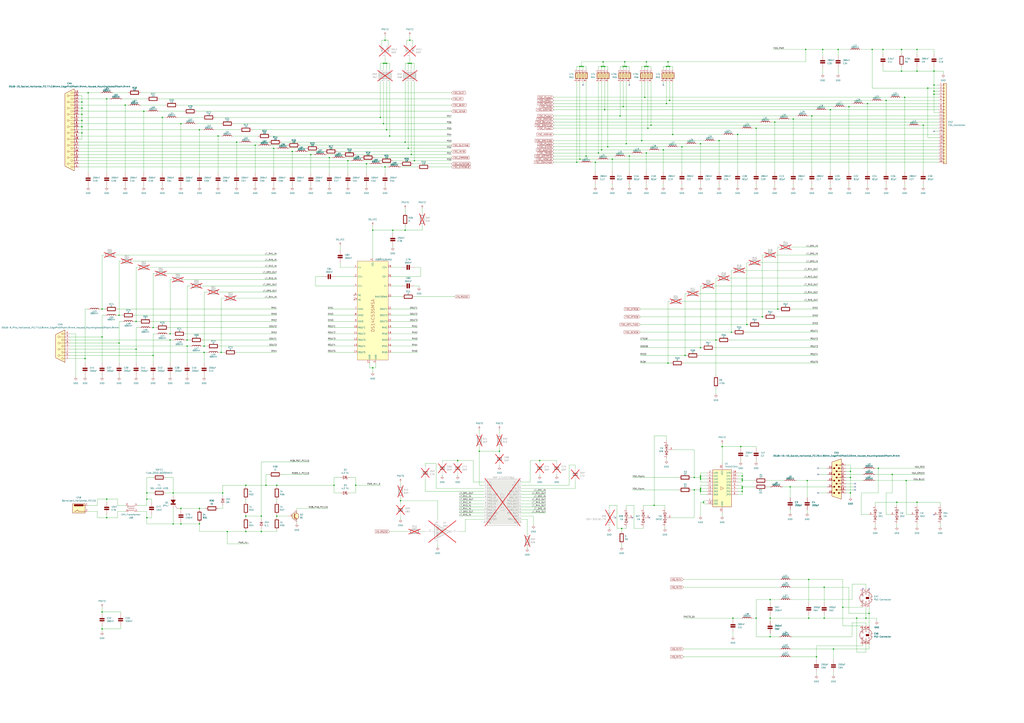
<source format=kicad_sch>
(kicad_sch (version 20250114) (generator "eeschema") (generator_version "9.0")
  (paper "A1")
  (title_block (title "PC110 Docking Station") (company "Recreated by: Ahmad Byagowi"))
  (junction (at 767.08 58.42))
  (junction (at 530.86 50.8))
  (junction (at 549.91 54.61))
  (junction (at 609.6 403.86))
  (junction (at 621.03 105.41))
  (junction (at 767.08 69.85))
  (junction (at 697.23 87.63))
  (junction (at 767.08 74.93))
  (junction (at 510.54 434.34))
  (junction (at 600.71 273.05))
  (junction (at 133.35 96.52))
  (junction (at 337.82 127))
  (junction (at 713.74 504.19))
  (junction (at 102.87 86.36))
  (junction (at 762 72.39))
  (junction (at 632.46 508))
  (junction (at 332.74 189.23))
  (junction (at 552.45 110.49))
  (junction (at 632.46 523.24))
  (junction (at 67.31 104.14))
  (junction (at 727.71 82.55))
  (junction (at 716.28 40.64))
  (junction (at 67.31 109.22))
  (junction (at 530.86 54.61))
  (junction (at 322.58 189.23))
  (junction (at 120.65 405.13))
  (junction (at 476.25 130.81))
  (junction (at 575.31 391.16))
  (junction (at 532.13 105.41))
  (junction (at 712.47 85.09))
  (junction (at 167.64 289.56))
  (junction (at 575.31 392.43))
  (junction (at 336.55 52.07))
  (junction (at 534.67 102.87))
  (junction (at 67.31 93.98))
  (junction (at 516.89 128.27))
  (junction (at 753.11 58.42))
  (junction (at 201.93 398.78))
  (junction (at 548.64 298.45))
  (junction (at 314.96 52.07))
  (junction (at 316.23 52.07))
  (junction (at 87.63 81.28))
  (junction (at 577.85 412.75))
  (junction (at 725.17 40.64))
  (junction (at 548.64 50.8))
  (junction (at 153.67 284.48))
  (junction (at 513.08 50.8))
  (junction (at 306.07 302.26))
  (junction (at 255.27 127))
  (junction (at 477.52 54.61))
  (junction (at 502.92 130.81))
  (junction (at 698.5 392.43))
  (junction (at 711.2 508))
  (junction (at 608.33 367.03))
  (junction (at 688.34 40.64))
  (junction (at 224.79 121.92))
  (junction (at 549.91 82.55))
  (junction (at 740.41 58.42))
  (junction (at 240.03 124.46))
  (junction (at 139.7 279.4))
  (junction (at 609.6 401.32))
  (junction (at 670.56 539.75))
  (junction (at 570.23 402.59))
  (junction (at 163.83 417.83))
  (junction (at 590.55 115.57))
  (junction (at 744.22 394.97))
  (junction (at 125.73 292.1))
  (junction (at 83.82 254))
  (junction (at 300.99 134.62))
  (junction (at 758.19 102.87))
  (junction (at 312.42 96.52))
  (junction (at 530.86 125.73))
  (junction (at 736.6 412.75))
  (junction (at 514.35 118.11))
  (junction (at 575.31 118.11))
  (junction (at 662.94 394.97))
  (junction (at 118.11 91.44))
  (junction (at 473.71 133.35))
  (junction (at 547.37 85.09))
  (junction (at 274.32 398.78))
  (junction (at 120.65 425.45))
  (junction (at 148.59 417.83))
  (junction (at 494.03 123.19))
  (junction (at 732.79 389.89))
  (junction (at 218.44 398.78))
  (junction (at 476.25 54.61))
  (junction (at 496.57 54.61))
  (junction (at 393.7 370.84))
  (junction (at 495.3 50.8))
  (junction (at 148.59 101.6))
  (junction (at 97.79 281.94))
  (junction (at 698.5 405.13))
  (junction (at 201.93 424.18))
  (junction (at 529.59 80.01))
  (junction (at 142.24 405.13))
  (junction (at 609.6 393.7))
  (junction (at 67.31 83.82))
  (junction (at 511.81 87.63))
  (junction (at 443.23 378.46))
  (junction (at 609.6 391.16))
  (junction (at 194.31 116.84))
  (junction (at 83.82 276.86))
  (junction (at 548.64 54.61))
  (junction (at 547.37 54.61))
  (junction (at 337.82 52.07))
  (junction (at 335.28 52.07))
  (junction (at 148.59 430.53))
  (junction (at 575.31 285.75))
  (junction (at 120.65 410.21))
  (junction (at 681.99 90.17))
  (junction (at 753.11 412.75))
  (junction (at 201.93 436.88))
  (junction (at 532.13 54.61))
  (junction (at 588.01 279.4))
  (junction (at 481.33 128.27))
  (junction (at 664.21 476.25))
  (junction (at 179.07 111.76))
  (junction (at 142.24 430.53))
  (junction (at 320.04 111.76))
  (junction (at 375.92 378.46))
  (junction (at 72.39 76.2))
  (junction (at 632.46 492.76))
  (junction (at 684.53 533.4))
  (junction (at 601.98 508))
  (junction (at 509.27 95.25))
  (junction (at 513.08 54.61))
  (junction (at 544.83 123.19))
  (junction (at 661.67 40.64))
  (junction (at 316.23 33.02))
  (junction (at 227.33 424.18))
  (junction (at 83.82 502.92))
  (junction (at 499.11 120.65))
  (junction (at 317.5 52.07))
  (junction (at 609.6 400.05))
  (junction (at 692.15 499.11))
  (junction (at 742.95 80.01))
  (junction (at 605.79 110.49))
  (junction (at 537.21 415.29))
  (junction (at 214.63 424.18))
  (junction (at 527.05 115.57))
  (junction (at 186.69 436.88))
  (junction (at 209.55 119.38))
  (junction (at 67.31 88.9))
  (junction (at 87.63 425.45))
  (junction (at 593.09 367.03))
  (junction (at 767.08 77.47))
  (junction (at 575.31 393.7))
  (junction (at 570.23 392.43))
  (junction (at 340.36 132.08))
  (junction (at 529.59 54.61))
  (junction (at 511.81 54.61))
  (junction (at 163.83 106.68))
  (junction (at 83.82 516.89))
  (junction (at 153.67 279.4))
  (junction (at 163.83 430.53))
  (junction (at 270.51 129.54))
  (junction (at 648.97 400.05))
  (junction (at 167.64 284.48))
  (junction (at 328.93 411.48))
  (junction (at 575.31 401.32))
  (junction (at 285.75 132.08))
  (junction (at 575.31 402.59))
  (junction (at 621.03 508))
  (junction (at 181.61 289.56))
  (junction (at 336.55 33.02))
  (junction (at 97.79 259.08))
  (junction (at 494.03 54.61))
  (junction (at 721.36 384.81))
  (junction (at 314.96 101.6))
  (junction (at 636.27 100.33))
  (junction (at 562.61 292.1))
  (junction (at 613.41 266.7))
  (junction (at 478.79 54.61))
  (junction (at 139.7 274.32))
  (junction (at 666.75 95.25))
  (junction (at 87.63 410.21))
  (junction (at 332.74 116.84))
  (junction (at 67.31 99.06))
  (junction (at 703.58 508))
  (junction (at 575.31 403.86))
  (junction (at 488.95 133.35))
  (junction (at 111.76 287.02))
  (junction (at 491.49 125.73))
  (junction (at 182.88 405.13))
  (junction (at 664.21 508))
  (junction (at 740.41 40.64))
  (junction (at 698.5 387.35))
  (junction (at 609.6 394.97))
  (junction (at 410.21 370.84))
  (junction (at 560.07 120.65))
  (junction (at 335.28 121.92))
  (junction (at 514.35 54.61))
  (junction (at 111.76 264.16))
  (junction (at 675.64 40.64))
  (junction (at 676.91 508))
  (junction (at 69.85 294.64))
  (junction (at 306.07 189.23))
  (junction (at 317.5 106.68))
  (junction (at 651.51 97.79))
  (junction (at 676.91 482.6))
  (junction (at 753.11 40.64))
  (junction (at 626.11 260.35))
  (junction (at 495.3 54.61))
  (junction (at 227.33 398.78))
  (junction (at 125.73 269.24))
  (junction (at 214.63 436.88))
  (junction (at 292.1 398.78))
  (junction (at 638.81 254))
  (junction (at 316.23 137.16))
  (junction (at 496.57 90.17))
  (no_connect (at 516.89 69.85))
  (no_connect (at 671.83 389.89))
  (no_connect (at 533.4 425.45))
  (no_connect (at 478.79 69.85))
  (no_connect (at 671.83 405.13))
  (no_connect (at 702.31 397.51))
  (no_connect (at 702.31 400.05))
  (no_connect (at 713.74 483.87))
  (no_connect (at 767.08 107.95))
  (no_connect (at 671.83 384.81))
  (no_connect (at 544.83 69.85))
  (no_connect (at 505.46 425.45))
  (no_connect (at 519.43 425.45))
  (no_connect (at 702.31 402.59))
  (no_connect (at 708.66 483.87))
  (no_connect (at 767.08 422.91))
  (wire (pts (xy 580.39 398.78) (xy 575.31 398.78)))
  (wire (pts (xy 335.28 52.07) (xy 335.28 57.15)))
  (wire (pts (xy 762 72.39) (xy 716.28 72.39)))
  (wire (pts (xy 670.56 554.99) (xy 670.56 552.45)))
  (wire (pts (xy 62.23 274.32) (xy 62.23 309.88)))
  (wire (pts (xy 697.23 482.6) (xy 697.23 504.19)))
  (wire (pts (xy 725.17 54.61) (xy 725.17 58.42)))
  (wire (pts (xy 744.22 394.97) (xy 744.22 422.91)))
  (wire (pts (xy 457.2 378.46) (xy 457.2 379.73)))
  (wire (pts (xy 83.82 309.88) (xy 83.82 308.61)))
  (wire (pts (xy 600.71 222.25) (xy 601.98 222.25)))
  (wire (pts (xy 661.67 40.64) (xy 661.67 50.8)))
  (wire (pts (xy 67.31 104.14) (xy 67.31 99.06)))
  (wire (pts (xy 201.93 422.91) (xy 201.93 424.18)))
  (wire (pts (xy 312.42 96.52) (xy 370.84 96.52)))
  (wire (pts (xy 684.53 533.4) (xy 684.53 542.29)))
  (wire (pts (xy 393.7 398.78) (xy 393.7 370.84)))
  (wire (pts (xy 163.83 106.68) (xy 64.77 106.68)))
  (wire (pts (xy 636.27 140.97) (xy 636.27 100.33)))
  (wire (pts (xy 612.14 273.05) (xy 671.83 273.05)))
  (wire (pts (xy 560.07 140.97) (xy 560.07 120.65)))
  (wire (pts (xy 488.95 153.67) (xy 488.95 151.13)))
  (wire (pts (xy 167.64 284.48) (xy 170.18 284.48)))
  (wire (pts (xy 662.94 394.97) (xy 662.94 408.94)))
  (wire (pts (xy 698.5 405.13) (xy 698.5 408.94)))
  (wire (pts (xy 322.58 189.23) (xy 306.07 189.23)))
  (wire (pts (xy 377.19 408.94) (xy 397.51 408.94)))
  (wire (pts (xy 99.06 516.89) (xy 83.82 516.89)))
  (wire (pts (xy 321.31 289.56) (xy 342.9 289.56)))
  (wire (pts (xy 227.33 398.78) (xy 227.33 400.05)))
  (wire (pts (xy 529.59 67.31) (xy 529.59 80.01)))
  (wire (pts (xy 97.79 214.63) (xy 97.79 259.08)))
  (wire (pts (xy 240.03 153.67) (xy 240.03 152.4)))
  (wire (pts (xy 651.51 153.67) (xy 651.51 151.13)))
  (wire (pts (xy 716.28 72.39) (xy 716.28 40.64)))
  (wire (pts (xy 336.55 52.07) (xy 337.82 52.07)))
  (wire (pts (xy 534.67 102.87) (xy 745.49 102.87)))
  (wire (pts (xy 496.57 90.17) (xy 669.29 90.17)))
  (wire (pts (xy 266.7 124.46) (xy 252.73 124.46)))
  (wire (pts (xy 57.15 294.64) (xy 69.85 294.64)))
  (wire (pts (xy 770.89 113.03) (xy 762 113.03)))
  (wire (pts (xy 718.82 384.81) (xy 721.36 384.81)))
  (wire (pts (xy 675.64 45.72) (xy 675.64 40.64)))
  (wire (pts (xy 64.77 86.36) (xy 102.87 86.36)))
  (wire (pts (xy 433.07 450.85) (xy 433.07 449.58)))
  (wire (pts (xy 513.08 54.61) (xy 514.35 54.61)))
  (wire (pts (xy 285.75 153.67) (xy 285.75 152.4)))
  (wire (pts (xy 194.31 116.84) (xy 64.77 116.84)))
  (wire (pts (xy 740.41 44.45) (xy 740.41 40.64)))
  (wire (pts (xy 179.07 111.76) (xy 64.77 111.76)))
  (wire (pts (xy 495.3 50.8) (xy 495.3 54.61)))
  (wire (pts (xy 532.13 54.61) (xy 532.13 57.15)))
  (wire (pts (xy 167.64 298.45) (xy 167.64 289.56)))
  (wire (pts (xy 146.05 86.36) (xy 370.84 86.36)))
  (wire (pts (xy 618.49 508) (xy 621.03 508)))
  (wire (pts (xy 732.79 389.89) (xy 759.46 389.89)))
  (wire (pts (xy 697.23 87.63) (xy 770.89 87.63)))
  (wire (pts (xy 142.24 392.43) (xy 142.24 405.13)))
  (wire (pts (xy 359.41 449.58) (xy 359.41 447.04)))
  (wire (pts (xy 530.86 140.97) (xy 530.86 125.73)))
  (wire (pts (xy 64.77 88.9) (xy 67.31 88.9)))
  (wire (pts (xy 699.77 480.06) (xy 699.77 492.76)))
  (wire (pts (xy 561.34 539.75) (xy 640.08 539.75)))
  (wire (pts (xy 147.32 417.83) (xy 148.59 417.83)))
  (wire (pts (xy 488.95 140.97) (xy 488.95 133.35)))
  (wire (pts (xy 64.77 76.2) (xy 72.39 76.2)))
  (wire (pts (xy 111.76 264.16) (xy 114.3 264.16)))
  (wire (pts (xy 600.71 273.05) (xy 600.71 222.25)))
  (wire (pts (xy 467.36 398.78) (xy 467.36 382.27)))
  (wire (pts (xy 321.31 254) (xy 342.9 254)))
  (wire (pts (xy 317.5 52.07) (xy 316.23 52.07)))
  (wire (pts (xy 111.76 219.71) (xy 111.76 264.16)))
  (wire (pts (xy 727.71 82.55) (xy 770.89 82.55)))
  (wire (pts (xy 57.15 281.94) (xy 97.79 281.94)))
  (wire (pts (xy 767.08 92.71) (xy 767.08 77.47)))
  (wire (pts (xy 336.55 46.99) (xy 336.55 52.07)))
  (wire (pts (xy 318.77 36.83) (xy 318.77 33.02)))
  (wire (pts (xy 191.77 101.6) (xy 314.96 101.6)))
  (wire (pts (xy 454.66 102.87) (xy 534.67 102.87)))
  (wire (pts (xy 725.17 82.55) (xy 727.71 82.55)))
  (wire (pts (xy 772.16 415.29) (xy 772.16 412.75)))
  (wire (pts (xy 530.86 125.73) (xy 770.89 125.73)))
  (wire (pts (xy 454.66 105.41) (xy 532.13 105.41)))
  (wire (pts (xy 561.34 476.25) (xy 640.08 476.25)))
  (wire (pts (xy 363.22 378.46) (xy 375.92 378.46)))
  (wire (pts (xy 255.27 127) (xy 64.77 127)))
  (wire (pts (xy 97.79 259.08) (xy 96.52 259.08)))
  (wire (pts (xy 312.42 52.07) (xy 312.42 57.15)))
  (wire (pts (xy 588.01 115.57) (xy 590.55 115.57)))
  (wire (pts (xy 454.66 110.49) (xy 552.45 110.49)))
  (wire (pts (xy 494.03 54.61) (xy 494.03 57.15)))
  (wire (pts (xy 476.25 54.61) (xy 477.52 54.61)))
  (wire (pts (xy 547.37 54.61) (xy 548.64 54.61)))
  (wire (pts (xy 593.09 367.03) (xy 593.09 381)))
  (wire (pts (xy 495.3 50.8) (xy 477.52 50.8)))
  (wire (pts (xy 544.83 140.97) (xy 544.83 123.19)))
  (wire (pts (xy 397.51 401.32) (xy 358.14 401.32)))
  (wire (pts (xy 140.97 229.87) (xy 139.7 229.87)))
  (wire (pts (xy 318.77 33.02) (xy 316.23 33.02)))
  (wire (pts (xy 124.46 422.91) (xy 124.46 425.45)))
  (wire (pts (xy 328.93 426.72) (xy 328.93 424.18)))
  (wire (pts (xy 454.66 125.73) (xy 491.49 125.73)))
  (wire (pts (xy 481.33 128.27) (xy 504.19 128.27)))
  (wire (pts (xy 349.25 403.86) (xy 349.25 393.7)))
  (wire (pts (xy 648.97 97.79) (xy 651.51 97.79)))
  (wire (pts (xy 744.22 394.97) (xy 759.46 394.97)))
  (wire (pts (xy 153.67 284.48) (xy 156.21 284.48)))
  (wire (pts (xy 139.7 279.4) (xy 139.7 298.45)))
  (wire (pts (xy 448.31 416.56) (xy 427.99 416.56)))
  (wire (pts (xy 95.25 209.55) (xy 227.33 209.55)))
  (wire (pts (xy 575.31 285.75) (xy 576.58 285.75)))
  (wire (pts (xy 163.83 417.83) (xy 168.91 417.83)))
  (wire (pts (xy 527.05 67.31) (xy 527.05 115.57)))
  (wire (pts (xy 609.6 394.97) (xy 609.6 393.7)))
  (wire (pts (xy 486.41 133.35) (xy 488.95 133.35)))
  (wire (pts (xy 711.2 508) (xy 720.09 508)))
  (wire (pts (xy 308.61 298.45) (xy 308.61 302.26)))
  (wire (pts (xy 457.2 391.16) (xy 457.2 389.89)))
  (wire (pts (xy 67.31 114.3) (xy 67.31 109.22)))
  (wire (pts (xy 612.14 222.25) (xy 671.83 222.25)))
  (wire (pts (xy 269.24 289.56) (xy 290.83 289.56)))
  (wire (pts (xy 563.88 292.1) (xy 562.61 292.1)))
  (wire (pts (xy 525.78 298.45) (xy 548.64 298.45)))
  (wire (pts (xy 124.46 412.75) (xy 124.46 410.21)))
  (wire (pts (xy 605.79 140.97) (xy 605.79 110.49)))
  (wire (pts (xy 648.97 400.05) (xy 648.97 408.94)))
  (wire (pts (xy 153.67 234.95) (xy 153.67 279.4)))
  (wire (pts (xy 243.84 417.83) (xy 243.84 419.1)))
  (wire (pts (xy 552.45 369.57) (xy 570.23 369.57)))
  (wire (pts (xy 363.22 391.16) (xy 363.22 389.89)))
  (wire (pts (xy 621.03 105.41) (xy 770.89 105.41)))
  (wire (pts (xy 269.24 254) (xy 290.83 254)))
  (wire (pts (xy 621.03 140.97) (xy 621.03 105.41)))
  (wire (pts (xy 97.79 298.45) (xy 97.79 281.94)))
  (wire (pts (xy 699.77 511.81) (xy 711.2 511.81)))
  (wire (pts (xy 736.6 412.75) (xy 736.6 415.29)))
  (wire (pts (xy 224.79 121.92) (xy 64.77 121.92)))
  (wire (pts (xy 316.23 29.21) (xy 316.23 33.02)))
  (wire (pts (xy 287.02 392.43) (xy 292.1 392.43)))
  (wire (pts (xy 605.79 401.32) (xy 609.6 401.32)))
  (wire (pts (xy 651.51 97.79) (xy 770.89 97.79)))
  (wire (pts (xy 321.31 219.71) (xy 330.2 219.71)))
  (wire (pts (xy 694.69 87.63) (xy 697.23 87.63)))
  (wire (pts (xy 574.04 292.1) (xy 671.83 292.1)))
  (wire (pts (xy 346.71 185.42) (xy 346.71 189.23)))
  (wire (pts (xy 632.46 492.76) (xy 632.46 495.3)))
  (wire (pts (xy 580.39 411.48) (xy 577.85 411.48)))
  (wire (pts (xy 427.99 401.32) (xy 472.44 401.32)))
  (wire (pts (xy 699.77 480.06) (xy 711.2 480.06)))
  (wire (pts (xy 57.15 289.56) (xy 167.64 289.56)))
  (wire (pts (xy 255.27 153.67) (xy 255.27 152.4)))
  (wire (pts (xy 661.67 40.64) (xy 675.64 40.64)))
  (wire (pts (xy 163.83 419.1) (xy 163.83 417.83)))
  (wire (pts (xy 694.69 400.05) (xy 702.31 400.05)))
  (wire (pts (xy 633.73 100.33) (xy 636.27 100.33)))
  (wire (pts (xy 57.15 287.02) (xy 111.76 287.02)))
  (wire (pts (xy 207.01 106.68) (xy 317.5 106.68)))
  (wire (pts (xy 454.66 97.79) (xy 638.81 97.79)))
  (wire (pts (xy 762 113.03) (xy 762 72.39)))
  (wire (pts (xy 529.59 54.61) (xy 530.86 54.61)))
  (wire (pts (xy 137.16 224.79) (xy 227.33 224.79)))
  (wire (pts (xy 222.25 111.76) (xy 320.04 111.76)))
  (wire (pts (xy 163.83 436.88) (xy 163.83 430.53)))
  (wire (pts (xy 454.66 95.25) (xy 509.27 95.25)))
  (wire (pts (xy 120.65 392.43) (xy 120.65 405.13)))
  (wire (pts (xy 499.11 120.65) (xy 547.37 120.65)))
  (wire (pts (xy 575.31 285.75) (xy 575.31 234.95)))
  (wire (pts (xy 500.38 434.34) (xy 500.38 433.07)))
  (wire (pts (xy 340.36 132.08) (xy 370.84 132.08)))
  (wire (pts (xy 467.36 382.27) (xy 472.44 382.27)))
  (wire (pts (xy 770.89 72.39) (xy 762 72.39)))
  (wire (pts (xy 64.77 124.46) (xy 240.03 124.46)))
  (wire (pts (xy 170.18 240.03) (xy 167.64 240.03)))
  (wire (pts (xy 397.51 398.78) (xy 393.7 398.78)))
  (wire (pts (xy 346.71 171.45) (xy 346.71 175.26)))
  (wire (pts (xy 148.59 430.53) (xy 163.83 430.53)))
  (wire (pts (xy 87.63 425.45) (xy 87.63 422.91)))
  (wire (pts (xy 621.03 367.03) (xy 608.33 367.03)))
  (wire (pts (xy 575.31 392.43) (xy 575.31 391.16)))
  (wire (pts (xy 336.55 29.21) (xy 336.55 33.02)))
  (wire (pts (xy 519.43 392.43) (xy 557.53 392.43)))
  (wire (pts (xy 567.69 392.43) (xy 570.23 392.43)))
  (wire (pts (xy 130.81 81.28) (xy 370.84 81.28)))
  (wire (pts (xy 64.77 114.3) (xy 67.31 114.3)))
  (wire (pts (xy 707.39 405.13) (xy 721.36 405.13)))
  (wire (pts (xy 64.77 93.98) (xy 67.31 93.98)))
  (wire (pts (xy 511.81 67.31) (xy 511.81 87.63)))
  (wire (pts (xy 546.1 415.29) (xy 537.21 415.29)))
  (wire (pts (xy 703.58 508) (xy 711.2 508)))
  (wire (pts (xy 707.39 422.91) (xy 707.39 405.13)))
  (wire (pts (xy 332.74 116.84) (xy 370.84 116.84)))
  (wire (pts (xy 621.03 368.3) (xy 621.03 367.03)))
  (wire (pts (xy 624.84 266.7) (xy 671.83 266.7)))
  (wire (pts (xy 767.08 69.85) (xy 770.89 69.85)))
  (wire (pts (xy 454.66 82.55) (xy 549.91 82.55)))
  (wire (pts (xy 308.61 302.26) (xy 306.07 302.26)))
  (wire (pts (xy 725.17 58.42) (xy 740.41 58.42)))
  (wire (pts (xy 314.96 67.31) (xy 314.96 101.6)))
  (wire (pts (xy 491.49 67.31) (xy 491.49 125.73)))
  (wire (pts (xy 166.37 279.4) (xy 227.33 279.4)))
  (wire (pts (xy 621.03 508) (xy 621.03 523.24)))
  (wire (pts (xy 473.71 133.35) (xy 476.25 133.35)))
  (wire (pts (xy 624.84 215.9) (xy 671.83 215.9)))
  (wire (pts (xy 725.17 40.64) (xy 740.41 40.64)))
  (wire (pts (xy 499.11 67.31) (xy 499.11 120.65)))
  (wire (pts (xy 637.54 209.55) (xy 671.83 209.55)))
  (wire (pts (xy 274.32 398.78) (xy 274.32 392.43)))
  (wire (pts (xy 608.33 367.03) (xy 593.09 367.03)))
  (wire (pts (xy 102.87 153.67) (xy 102.87 152.4)))
  (wire (pts (xy 124.46 269.24) (xy 125.73 269.24)))
  (wire (pts (xy 317.5 52.07) (xy 317.5 57.15)))
  (wire (pts (xy 477.52 54.61) (xy 478.79 54.61)))
  (wire (pts (xy 767.08 77.47) (xy 767.08 74.93)))
  (wire (pts (xy 609.6 400.05) (xy 609.6 401.32)))
  (wire (pts (xy 742.95 80.01) (xy 770.89 80.01)))
  (wire (pts (xy 481.33 54.61) (xy 481.33 57.15)))
  (wire (pts (xy 72.39 153.67) (xy 72.39 152.4)))
  (wire (pts (xy 478.79 67.31) (xy 478.79 69.85)))
  (wire (pts (xy 300.99 134.62) (xy 300.99 142.24)))
  (wire (pts (xy 664.21 95.25) (xy 666.75 95.25)))
  (wire (pts (xy 339.09 33.02) (xy 336.55 33.02)))
  (wire (pts (xy 393.7 353.06) (xy 393.7 356.87)))
  (wire (pts (xy 96.52 254) (xy 227.33 254)))
  (wire (pts (xy 67.31 78.74) (xy 67.31 83.82)))
  (wire (pts (xy 629.92 394.97) (xy 643.89 394.97)))
  (wire (pts (xy 506.73 434.34) (xy 506.73 415.29)))
  (wire (pts (xy 561.34 298.45) (xy 671.83 298.45)))
  (wire (pts (xy 332.74 189.23) (xy 322.58 189.23)))
  (wire (pts (xy 96.52 425.45) (xy 87.63 425.45)))
  (wire (pts (xy 332.74 67.31) (xy 332.74 116.84)))
  (wire (pts (xy 491.49 125.73) (xy 518.16 125.73)))
  (wire (pts (xy 548.64 247.65) (xy 549.91 247.65)))
  (wire (pts (xy 506.73 415.29) (xy 500.38 415.29)))
  (wire (pts (xy 67.31 99.06) (xy 67.31 93.98)))
  (wire (pts (xy 697.23 153.67) (xy 697.23 151.13)))
  (wire (pts (xy 382.27 436.88) (xy 382.27 426.72)))
  (wire (pts (xy 546.1 434.34) (xy 546.1 433.07)))
  (wire (pts (xy 588.01 228.6) (xy 589.28 228.6)))
  (wire (pts (xy 514.35 434.34) (xy 514.35 433.07)))
  (wire (pts (xy 201.93 424.18) (xy 214.63 424.18)))
  (wire (pts (xy 547.37 358.14) (xy 547.37 361.95)))
  (wire (pts (xy 318.77 137.16) (xy 316.23 137.16)))
  (wire (pts (xy 748.03 422.91) (xy 744.22 422.91)))
  (wire (pts (xy 377.19 414.02) (xy 397.51 414.02)))
  (wire (pts (xy 320.04 111.76) (xy 370.84 111.76)))
  (wire (pts (xy 443.23 391.16) (xy 443.23 389.89)))
  (wire (pts (xy 448.31 403.86) (xy 427.99 403.86)))
  (wire (pts (xy 532.13 105.41) (xy 608.33 105.41)))
  (wire (pts (xy 650.24 492.76) (xy 699.77 492.76)))
  (wire (pts (xy 577.85 414.02) (xy 580.39 414.02)))
  (wire (pts (xy 443.23 379.73) (xy 443.23 378.46)))
  (wire (pts (xy 201.93 410.21) (xy 201.93 412.75)))
  (wire (pts (xy 664.21 476.25) (xy 664.21 495.3)))
  (wire (pts (xy 67.31 83.82) (xy 64.77 83.82)))
  (wire (pts (xy 549.91 54.61) (xy 549.91 57.15)))
  (wire (pts (xy 194.31 289.56) (xy 227.33 289.56)))
  (wire (pts (xy 64.77 99.06) (xy 67.31 99.06)))
  (wire (pts (xy 316.23 142.24) (xy 316.23 137.16)))
  (wire (pts (xy 214.63 434.34) (xy 214.63 436.88)))
  (wire (pts (xy 609.6 396.24) (xy 609.6 394.97)))
  (wire (pts (xy 231.14 116.84) (xy 332.74 116.84)))
  (wire (pts (xy 638.81 203.2) (xy 640.08 203.2)))
  (wire (pts (xy 560.07 247.65) (xy 671.83 247.65)))
  (wire (pts (xy 454.66 120.65) (xy 499.11 120.65)))
  (wire (pts (xy 270.51 153.67) (xy 270.51 152.4)))
  (wire (pts (xy 90.17 81.28) (xy 87.63 81.28)))
  (wire (pts (xy 86.36 259.08) (xy 83.82 259.08)))
  (wire (pts (xy 125.73 224.79) (xy 125.73 269.24)))
  (wire (pts (xy 514.35 128.27) (xy 516.89 128.27)))
  (wire (pts (xy 72.39 76.2) (xy 72.39 142.24)))
  (wire (pts (xy 80.01 420.37) (xy 80.01 425.45)))
  (wire (pts (xy 335.28 52.07) (xy 336.55 52.07)))
  (wire (pts (xy 650.24 476.25) (xy 664.21 476.25)))
  (wire (pts (xy 118.11 153.67) (xy 118.11 152.4)))
  (wire (pts (xy 110.49 264.16) (xy 111.76 264.16)))
  (wire (pts (xy 64.77 91.44) (xy 118.11 91.44)))
  (wire (pts (xy 83.82 516.89) (xy 83.82 514.35)))
  (wire (pts (xy 529.59 80.01) (xy 730.25 80.01)))
  (wire (pts (xy 534.67 54.61) (xy 534.67 57.15)))
  (wire (pts (xy 377.19 416.56) (xy 397.51 416.56)))
  (wire (pts (xy 770.89 92.71) (xy 767.08 92.71)))
  (wire (pts (xy 454.66 90.17) (xy 496.57 90.17)))
  (wire (pts (xy 316.23 52.07) (xy 314.96 52.07)))
  (wire (pts (xy 427.99 398.78) (xy 467.36 398.78)))
  (wire (pts (xy 321.31 284.48) (xy 342.9 284.48)))
  (wire (pts (xy 528.32 415.29) (xy 528.32 417.83)))
  (wire (pts (xy 544.83 123.19) (xy 770.89 123.19)))
  (wire (pts (xy 64.77 78.74) (xy 67.31 78.74)))
  (wire (pts (xy 321.31 259.08) (xy 342.9 259.08)))
  (wire (pts (xy 654.05 394.97) (xy 662.94 394.97)))
  (wire (pts (xy 770.89 74.93) (xy 767.08 74.93)))
  (wire (pts (xy 181.61 111.76) (xy 179.07 111.76)))
  (wire (pts (xy 547.37 67.31) (xy 547.37 85.09)))
  (wire (pts (xy 261.62 121.92) (xy 335.28 121.92)))
  (wire (pts (xy 64.77 81.28) (xy 87.63 81.28)))
  (wire (pts (xy 529.59 54.61) (xy 529.59 57.15)))
  (wire (pts (xy 718.82 415.29) (xy 718.82 412.75)))
  (wire (pts (xy 513.08 50.8) (xy 513.08 54.61)))
  (wire (pts (xy 548.64 50.8) (xy 530.86 50.8)))
  (wire (pts (xy 99.06 502.92) (xy 83.82 502.92)))
  (wire (pts (xy 736.6 433.07) (xy 736.6 430.53)))
  (wire (pts (xy 575.31 393.7) (xy 580.39 393.7)))
  (wire (pts (xy 662.94 421.64) (xy 662.94 419.1)))
  (wire (pts (xy 626.11 260.35) (xy 626.11 209.55)))
  (wire (pts (xy 148.59 417.83) (xy 163.83 417.83)))
  (wire (pts (xy 224.79 142.24) (xy 224.79 121.92)))
  (wire (pts (xy 313.69 33.02) (xy 313.69 36.83)))
  (wire (pts (xy 321.31 264.16) (xy 342.9 264.16)))
  (wire (pts (xy 120.65 91.44) (xy 118.11 91.44)))
  (wire (pts (xy 637.54 260.35) (xy 671.83 260.35)))
  (wire (pts (xy 651.51 140.97) (xy 651.51 97.79)))
  (wire (pts (xy 547.37 85.09) (xy 699.77 85.09)))
  (wire (pts (xy 496.57 54.61) (xy 496.57 57.15)))
  (wire (pts (xy 548.64 298.45) (xy 551.18 298.45)))
  (wire (pts (xy 593.09 364.49) (xy 593.09 367.03)))
  (wire (pts (xy 388.62 396.24) (xy 388.62 378.46)))
  (wire (pts (xy 601.98 508) (xy 601.98 509.27)))
  (wire (pts (xy 561.34 533.4) (xy 640.08 533.4)))
  (wire (pts (xy 767.08 107.95) (xy 770.89 107.95)))
  (wire (pts (xy 153.67 284.48) (xy 153.67 298.45)))
  (wire (pts (xy 575.31 388.62) (xy 580.39 388.62)))
  (wire (pts (xy 544.83 67.31) (xy 544.83 69.85)))
  (wire (pts (xy 176.53 96.52) (xy 312.42 96.52)))
  (wire (pts (xy 528.32 125.73) (xy 530.86 125.73)))
  (wire (pts (xy 161.29 91.44) (xy 370.84 91.44)))
  (wire (pts (xy 125.73 224.79) (xy 127 224.79)))
  (wire (pts (xy 476.25 54.61) (xy 476.25 57.15)))
  (wire (pts (xy 755.65 102.87) (xy 758.19 102.87)))
  (wire (pts (xy 316.23 137.16) (xy 64.77 137.16)))
  (wire (pts (xy 328.93 408.94) (xy 328.93 411.48)))
  (wire (pts (xy 713.74 504.19) (xy 713.74 514.35)))
  (wire (pts (xy 339.09 36.83) (xy 339.09 33.02)))
  (wire (pts (xy 321.31 243.84) (xy 330.2 243.84)))
  (wire (pts (xy 511.81 87.63) (xy 684.53 87.63)))
  (wire (pts (xy 332.74 171.45) (xy 332.74 175.26)))
  (wire (pts (xy 671.83 389.89) (xy 679.45 389.89)))
  (wire (pts (xy 67.31 93.98) (xy 67.31 88.9)))
  (wire (pts (xy 575.31 118.11) (xy 770.89 118.11)))
  (wire (pts (xy 547.37 358.14) (xy 537.21 358.14)))
  (wire (pts (xy 313.69 134.62) (xy 328.93 134.62)))
  (wire (pts (xy 718.82 412.75) (xy 736.6 412.75)))
  (wire (pts (xy 753.11 58.42) (xy 767.08 58.42)))
  (wire (pts (xy 209.55 153.67) (xy 209.55 152.4)))
  (wire (pts (xy 138.43 274.32) (xy 139.7 274.32)))
  (wire (pts (xy 613.41 215.9) (xy 614.68 215.9)))
  (wire (pts (xy 306.07 302.26) (xy 306.07 306.07)))
  (wire (pts (xy 636.27 100.33) (xy 770.89 100.33)))
  (wire (pts (xy 514.35 415.29) (xy 514.35 417.83)))
  (wire (pts (xy 496.57 54.61) (xy 499.11 54.61)))
  (wire (pts (xy 679.45 90.17) (xy 681.99 90.17)))
  (wire (pts (xy 548.64 50.8) (xy 548.64 54.61)))
  (wire (pts (xy 454.66 123.19) (xy 494.03 123.19)))
  (wire (pts (xy 499.11 54.61) (xy 499.11 57.15)))
  (wire (pts (xy 120.65 410.21) (xy 120.65 405.13)))
  (wire (pts (xy 133.35 142.24) (xy 133.35 96.52)))
  (wire (pts (xy 713.74 422.91) (xy 707.39 422.91)))
  (wire (pts (xy 83.82 298.45) (xy 83.82 276.86)))
  (wire (pts (xy 472.44 401.32) (xy 472.44 394.97)))
  (wire (pts (xy 676.91 482.6) (xy 697.23 482.6)))
  (wire (pts (xy 69.85 254) (xy 69.85 294.64)))
  (wire (pts (xy 546.1 417.83) (xy 546.1 415.29)))
  (wire (pts (xy 259.08 227.33) (xy 265.43 227.33)))
  (wire (pts (xy 532.13 54.61) (xy 534.67 54.61)))
  (wire (pts (xy 632.46 492.76) (xy 640.08 492.76)))
  (wire (pts (xy 618.49 105.41) (xy 621.03 105.41)))
  (wire (pts (xy 542.29 123.19) (xy 544.83 123.19)))
  (wire (pts (xy 560.07 120.65) (xy 770.89 120.65)))
  (wire (pts (xy 227.33 121.92) (xy 224.79 121.92)))
  (wire (pts (xy 605.79 403.86) (xy 609.6 403.86)))
  (wire (pts (xy 532.13 67.31) (xy 532.13 105.41)))
  (wire (pts (xy 570.23 402.59) (xy 575.31 402.59)))
  (wire (pts (xy 476.25 130.81) (xy 490.22 130.81)))
  (wire (pts (xy 166.37 96.52) (xy 146.05 96.52)))
  (wire (pts (xy 551.18 425.45) (xy 570.23 425.45)))
  (wire (pts (xy 269.24 269.24) (xy 290.83 269.24)))
  (wire (pts (xy 269.24 259.08) (xy 290.83 259.08)))
  (wire (pts (xy 698.5 392.43) (xy 698.5 405.13)))
  (wire (pts (xy 194.31 142.24) (xy 194.31 116.84)))
  (wire (pts (xy 608.33 508) (xy 601.98 508)))
  (wire (pts (xy 509.27 57.15) (xy 509.27 54.61)))
  (wire (pts (xy 601.98 523.24) (xy 601.98 519.43)))
  (wire (pts (xy 570.23 392.43) (xy 575.31 392.43)))
  (wire (pts (xy 557.53 120.65) (xy 560.07 120.65)))
  (wire (pts (xy 511.81 54.61) (xy 513.08 54.61)))
  (wire (pts (xy 397.51 396.24) (xy 388.62 396.24)))
  (wire (pts (xy 125.73 392.43) (xy 120.65 392.43)))
  (wire (pts (xy 767.08 58.42) (xy 767.08 69.85)))
  (wire (pts (xy 163.83 142.24) (xy 163.83 106.68)))
  (wire (pts (xy 214.63 436.88) (xy 227.33 436.88)))
  (wire (pts (xy 290.83 219.71) (xy 279.4 219.71)))
  (wire (pts (xy 214.63 379.73) (xy 254 379.73)))
  (wire (pts (xy 290.83 234.95) (xy 259.08 234.95)))
  (wire (pts (xy 511.81 54.61) (xy 511.81 57.15)))
  (wire (pts (xy 83.82 259.08) (xy 83.82 276.86)))
  (wire (pts (xy 83.82 254) (xy 82.55 254)))
  (wire (pts (xy 186.69 447.04) (xy 204.47 447.04)))
  (wire (pts (xy 151.13 101.6) (xy 148.59 101.6)))
  (wire (pts (xy 516.89 67.31) (xy 516.89 69.85)))
  (wire (pts (xy 544.83 153.67) (xy 544.83 151.13)))
  (wire (pts (xy 69.85 294.64) (xy 69.85 298.45)))
  (wire (pts (xy 181.61 245.11) (xy 181.61 289.56)))
  (wire (pts (xy 588.01 323.85) (xy 588.01 318.77)))
  (wire (pts (xy 732.79 405.13) (xy 732.79 389.89)))
  (wire (pts (xy 115.57 76.2) (xy 370.84 76.2)))
  (wire (pts (xy 224.79 153.67) (xy 224.79 152.4)))
  (wire (pts (xy 525.78 266.7) (xy 613.41 266.7)))
  (wire (pts (xy 153.67 279.4) (xy 152.4 279.4)))
  (wire (pts (xy 267.97 127) (xy 281.94 127)))
  (wire (pts (xy 495.3 54.61) (xy 496.57 54.61)))
  (wire (pts (xy 328.93 411.48) (xy 328.93 414.02)))
  (wire (pts (xy 120.65 425.45) (xy 120.65 430.53)))
  (wire (pts (xy 359.41 426.72) (xy 359.41 411.48)))
  (wire (pts (xy 632.46 508) (xy 664.21 508)))
  (wire (pts (xy 255.27 142.24) (xy 255.27 127)))
  (wire (pts (xy 220.98 116.84) (xy 207.01 116.84)))
  (wire (pts (xy 340.36 67.31) (xy 340.36 132.08)))
  (wire (pts (xy 227.33 410.21) (xy 227.33 412.75)))
  (wire (pts (xy 740.41 80.01) (xy 742.95 80.01)))
  (wire (pts (xy 377.19 421.64) (xy 397.51 421.64)))
  (wire (pts (xy 650.24 533.4) (xy 684.53 533.4)))
  (wire (pts (xy 243.84 430.53) (xy 243.84 429.26)))
  (wire (pts (xy 166.37 284.48) (xy 167.64 284.48)))
  (wire (pts (xy 448.31 414.02) (xy 427.99 414.02)))
  (wire (pts (xy 196.85 116.84) (xy 194.31 116.84)))
  (wire (pts (xy 125.73 309.88) (xy 125.73 308.61)))
  (wire (pts (xy 477.52 50.8) (xy 477.52 54.61)))
  (wire (pts (xy 476.25 67.31) (xy 476.25 130.81)))
  (wire (pts (xy 767.08 58.42) (xy 774.7 58.42)))
  (wire (pts (xy 438.15 424.18) (xy 438.15 431.8)))
  (wire (pts (xy 527.05 54.61) (xy 529.59 54.61)))
  (wire (pts (xy 626.11 209.55) (xy 627.38 209.55)))
  (wire (pts (xy 570.23 369.57) (xy 570.23 392.43)))
  (wire (pts (xy 179.07 153.67) (xy 179.07 152.4)))
  (wire (pts (xy 410.21 353.06) (xy 410.21 356.87)))
  (wire (pts (xy 377.19 406.4) (xy 397.51 406.4)))
  (wire (pts (xy 694.69 402.59) (xy 702.31 402.59)))
  (wire (pts (xy 716.28 40.64) (xy 725.17 40.64)))
  (wire (pts (xy 621.03 523.24) (xy 632.46 523.24)))
  (wire (pts (xy 514.35 118.11) (xy 562.61 118.11)))
  (wire (pts (xy 83.82 254) (xy 86.36 254)))
  (wire (pts (xy 574.04 241.3) (xy 671.83 241.3)))
  (wire (pts (xy 152.4 274.32) (xy 227.33 274.32)))
  (wire (pts (xy 586.74 285.75) (xy 671.83 285.75)))
  (wire (pts (xy 590.55 140.97) (xy 590.55 115.57)))
  (wire (pts (xy 303.53 134.62) (xy 300.99 134.62)))
  (wire (pts (xy 353.06 137.16) (xy 370.84 137.16)))
  (wire (pts (xy 125.73 269.24) (xy 128.27 269.24)))
  (wire (pts (xy 97.79 264.16) (xy 97.79 281.94)))
  (wire (pts (xy 513.08 50.8) (xy 495.3 50.8)))
  (wire (pts (xy 711.2 535.94) (xy 711.2 529.59)))
  (wire (pts (xy 772.16 433.07) (xy 772.16 430.53)))
  (wire (pts (xy 709.93 85.09) (xy 712.47 85.09)))
  (wire (pts (xy 650.24 254) (xy 671.83 254)))
  (wire (pts (xy 179.07 417.83) (xy 182.88 417.83)))
  (wire (pts (xy 113.03 415.29) (xy 120.65 415.29)))
  (wire (pts (xy 209.55 142.24) (xy 209.55 119.38)))
  (wire (pts (xy 530.86 54.61) (xy 532.13 54.61)))
  (wire (pts (xy 166.37 234.95) (xy 227.33 234.95)))
  (wire (pts (xy 502.92 130.81) (xy 770.89 130.81)))
  (wire (pts (xy 153.67 309.88) (xy 153.67 308.61)))
  (wire (pts (xy 609.6 394.97) (xy 619.76 394.97)))
  (wire (pts (xy 363.22 379.73) (xy 363.22 378.46)))
  (wire (pts (xy 632.46 508) (xy 632.46 510.54)))
  (wire (pts (xy 575.31 424.18) (xy 575.31 412.75)))
  (wire (pts (xy 231.14 389.89) (xy 254 389.89)))
  (wire (pts (xy 599.44 228.6) (xy 671.83 228.6)))
  (wire (pts (xy 494.03 123.19) (xy 532.13 123.19)))
  (wire (pts (xy 516.89 54.61) (xy 516.89 57.15)))
  (wire (pts (xy 393.7 367.03) (xy 393.7 370.84)))
  (wire (pts (xy 703.58 508) (xy 703.58 535.94)))
  (wire (pts (xy 549.91 82.55) (xy 715.01 82.55)))
  (wire (pts (xy 562.61 292.1) (xy 525.78 292.1)))
  (wire (pts (xy 222.25 119.38) (xy 236.22 119.38)))
  (wire (pts (xy 609.6 403.86) (xy 609.6 406.4)))
  (wire (pts (xy 133.35 96.52) (xy 64.77 96.52)))
  (wire (pts (xy 575.31 402.59) (xy 575.31 403.86)))
  (wire (pts (xy 627.38 260.35) (xy 626.11 260.35)))
  (wire (pts (xy 692.15 476.25) (xy 692.15 499.11)))
  (wire (pts (xy 167.64 289.56) (xy 170.18 289.56)))
  (wire (pts (xy 100.33 264.16) (xy 97.79 264.16)))
  (wire (pts (xy 621.03 153.67) (xy 621.03 151.13)))
  (wire (pts (xy 552.45 110.49) (xy 593.09 110.49)))
  (wire (pts (xy 167.64 309.88) (xy 167.64 308.61)))
  (wire (pts (xy 142.24 430.53) (xy 148.59 430.53)))
  (wire (pts (xy 259.08 234.95) (xy 259.08 227.33)))
  (wire (pts (xy 692.15 499.11) (xy 692.15 514.35)))
  (wire (pts (xy 214.63 424.18) (xy 214.63 426.72)))
  (wire (pts (xy 340.36 243.84) (xy 373.38 243.84)))
  (wire (pts (xy 537.21 415.29) (xy 528.32 415.29)))
  (wire (pts (xy 626.11 260.35) (xy 525.78 260.35)))
  (wire (pts (xy 83.82 502.92) (xy 83.82 504.19)))
  (wire (pts (xy 448.31 411.48) (xy 427.99 411.48)))
  (wire (pts (xy 575.31 412.75) (xy 577.85 412.75)))
  (wire (pts (xy 721.36 405.13) (xy 721.36 384.81)))
  (wire (pts (xy 99.06 214.63) (xy 97.79 214.63)))
  (wire (pts (xy 528.32 434.34) (xy 528.32 433.07)))
  (wire (pts (xy 181.61 289.56) (xy 184.15 289.56)))
  (wire (pts (xy 664.21 505.46) (xy 664.21 508)))
  (wire (pts (xy 670.56 530.86) (xy 708.66 530.86)))
  (wire (pts (xy 163.83 153.67) (xy 163.83 152.4)))
  (wire (pts (xy 337.82 67.31) (xy 337.82 127)))
  (wire (pts (xy 575.31 391.16) (xy 575.31 388.62)))
  (wire (pts (xy 609.6 391.16) (xy 609.6 388.62)))
  (wire (pts (xy 548.64 54.61) (xy 549.91 54.61)))
  (wire (pts (xy 96.52 410.21) (xy 87.63 410.21)))
  (wire (pts (xy 397.51 403.86) (xy 349.25 403.86)))
  (wire (pts (xy 322.58 132.08) (xy 340.36 132.08)))
  (wire (pts (xy 110.49 259.08) (xy 227.33 259.08)))
  (wire (pts (xy 698.5 382.27) (xy 698.5 387.35)))
  (wire (pts (xy 510.54 434.34) (xy 510.54 436.88)))
  (wire (pts (xy 662.94 394.97) (xy 679.45 394.97)))
  (wire (pts (xy 713.74 504.19) (xy 697.23 504.19)))
  (wire (pts (xy 692.15 499.11) (xy 708.66 499.11)))
  (wire (pts (xy 684.53 554.99) (xy 684.53 552.45)))
  (wire (pts (xy 590.55 115.57) (xy 770.89 115.57)))
  (wire (pts (xy 575.31 401.32) (xy 580.39 401.32)))
  (wire (pts (xy 120.65 430.53) (xy 142.24 430.53)))
  (wire (pts (xy 454.66 130.81) (xy 476.25 130.81)))
  (wire (pts (xy 96.52 420.37) (xy 96.52 425.45)))
  (wire (pts (xy 638.81 254) (xy 640.08 254)))
  (wire (pts (xy 530.86 50.8) (xy 530.86 54.61)))
  (wire (pts (xy 105.41 86.36) (xy 102.87 86.36)))
  (wire (pts (xy 608.33 379.73) (xy 608.33 378.46)))
  (wire (pts (xy 358.14 381) (xy 349.25 381)))
  (wire (pts (xy 212.09 119.38) (xy 209.55 119.38)))
  (wire (pts (xy 269.24 264.16) (xy 290.83 264.16)))
  (wire (pts (xy 711.2 499.11) (xy 711.2 508)))
  (wire (pts (xy 758.19 102.87) (xy 770.89 102.87)))
  (wire (pts (xy 454.66 87.63) (xy 511.81 87.63)))
  (wire (pts (xy 580.39 396.24) (xy 575.31 396.24)))
  (wire (pts (xy 509.27 95.25) (xy 654.05 95.25)))
  (wire (pts (xy 118.11 91.44) (xy 118.11 142.24)))
  (wire (pts (xy 603.25 110.49) (xy 605.79 110.49)))
  (wire (pts (xy 713.74 499.11) (xy 713.74 504.19)))
  (wire (pts (xy 227.33 422.91) (xy 227.33 424.18)))
  (wire (pts (xy 180.34 289.56) (xy 181.61 289.56)))
  (wire (pts (xy 377.19 436.88) (xy 382.27 436.88)))
  (wire (pts (xy 758.19 102.87) (xy 758.19 140.97)))
  (wire (pts (xy 753.11 412.75) (xy 753.11 415.29)))
  (wire (pts (xy 227.33 435.61) (xy 227.33 436.88)))
  (wire (pts (xy 314.96 52.07) (xy 314.96 57.15)))
  (wire (pts (xy 166.37 106.68) (xy 163.83 106.68)))
  (wire (pts (xy 427.99 424.18) (xy 438.15 424.18)))
  (wire (pts (xy 83.82 519.43) (xy 83.82 516.89)))
  (wire (pts (xy 636.27 153.67) (xy 636.27 151.13)))
  (wire (pts (xy 307.34 129.54) (xy 370.84 129.54)))
  (wire (pts (xy 681.99 90.17) (xy 770.89 90.17)))
  (wire (pts (xy 605.79 391.16) (xy 609.6 391.16)))
  (wire (pts (xy 274.32 405.13) (xy 274.32 398.78)))
  (wire (pts (xy 712.47 153.67) (xy 712.47 151.13)))
  (wire (pts (xy 279.4 405.13) (xy 274.32 405.13)))
  (wire (pts (xy 676.91 482.6) (xy 650.24 482.6)))
  (wire (pts (xy 332.74 52.07) (xy 332.74 57.15)))
  (wire (pts (xy 509.27 67.31) (xy 509.27 95.25)))
  (wire (pts (xy 138.43 269.24) (xy 227.33 269.24)))
  (wire (pts (xy 661.67 50.8) (xy 548.64 50.8)))
  (wire (pts (xy 605.79 398.78) (xy 609.6 398.78)))
  (wire (pts (xy 279.4 201.93) (xy 279.4 205.74)))
  (wire (pts (xy 139.7 309.88) (xy 139.7 308.61)))
  (wire (pts (xy 454.66 128.27) (xy 481.33 128.27)))
  (wire (pts (xy 586.74 234.95) (xy 671.83 234.95)))
  (wire (pts (xy 57.15 284.48) (xy 153.67 284.48)))
  (wire (pts (xy 676.91 508) (xy 703.58 508)))
  (wire (pts (xy 675.64 60.96) (xy 675.64 55.88)))
  (wire (pts (xy 510.54 449.58) (xy 510.54 447.04)))
  (wire (pts (xy 711.2 511.81) (xy 711.2 514.35)))
  (wire (pts (xy 642.62 400.05) (xy 648.97 400.05)))
  (wire (pts (xy 718.82 394.97) (xy 744.22 394.97)))
  (wire (pts (xy 345.44 436.88) (xy 349.25 436.88)))
  (wire (pts (xy 514.35 67.31) (xy 514.35 118.11)))
  (wire (pts (xy 712.47 85.09) (xy 770.89 85.09)))
  (wire (pts (xy 575.31 140.97) (xy 575.31 118.11)))
  (wire (pts (xy 142.24 417.83) (xy 142.24 430.53)))
  (wire (pts (xy 650.24 523.24) (xy 699.77 523.24)))
  (wire (pts (xy 335.28 52.07) (xy 332.74 52.07)))
  (wire (pts (xy 549.91 54.61) (xy 552.45 54.61)))
  (wire (pts (xy 694.69 405.13) (xy 698.5 405.13)))
  (wire (pts (xy 306.07 189.23) (xy 306.07 212.09)))
  (wire (pts (xy 500.38 130.81) (xy 502.92 130.81)))
  (wire (pts (xy 201.93 398.78) (xy 201.93 400.05)))
  (wire (pts (xy 92.71 76.2) (xy 105.41 76.2)))
  (wire (pts (xy 148.59 101.6) (xy 64.77 101.6)))
  (wire (pts (xy 561.34 508) (xy 601.98 508)))
  (wire (pts (xy 196.85 106.68) (xy 176.53 106.68)))
  (wire (pts (xy 740.41 40.64) (xy 753.11 40.64)))
  (wire (pts (xy 527.05 57.15) (xy 527.05 54.61)))
  (wire (pts (xy 182.88 398.78) (xy 201.93 398.78)))
  (wire (pts (xy 279.4 219.71) (xy 279.4 215.9)))
  (wire (pts (xy 552.45 67.31) (xy 552.45 110.49)))
  (wire (pts (xy 297.18 129.54) (xy 283.21 129.54)))
  (wire (pts (xy 509.27 54.61) (xy 511.81 54.61)))
  (wire (pts (xy 609.6 393.7) (xy 609.6 391.16)))
  (wire (pts (xy 530.86 151.13) (xy 530.86 153.67)))
  (wire (pts (xy 120.65 415.29) (xy 120.65 410.21)))
  (wire (pts (xy 575.31 234.95) (xy 576.58 234.95)))
  (wire (pts (xy 448.31 419.1) (xy 427.99 419.1)))
  (wire (pts (xy 135.89 392.43) (xy 142.24 392.43)))
  (wire (pts (xy 671.83 405.13) (xy 679.45 405.13)))
  (wire (pts (xy 666.75 95.25) (xy 770.89 95.25)))
  (wire (pts (xy 496.57 67.31) (xy 496.57 90.17)))
  (wire (pts (xy 148.59 153.67) (xy 148.59 152.4)))
  (wire (pts (xy 69.85 254) (xy 72.39 254)))
  (wire (pts (xy 621.03 379.73) (xy 621.03 378.46)))
  (wire (pts (xy 285.75 132.08) (xy 64.77 132.08)))
  (wire (pts (xy 322.58 203.2) (xy 322.58 201.93)))
  (wire (pts (xy 528.32 434.34) (xy 520.7 434.34)))
  (wire (pts (xy 694.69 384.81) (xy 708.66 384.81)))
  (wire (pts (xy 599.44 279.4) (xy 671.83 279.4)))
  (wire (pts (xy 345.44 219.71) (xy 340.36 219.71)))
  (wire (pts (xy 292.1 392.43) (xy 292.1 398.78)))
  (wire (pts (xy 721.36 384.81) (xy 759.46 384.81)))
  (wire (pts (xy 473.71 67.31) (xy 473.71 133.35)))
  (wire (pts (xy 214.63 379.73) (xy 214.63 424.18)))
  (wire (pts (xy 345.44 227.33) (xy 345.44 219.71)))
  (wire (pts (xy 269.24 284.48) (xy 290.83 284.48)))
  (wire (pts (xy 727.71 405.13) (xy 732.79 405.13)))
  (wire (pts (xy 560.07 153.67) (xy 560.07 151.13)))
  (wire (pts (xy 186.69 447.04) (xy 186.69 436.88)))
  (wire (pts (xy 547.37 378.46) (xy 547.37 377.19)))
  (wire (pts (xy 727.71 140.97) (xy 727.71 82.55)))
  (wire (pts (xy 740.41 54.61) (xy 740.41 58.42)))
  (wire (pts (xy 321.31 234.95) (xy 330.2 234.95)))
  (wire (pts (xy 151.13 229.87) (xy 227.33 229.87)))
  (wire (pts (xy 608.33 367.03) (xy 608.33 368.3)))
  (wire (pts (xy 711.2 480.06) (xy 711.2 483.87)))
  (wire (pts (xy 151.13 91.44) (xy 130.81 91.44)))
  (wire (pts (xy 393.7 370.84) (xy 410.21 370.84)))
  (wire (pts (xy 410.21 367.03) (xy 410.21 370.84)))
  (wire (pts (xy 123.19 219.71) (xy 227.33 219.71)))
  (wire (pts (xy 448.31 408.94) (xy 427.99 408.94)))
  (wire (pts (xy 570.23 425.45) (xy 570.23 402.59)))
  (wire (pts (xy 588.01 279.4) (xy 588.01 228.6)))
  (wire (pts (xy 124.46 410.21) (xy 120.65 410.21)))
  (wire (pts (xy 156.21 279.4) (xy 153.67 279.4)))
  (wire (pts (xy 320.04 52.07) (xy 317.5 52.07)))
  (wire (pts (xy 575.31 153.67) (xy 575.31 151.13)))
  (wire (pts (xy 727.71 153.67) (xy 727.71 151.13)))
  (wire (pts (xy 718.82 433.07) (xy 718.82 430.53)))
  (wire (pts (xy 648.97 421.64) (xy 648.97 419.1)))
  (wire (pts (xy 349.25 381) (xy 349.25 383.54)))
  (wire (pts (xy 209.55 119.38) (xy 64.77 119.38)))
  (wire (pts (xy 328.93 411.48) (xy 359.41 411.48)))
  (wire (pts (xy 638.81 254) (xy 638.81 203.2)))
  (wire (pts (xy 67.31 88.9) (xy 67.31 83.82)))
  (wire (pts (xy 243.84 417.83) (xy 269.24 417.83)))
  (wire (pts (xy 753.11 412.75) (xy 772.16 412.75)))
  (wire (pts (xy 80.01 415.29) (xy 80.01 410.21)))
  (wire (pts (xy 218.44 398.78) (xy 227.33 398.78)))
  (wire (pts (xy 454.66 133.35) (xy 473.71 133.35)))
  (wire (pts (xy 519.43 402.59) (xy 557.53 402.59)))
  (wire (pts (xy 561.34 482.6) (xy 640.08 482.6)))
  (wire (pts (xy 242.57 124.46) (xy 240.03 124.46)))
  (wire (pts (xy 481.33 67.31) (xy 481.33 128.27)))
  (wire (pts (xy 377.19 424.18) (xy 397.51 424.18)))
  (wire (pts (xy 292.1 398.78) (xy 312.42 398.78)))
  (wire (pts (xy 335.28 67.31) (xy 335.28 121.92)))
  (wire (pts (xy 124.46 264.16) (xy 227.33 264.16)))
  (wire (pts (xy 694.69 387.35) (xy 698.5 387.35)))
  (wire (pts (xy 448.31 421.64) (xy 427.99 421.64)))
  (wire (pts (xy 382.27 426.72) (xy 397.51 426.72)))
  (wire (pts (xy 613.41 266.7) (xy 613.41 215.9)))
  (wire (pts (xy 133.35 153.67) (xy 133.35 152.4)))
  (wire (pts (xy 410.21 383.54) (xy 410.21 382.27)))
  (wire (pts (xy 111.76 309.88) (xy 111.76 308.61)))
  (wire (pts (xy 269.24 274.32) (xy 290.83 274.32)))
  (wire (pts (xy 273.05 129.54) (xy 270.51 129.54)))
  (wire (pts (xy 102.87 415.29) (xy 96.52 415.29)))
  (wire (pts (xy 491.49 54.61) (xy 494.03 54.61)))
  (wire (pts (xy 220.98 389.89) (xy 218.44 389.89)))
  (wire (pts (xy 736.6 412.75) (xy 753.11 412.75)))
  (wire (pts (xy 142.24 405.13) (xy 142.24 407.67)))
  (wire (pts (xy 377.19 411.48) (xy 397.51 411.48)))
  (wire (pts (xy 650.24 539.75) (xy 670.56 539.75)))
  (wire (pts (xy 358.14 401.32) (xy 358.14 381)))
  (wire (pts (xy 502.92 140.97) (xy 502.92 130.81)))
  (wire (pts (xy 57.15 279.4) (xy 139.7 279.4)))
  (wire (pts (xy 720.09 510.54) (xy 720.09 508)))
  (wire (pts (xy 109.22 214.63) (xy 227.33 214.63)))
  (wire (pts (xy 712.47 140.97) (xy 712.47 85.09)))
  (wire (pts (xy 727.71 422.91) (xy 727.71 405.13)))
  (wire (pts (xy 317.5 106.68) (xy 370.84 106.68)))
  (wire (pts (xy 605.79 396.24) (xy 609.6 396.24)))
  (wire (pts (xy 320.04 57.15) (xy 320.04 52.07)))
  (wire (pts (xy 320.04 436.88) (xy 335.28 436.88)))
  (wire (pts (xy 316.23 46.99) (xy 316.23 52.07)))
  (wire (pts (xy 688.34 40.64) (xy 688.34 45.72)))
  (wire (pts (xy 609.6 400.05) (xy 619.76 400.05)))
  (wire (pts (xy 593.09 424.18) (xy 593.09 421.64)))
  (wire (pts (xy 128.27 274.32) (xy 125.73 274.32)))
  (wire (pts (xy 427.99 426.72) (xy 433.07 426.72)))
  (wire (pts (xy 182.88 415.29) (xy 182.88 417.83)))
  (wire (pts (xy 575.31 391.16) (xy 580.39 391.16)))
  (wire (pts (xy 443.23 378.46) (xy 457.2 378.46)))
  (wire (pts (xy 179.07 142.24) (xy 179.07 111.76)))
  (wire (pts (xy 120.65 420.37) (xy 120.65 425.45)))
  (wire (pts (xy 740.41 58.42) (xy 753.11 58.42)))
  (wire (pts (xy 292.1 127) (xy 337.82 127)))
  (wire (pts (xy 87.63 410.21) (xy 87.63 412.75)))
  (wire (pts (xy 590.55 153.67) (xy 590.55 151.13)))
  (wire (pts (xy 80.01 410.21) (xy 87.63 410.21)))
  (wire (pts (xy 85.09 209.55) (xy 83.82 209.55)))
  (wire (pts (xy 575.31 403.86) (xy 575.31 406.4)))
  (wire (pts (xy 182.88 405.13) (xy 182.88 407.67)))
  (wire (pts (xy 502.92 153.67) (xy 502.92 151.13)))
  (wire (pts (xy 537.21 358.14) (xy 537.21 415.29)))
  (wire (pts (xy 605.79 406.4) (xy 609.6 406.4)))
  (wire (pts (xy 186.69 436.88) (xy 163.83 436.88)))
  (wire (pts (xy 632.46 520.7) (xy 632.46 523.24)))
  (wire (pts (xy 547.37 54.61) (xy 547.37 57.15)))
  (wire (pts (xy 332.74 185.42) (xy 332.74 189.23)))
  (wire (pts (xy 316.23 33.02) (xy 313.69 33.02)))
  (wire (pts (xy 703.58 535.94) (xy 711.2 535.94)))
  (wire (pts (xy 99.06 504.19) (xy 99.06 502.92)))
  (wire (pts (xy 163.83 430.53) (xy 163.83 429.26)))
  (wire (pts (xy 87.63 153.67) (xy 87.63 152.4)))
  (wire (pts (xy 57.15 292.1) (xy 125.73 292.1)))
  (wire (pts (xy 767.08 44.45) (xy 767.08 40.64)))
  (wire (pts (xy 664.21 476.25) (xy 692.15 476.25)))
  (wire (pts (xy 671.83 384.81) (xy 679.45 384.81)))
  (wire (pts (xy 613.41 266.7) (xy 614.68 266.7)))
  (wire (pts (xy 767.08 40.64) (xy 753.11 40.64)))
  (wire (pts (xy 632.46 505.46) (xy 632.46 508)))
  (wire (pts (xy 135.89 405.13) (xy 142.24 405.13)))
  (wire (pts (xy 670.56 530.86) (xy 670.56 539.75)))
  (wire (pts (xy 510.54 434.34) (xy 506.73 434.34)))
  (wire (pts (xy 753.11 433.07) (xy 753.11 430.53)))
  (wire (pts (xy 111.76 287.02) (xy 111.76 269.24)))
  (wire (pts (xy 80.01 425.45) (xy 87.63 425.45)))
  (wire (pts (xy 670.56 542.29) (xy 670.56 539.75)))
  (wire (pts (xy 666.75 140.97) (xy 666.75 95.25)))
  (wire (pts (xy 454.66 85.09) (xy 547.37 85.09)))
  (wire (pts (xy 257.81 127) (xy 255.27 127)))
  (wire (pts (xy 516.89 153.67) (xy 516.89 151.13)))
  (wire (pts (xy 448.31 406.4) (xy 427.99 406.4)))
  (wire (pts (xy 201.93 398.78) (xy 218.44 398.78)))
  (wire (pts (xy 72.39 415.29) (xy 80.01 415.29)))
  (wire (pts (xy 694.69 397.51) (xy 702.31 397.51)))
  (wire (pts (xy 478.79 54.61) (xy 481.33 54.61)))
  (wire (pts (xy 344.17 234.95) (xy 340.36 234.95)))
  (wire (pts (xy 575.31 401.32) (xy 575.31 402.59)))
  (wire (pts (xy 292.1 405.13) (xy 287.02 405.13)))
  (wire (pts (xy 525.78 285.75) (xy 575.31 285.75)))
  (wire (pts (xy 527.05 115.57) (xy 577.85 115.57)))
  (wire (pts (xy 87.63 81.28) (xy 87.63 142.24)))
  (wire (pts (xy 562.61 292.1) (xy 562.61 241.3)))
  (wire (pts (xy 120.65 81.28) (xy 100.33 81.28)))
  (wire (pts (xy 666.75 153.67) (xy 666.75 151.13)))
  (wire (pts (xy 321.31 274.32) (xy 342.9 274.32)))
  (wire (pts (xy 676.91 508) (xy 664.21 508)))
  (wire (pts (xy 675.64 40.64) (xy 688.34 40.64)))
  (wire (pts (xy 605.79 393.7) (xy 609.6 393.7)))
  (wire (pts (xy 600.71 273.05) (xy 601.98 273.05)))
  (wire (pts (xy 433.07 426.72) (xy 433.07 439.42)))
  (wire (pts (xy 514.35 54.61) (xy 514.35 57.15)))
  (wire (pts (xy 375.92 391.16) (xy 375.92 389.89)))
  (wire (pts (xy 534.67 67.31) (xy 534.67 102.87)))
  (wire (pts (xy 525.78 273.05) (xy 600.71 273.05)))
  (wire (pts (xy 694.69 392.43) (xy 698.5 392.43)))
  (wire (pts (xy 64.77 109.22) (xy 67.31 109.22)))
  (wire (pts (xy 180.34 240.03) (xy 227.33 240.03)))
  (wire (pts (xy 72.39 76.2) (xy 82.55 76.2)))
  (wire (pts (xy 111.76 269.24) (xy 114.3 269.24)))
  (wire (pts (xy 699.77 523.24) (xy 699.77 511.81)))
  (wire (pts (xy 494.03 67.31) (xy 494.03 123.19)))
  (wire (pts (xy 575.31 403.86) (xy 580.39 403.86)))
  (wire (pts (xy 314.96 52.07) (xy 312.42 52.07)))
  (wire (pts (xy 767.08 54.61) (xy 767.08 58.42)))
  (wire (pts (xy 342.9 137.16) (xy 328.93 137.16)))
  (wire (pts (xy 180.34 284.48) (xy 227.33 284.48)))
  (wire (pts (xy 240.03 124.46) (xy 240.03 142.24)))
  (wire (pts (xy 328.93 396.24) (xy 328.93 398.78)))
  (wire (pts (xy 552.45 54.61) (xy 552.45 57.15)))
  (wire (pts (xy 688.34 60.96) (xy 688.34 55.88)))
  (wire (pts (xy 767.08 74.93) (xy 767.08 69.85)))
  (wire (pts (xy 303.53 302.26) (xy 303.53 298.45)))
  (wire (pts (xy 742.95 80.01) (xy 742.95 140.97)))
  (wire (pts (xy 472.44 382.27) (xy 472.44 384.81)))
  (wire (pts (xy 269.24 279.4) (xy 290.83 279.4)))
  (wire (pts (xy 148.59 142.24) (xy 148.59 101.6)))
  (wire (pts (xy 227.33 424.18) (xy 227.33 425.45)))
  (wire (pts (xy 288.29 132.08) (xy 285.75 132.08)))
  (wire (pts (xy 306.07 185.42) (xy 306.07 189.23)))
  (wire (pts (xy 375.92 378.46) (xy 388.62 378.46)))
  (wire (pts (xy 753.11 54.61) (xy 753.11 58.42)))
  (wire (pts (xy 322.58 191.77) (xy 322.58 189.23)))
  (wire (pts (xy 707.39 40.64) (xy 716.28 40.64)))
  (wire (pts (xy 340.36 52.07) (xy 337.82 52.07)))
  (wire (pts (xy 227.33 398.78) (xy 274.32 398.78)))
  (wire (pts (xy 742.95 153.67) (xy 742.95 151.13)))
  (wire (pts (xy 572.77 118.11) (xy 575.31 118.11)))
  (wire (pts (xy 758.19 153.67) (xy 758.19 151.13)))
  (wire (pts (xy 500.38 415.29) (xy 500.38 417.83)))
  (wire (pts (xy 544.83 57.15) (xy 544.83 54.61)))
  (wire (pts (xy 113.03 420.37) (xy 120.65 420.37)))
  (wire (pts (xy 124.46 425.45) (xy 120.65 425.45)))
  (wire (pts (xy 473.71 57.15) (xy 473.71 54.61)))
  (wire (pts (xy 520.7 415.29) (xy 514.35 415.29)))
  (wire (pts (xy 681.99 153.67) (xy 681.99 151.13)))
  (wire (pts (xy 335.28 121.92) (xy 370.84 121.92)))
  (wire (pts (xy 111.76 298.45) (xy 111.76 287.02)))
  (wire (pts (xy 694.69 394.97) (xy 708.66 394.97)))
  (wire (pts (xy 549.91 67.31) (xy 549.91 82.55)))
  (wire (pts (xy 340.36 57.15) (xy 340.36 52.07)))
  (wire (pts (xy 676.91 505.46) (xy 676.91 508)))
  (wire (pts (xy 588.01 279.4) (xy 589.28 279.4)))
  (wire (pts (xy 588.01 279.4) (xy 588.01 308.61)))
  (wire (pts (xy 275.59 227.33) (xy 290.83 227.33)))
  (wire (pts (xy 212.09 111.76) (xy 191.77 111.76)))
  (wire (pts (xy 274.32 392.43) (xy 279.4 392.43)))
  (wire (pts (xy 292.1 398.78) (xy 292.1 405.13)))
  (wire (pts (xy 339.09 134.62) (xy 370.84 134.62)))
  (wire (pts (xy 713.74 533.4) (xy 684.53 533.4)))
  (wire (pts (xy 83.82 209.55) (xy 83.82 254)))
  (wire (pts (xy 609.6 401.32) (xy 609.6 403.86)))
  (wire (pts (xy 120.65 405.13) (xy 125.73 405.13)))
  (wire (pts (xy 575.31 393.7) (xy 575.31 392.43)))
  (wire (pts (xy 100.33 259.08) (xy 97.79 259.08)))
  (wire (pts (xy 64.77 104.14) (xy 67.31 104.14)))
  (wire (pts (xy 113.03 219.71) (xy 111.76 219.71)))
  (wire (pts (xy 605.79 153.67) (xy 605.79 151.13)))
  (wire (pts (xy 605.79 110.49) (xy 770.89 110.49)))
  (wire (pts (xy 548.64 298.45) (xy 548.64 247.65)))
  (wire (pts (xy 69.85 309.88) (xy 69.85 308.61)))
  (wire (pts (xy 97.79 309.88) (xy 97.79 308.61)))
  (wire (pts (xy 83.82 499.11) (xy 83.82 502.92)))
  (wire (pts (xy 102.87 86.36) (xy 102.87 142.24)))
  (wire (pts (xy 435.61 378.46) (xy 443.23 378.46)))
  (wire (pts (xy 725.17 40.64) (xy 725.17 44.45)))
  (wire (pts (xy 194.31 153.67) (xy 194.31 152.4)))
  (wire (pts (xy 316.23 153.67) (xy 316.23 152.4)))
  (wire (pts (xy 544.83 54.61) (xy 547.37 54.61)))
  (wire (pts (xy 514.35 434.34) (xy 510.54 434.34)))
  (wire (pts (xy 774.7 60.96) (xy 774.7 58.42)))
  (wire (pts (xy 427.99 396.24) (xy 435.61 396.24)))
  (wire (pts (xy 454.66 100.33) (xy 623.57 100.33)))
  (wire (pts (xy 516.89 140.97) (xy 516.89 128.27)))
  (wire (pts (xy 629.92 400.05) (xy 632.46 400.05)))
  (wire (pts (xy 321.31 279.4) (xy 342.9 279.4)))
  (wire (pts (xy 676.91 495.3) (xy 676.91 482.6)))
  (wire (pts (xy 692.15 514.35) (xy 708.66 514.35)))
  (wire (pts (xy 694.69 389.89) (xy 708.66 389.89)))
  (wire (pts (xy 344.17 236.22) (xy 344.17 234.95)))
  (wire (pts (xy 142.24 405.13) (xy 182.88 405.13)))
  (wire (pts (xy 312.42 132.08) (xy 298.45 132.08)))
  (wire (pts (xy 377.19 419.1) (xy 397.51 419.1)))
  (wire (pts (xy 488.95 133.35) (xy 770.89 133.35)))
  (wire (pts (xy 67.31 109.22) (xy 67.31 104.14)))
  (wire (pts (xy 346.71 189.23) (xy 332.74 189.23)))
  (wire (pts (xy 57.15 276.86) (xy 83.82 276.86)))
  (wire (pts (xy 139.7 229.87) (xy 139.7 274.32)))
  (wire (pts (xy 632.46 523.24) (xy 640.08 523.24)))
  (wire (pts (xy 148.59 417.83) (xy 148.59 419.1)))
  (wire (pts (xy 201.93 436.88) (xy 186.69 436.88)))
  (wire (pts (xy 454.66 115.57) (xy 527.05 115.57)))
  (wire (pts (xy 621.03 492.76) (xy 621.03 508)))
  (wire (pts (xy 337.82 127) (xy 370.84 127)))
  (wire (pts (xy 731.52 422.91) (xy 727.71 422.91)))
  (wire (pts (xy 753.11 40.64) (xy 753.11 44.45)))
  (wire (pts (xy 135.89 96.52) (xy 133.35 96.52)))
  (wire (pts (xy 530.86 50.8) (xy 513.08 50.8)))
  (wire (pts (xy 201.93 435.61) (xy 201.93 436.88)))
  (wire (pts (xy 473.71 54.61) (xy 476.25 54.61)))
  (wire (pts (xy 99.06 514.35) (xy 99.06 516.89)))
  (wire (pts (xy 125.73 274.32) (xy 125.73 292.1)))
  (wire (pts (xy 770.89 77.47) (xy 767.08 77.47)))
  (wire (pts (xy 713.74 529.59) (xy 713.74 533.4)))
  (wire (pts (xy 246.38 119.38) (xy 370.84 119.38)))
  (wire (pts (xy 454.66 118.11) (xy 514.35 118.11)))
  (wire (pts (xy 575.31 398.78) (xy 575.31 401.32)))
  (wire (pts (xy 156.21 234.95) (xy 153.67 234.95)))
  (wire (pts (xy 337.82 52.07) (xy 337.82 57.15)))
  (wire (pts (xy 562.61 241.3) (xy 563.88 241.3)))
  (wire (pts (xy 227.33 424.18) (xy 236.22 424.18)))
  (wire (pts (xy 435.61 396.24) (xy 435.61 378.46)))
  (wire (pts (xy 148.59 430.53) (xy 148.59 429.26)))
  (wire (pts (xy 276.86 124.46) (xy 370.84 124.46)))
  (wire (pts (xy 251.46 121.92) (xy 237.49 121.92)))
  (wire (pts (xy 520.7 434.34) (xy 520.7 415.29)))
  (wire (pts (xy 314.96 101.6) (xy 370.84 101.6)))
  (wire (pts (xy 609.6 388.62) (xy 605.79 388.62)))
  (wire (pts (xy 285.75 142.24) (xy 285.75 132.08)))
  (wire (pts (xy 135.89 86.36) (xy 115.57 86.36)))
  (wire (pts (xy 139.7 274.32) (xy 142.24 274.32)))
  (wire (pts (xy 194.31 245.11) (xy 227.33 245.11)))
  (wire (pts (xy 516.89 128.27) (xy 770.89 128.27)))
  (wire (pts (xy 454.66 80.01) (xy 529.59 80.01)))
  (wire (pts (xy 321.31 227.33) (xy 345.44 227.33)))
  (wire (pts (xy 708.66 530.86) (xy 708.66 529.59)))
  (wire (pts (xy 320.04 67.31) (xy 320.04 111.76)))
  (wire (pts (xy 698.5 387.35) (xy 698.5 392.43)))
  (wire (pts (xy 336.55 33.02) (xy 334.01 33.02)))
  (wire (pts (xy 688.34 40.64) (xy 697.23 40.64)))
  (wire (pts (xy 491.49 57.15) (xy 491.49 54.61)))
  (wire (pts (xy 718.82 389.89) (xy 732.79 389.89)))
  (wire (pts (xy 575.31 406.4) (xy 580.39 406.4)))
  (wire (pts (xy 102.87 420.37) (xy 96.52 420.37)))
  (wire (pts (xy 575.31 396.24) (xy 575.31 393.7)))
  (wire (pts (xy 609.6 398.78) (xy 609.6 400.05)))
  (wire (pts (xy 525.78 279.4) (xy 588.01 279.4)))
  (wire (pts (xy 577.85 411.48) (xy 577.85 412.75)))
  (wire (pts (xy 312.42 67.31) (xy 312.42 96.52)))
  (wire (pts (xy 96.52 415.29) (xy 96.52 410.21)))
  (wire (pts (xy 167.64 240.03) (xy 167.64 284.48)))
  (wire (pts (xy 181.61 101.6) (xy 161.29 101.6)))
  (wire (pts (xy 577.85 412.75) (xy 577.85 414.02)))
  (wire (pts (xy 494.03 54.61) (xy 495.3 54.61)))
  (wire (pts (xy 694.69 382.27) (xy 698.5 382.27)))
  (wire (pts (xy 525.78 254) (xy 638.81 254)))
  (wire (pts (xy 201.93 424.18) (xy 201.93 425.45)))
  (wire (pts (xy 334.01 33.02) (xy 334.01 36.83)))
  (wire (pts (xy 375.92 379.73) (xy 375.92 378.46)))
  (wire (pts (xy 125.73 292.1) (xy 125.73 298.45)))
  (wire (pts (xy 201.93 436.88) (xy 214.63 436.88)))
  (wire (pts (xy 321.31 269.24) (xy 342.9 269.24)))
  (wire (pts (xy 142.24 279.4) (xy 139.7 279.4)))
  (wire (pts (xy 184.15 245.11) (xy 181.61 245.11)))
  (wire (pts (xy 648.97 400.05) (xy 679.45 400.05)))
  (wire (pts (xy 182.88 398.78) (xy 182.88 405.13)))
  (wire (pts (xy 410.21 372.11) (xy 410.21 370.84)))
  (wire (pts (xy 218.44 389.89) (xy 218.44 398.78)))
  (wire (pts (xy 567.69 402.59) (xy 570.23 402.59)))
  (wire (pts (xy 64.77 134.62) (xy 300.99 134.62)))
  (wire (pts (xy 681.99 140.97) (xy 681.99 90.17)))
  (wire (pts (xy 57.15 274.32) (xy 62.23 274.32)))
  (wire (pts (xy 270.51 129.54) (xy 270.51 142.24)))
  (wire (pts (xy 317.5 67.31) (xy 317.5 106.68)))
  (wire (pts (xy 697.23 140.97) (xy 697.23 87.63)))
  (wire (pts (xy 306.07 302.26) (xy 303.53 302.26)))
  (wire (pts (xy 514.35 54.61) (xy 516.89 54.61)))
  (wire (pts (xy 650.24 203.2) (xy 671.83 203.2)))
  (wire (pts (xy 635 40.64) (xy 661.67 40.64)))
  (wire (pts (xy 621.03 492.76) (xy 632.46 492.76)))
  (wire (pts (xy 64.77 129.54) (xy 270.51 129.54)))
  (wire (pts (xy 478.79 54.61) (xy 478.79 57.15)))
  (wire (pts (xy 72.39 420.37) (xy 80.01 420.37)))
  (wire (pts (xy 300.99 153.67) (xy 300.99 152.4)))
  (label "LT_RX3_OUT" (at 448.31 414.02 180))
  (label "DOUT3" (at 342.9 264.16 180))
  (label "LT_RX1_OUT" (at 448.31 406.4 180))
  (label "VGA_Vsync" (at 519.43 402.59 0))
  (label "LT_DR3_OUT" (at 377.19 421.64 0))
  (label "RIN1" (at 227.33 254 180))
  (label "PD0" (at 370.84 132.08 180))
  (label "PD4" (at 370.84 111.76 180))
  (label "LT_DR2_OUT" (at 227.33 224.79 180))
  (label "DOUT2" (at 227.33 269.24 180))
  (label "RXD2" (at 525.78 292.1 0))
  (label "RIN5" (at 342.9 289.56 180))
  (label "PD3" (at 370.84 116.84 180))
  (label "PD6" (at 370.84 101.6 180))
  (label "LT_RX1_OUT" (at 671.83 222.25 180))
  (label "VGA_RED" (at 759.46 384.81 180))
  (label "DIN3" (at 269.24 264.16 0))
  (label "LT_DR1_IN" (at 448.31 403.86 180))
  (label "PD1" (at 370.84 127 180))
  (label "LT_RX1_IN" (at 377.19 408.94 0))
  (label "RIN1" (at 342.9 269.24 180))
  (label "PNET5_Q1" (at 561.34 508 0))
  (label "M38_P67_PC110" (at 254 379.73 180))
  (label "DIN1" (at 269.24 254 0))
  (label "LT_DR3_IN" (at 671.83 215.9 180))
  (label "LT_RX2_IN" (at 227.33 219.71 180))
  (label "LT_RX5_OUT" (at 671.83 247.65 180))
  (label "LT_RX5_IN" (at 227.33 214.63 180))
  (label "LT_RX3_IN" (at 377.19 416.56 0))
  (label "ROUT2" (at 269.24 274.32 0))
  (label "LT_RX4_IN" (at 377.19 419.1 0))
  (label "PWR_IN-" (at 204.47 447.04 180))
  (label "ROUT5" (at 269.24 289.56 0))
  (label "VGA_Hsync" (at 519.43 392.43 0))
  (label "RIN3" (at 342.9 279.4 180))
  (label "DIN1" (at 671.83 254 180))
  (label "M38_P46_PC110" (at 269.24 417.83 180))
  (label "LT_DR1_OUT" (at 377.19 406.4 0))
  (label "LT_RX4_OUT" (at 671.83 241.3 180))
  (label "DOUT3" (at 227.33 284.48 180))
  (label "DSR2#" (at 525.78 285.75 0))
  (label "LT_RX3_IN" (at 227.33 229.87 180))
  (label "RI2#" (at 525.78 298.45 0))
  (label "DOUT2" (at 342.9 259.08 180))
  (label "VGA_GREEN" (at 759.46 389.89 180))
  (label "PD7" (at 370.84 96.52 180))
  (label "CTS2#" (at 525.78 279.4 0))
  (label "R269_1_PC110" (at 254 389.89 180))
  (label "ROUT4" (at 671.83 292.1 180))
  (label "RIN3" (at 227.33 274.32 180))
  (label "FDD_PWR" (at 635 40.64 0))
  (label "LT_RX5_IN" (at 377.19 424.18 0))
  (label "ROUT1" (at 671.83 273.05 180))
  (label "LT_RX2_OUT" (at 671.83 228.6 180))
  (label "LT_DR2_IN" (at 448.31 408.94 180))
  (label "LT_RX1_IN" (at 227.33 209.55 180))
  (label "ROUT3" (at 269.24 279.4 0))
  (label "DOUT1" (at 227.33 279.4 180))
  (label "LT_DR1_IN" (at 671.83 203.2 180))
  (label "LT_RX4_OUT" (at 448.31 416.56 180))
  (label "DIN2" (at 269.24 259.08 0))
  (label "LT_DR3_IN" (at 448.31 419.1 180))
  (label "PD2" (at 370.84 121.92 180))
  (label "DIN3" (at 671.83 266.7 180))
  (label "RIN4" (at 227.33 289.56 180))
  (label "LT_RX2_IN" (at 377.19 414.02 0))
  (label "RIN2" (at 227.33 264.16 180))
  (label "VGA_BLUE" (at 759.46 394.97 180))
  (label "ROUT3" (at 671.83 285.75 180))
  (label "LT_DR2_IN" (at 671.83 209.55 180))
  (label "LT_RX3_OUT" (at 671.83 234.95 180))
  (label "PWR_IN+_D" (at 312.42 398.78 180))
  (label "LT_DR3_OUT" (at 227.33 240.03 180))
  (label "LT_RX4_IN" (at 227.33 245.11 180))
  (label "LT_RX5_OUT" (at 448.31 421.64 180))
  (label "LT_DR1_OUT" (at 227.33 234.95 180))
  (label "ROUT1" (at 269.24 269.24 0))
  (label "RIN2" (at 342.9 274.32 180))
  (label "ROUT5" (at 671.83 298.45 180))
  (label "RIN4" (at 342.9 284.48 180))
  (label "RIN5" (at 227.33 259.08 180))
  (label "ROUT4" (at 269.24 284.48 0))
  (label "LT_DR2_OUT" (at 377.19 411.48 0))
  (label "DIN2" (at 671.83 260.35 180))
  (label "ROUT2" (at 671.83 279.4 180))
  (label "DOUT1" (at 342.9 254 180))
  (label "PD5" (at 370.84 106.68 180))
  (label "LT_RX2_OUT" (at 448.31 411.48 180))
  (global_label "FDC_Pluto1" (shape input) (at 454.66 105.41 180) (property "Intersheetrefs" "${INTERSHEET_REFS}" (effects (hide yes))))
  (global_label "FDC_PE" (shape input) (at 370.84 81.28 0) (property "Intersheetrefs" "${INTERSHEET_REFS}" (effects (hide yes))))
  (global_label "FDC_ACK#" (shape input) (at 370.84 91.44 0) (property "Intersheetrefs" "${INTERSHEET_REFS}" (effects (hide yes))))
  (global_label "FDC_TRK0#" (shape input) (at 454.66 125.73 180) (property "Intersheetrefs" "${INTERSHEET_REFS}" (effects (hide yes))))
  (global_label "FDC_STEP#" (shape input) (at 454.66 120.65 180) (property "Intersheetrefs" "${INTERSHEET_REFS}" (effects (hide yes))))
  (global_label "FDC_DRATE1#" (shape input) (at 454.66 102.87 180) (property "Intersheetrefs" "${INTERSHEET_REFS}" (effects (hide yes))))
  (global_label "FDC_STROBE#" (shape input) (at 370.84 137.16 0) (property "Intersheetrefs" "${INTERSHEET_REFS}" (effects (hide yes))))
  (global_label "FDC_BUSY" (shape input) (at 370.84 86.36 0) (property "Intersheetrefs" "${INTERSHEET_REFS}" (effects (hide yes))))
  (global_label "FDC_WDATA#" (shape input) (at 454.66 90.17 180) (property "Intersheetrefs" "${INTERSHEET_REFS}" (effects (hide yes))))
  (global_label "FDD_DRSEL" (shape input) (at 454.66 82.55 180) (property "Intersheetrefs" "${INTERSHEET_REFS}" (effects (hide yes))))
  (global_label "FDC_Pluto3" (shape input) (at 454.66 118.11 180) (property "Intersheetrefs" "${INTERSHEET_REFS}" (effects (hide yes))))
  (global_label "KB_INIT3" (shape input) (at 561.34 482.6 180) (property "Intersheetrefs" "${INTERSHEET_REFS}" (effects (hide yes))))
  (global_label "KB_INIT4" (shape input) (at 561.34 476.25 180) (property "Intersheetrefs" "${INTERSHEET_REFS}" (effects (hide yes))))
  (global_label "FDD_MOTEN" (shape input) (at 454.66 85.09 180) (property "Intersheetrefs" "${INTERSHEET_REFS}" (effects (hide yes))))
  (global_label "FDC_Pluto2" (shape input) (at 454.66 80.01 180) (property "Intersheetrefs" "${INTERSHEET_REFS}" (effects (hide yes))))
  (global_label "FDC_SLCTIN#" (shape input) (at 370.84 119.38 0) (property "Intersheetrefs" "${INTERSHEET_REFS}" (effects (hide yes))))
  (global_label "FDC_DTR2#" (shape input) (at 525.78 254 180) (property "Intersheetrefs" "${INTERSHEET_REFS}" (effects (hide yes))))
  (global_label "FDD_Bowman" (shape input) (at 454.66 100.33 180) (property "Intersheetrefs" "${INTERSHEET_REFS}" (effects (hide yes))))
  (global_label "FDC_HDSEL#" (shape input) (at 454.66 130.81 180) (property "Intersheetrefs" "${INTERSHEET_REFS}" (effects (hide yes))))
  (global_label "KB_INIT2" (shape input) (at 561.34 533.4 180) (property "Intersheetrefs" "${INTERSHEET_REFS}" (effects (hide yes))))
  (global_label "FDC_WGATE#" (shape input) (at 454.66 123.19 180) (property "Intersheetrefs" "${INTERSHEET_REFS}" (effects (hide yes))))
  (global_label "FDC_WRTPRT#" (shape input) (at 454.66 128.27 180) (property "Intersheetrefs" "${INTERSHEET_REFS}" (effects (hide yes))))
  (global_label "FDC_DIR#" (shape input) (at 454.66 87.63 180) (property "Intersheetrefs" "${INTERSHEET_REFS}" (effects (hide yes))))
  (global_label "FDC_SLCT" (shape input) (at 370.84 76.2 0) (property "Intersheetrefs" "${INTERSHEET_REFS}" (effects (hide yes))))
  (global_label "FDC_INIT#" (shape input) (at 370.84 124.46 0) (property "Intersheetrefs" "${INTERSHEET_REFS}" (effects (hide yes))))
  (global_label "FDC_IRTX_TXD2" (shape input) (at 525.78 266.7 180) (property "Intersheetrefs" "${INTERSHEET_REFS}" (effects (hide yes))))
  (global_label "EN_RS232" (shape input) (at 320.04 436.88 180) (property "Intersheetrefs" "${INTERSHEET_REFS}" (effects (hide yes))))
  (global_label "FDC_Pluto4" (shape input) (at 454.66 95.25 180) (property "Intersheetrefs" "${INTERSHEET_REFS}" (effects (hide yes))))
  (global_label "FDC_DSKCHG#" (shape input) (at 454.66 133.35 180) (property "Intersheetrefs" "${INTERSHEET_REFS}" (effects (hide yes))))
  (global_label "FDC_ERROR#" (shape input) (at 370.84 129.54 0) (property "Intersheetrefs" "${INTERSHEET_REFS}" (effects (hide yes))))
  (global_label "EN_RS232" (shape input) (at 373.38 243.84 0) (property "Intersheetrefs" "${INTERSHEET_REFS}" (effects (hide yes))))
  (global_label "FDC_DCD2#" (shape input) (at 525.78 273.05 180) (property "Intersheetrefs" "${INTERSHEET_REFS}" (effects (hide yes))))
  (global_label "FDC_INDEX#" (shape input) (at 454.66 110.49 180) (property "Intersheetrefs" "${INTERSHEET_REFS}" (effects (hide yes))))
  (global_label "FDC_RTS2#" (shape input) (at 525.78 260.35 180) (property "Intersheetrefs" "${INTERSHEET_REFS}" (effects (hide yes))))
  (global_label "FDC_AUTOFD#" (shape input) (at 370.84 134.62 0) (property "Intersheetrefs" "${INTERSHEET_REFS}" (effects (hide yes))))
  (global_label "FDC_RDATA#" (shape input) (at 454.66 97.79 180) (property "Intersheetrefs" "${INTERSHEET_REFS}" (effects (hide yes))))
  (global_label "FDC_DRATE0#" (shape input) (at 454.66 115.57 180) (property "Intersheetrefs" "${INTERSHEET_REFS}" (effects (hide yes))))
  (global_label "KB_INIT1" (shape input) (at 561.34 539.75 180) (property "Intersheetrefs" "${INTERSHEET_REFS}" (effects (hide yes))))
  (symbol (lib_id "PCM_Elektuur:R") (at 393.7 361.95 0) (unit 1) (dnp yes)
    (property "Reference" "R11" (at 396.24 360.6799 0) (effects (justify left)))
    (property "Value" "DNP" (at 396.24 363.2199 0) (effects (justify left)))
    (property "Footprint" "Resistor_SMD:R_0603_1608Metric" (effects (hide yes)))
  )
  (symbol (lib_id "PCM_Elektuur:C") (at 69.85 303.53 0) (unit 1)
    (property "Reference" "C44" (at 73.66 302.2599 0) (effects (justify left)))
    (property "Value" "200pF" (at 73.66 304.7999 0) (effects (justify left)))
    (property "Footprint" "Capacitor_SMD:C_0603_1608Metric" (effects (hide yes)))
  )
  (symbol (lib_id "PCM_Elektuur:C") (at 316.23 147.32 0) (mirror x) (unit 1)
    (property "Reference" "C53" (at 320.04 148.5901 0) (effects (justify left)))
    (property "Value" "200nF" (at 320.04 146.0501 0) (effects (justify left)))
    (property "Footprint" "Capacitor_SMD:C_0603_1608Metric" (effects (hide yes)))
  )
  (symbol (lib_id "power:GND") (at 697.23 153.67 0) (unit 1)
    (property "Reference" "#PWR022" (effects (hide yes)))
    (property "Value" "GND" (at 697.23 158.75 0))
    (property "Description" "Power symbol creates a global label with name \"GND\" , ground" (effects (hide yes)))
  )
  (symbol (lib_id "power:GND") (at 688.34 60.96 0) (unit 1)
    (property "Reference" "#PWR037" (effects (hide yes)))
    (property "Value" "GND" (at 688.34 66.04 0))
    (property "Description" "Power symbol creates a global label with name \"GND\" , ground" (effects (hide yes)))
  )
  (symbol (lib_id "PCM_Elektuur:R") (at 201.93 417.83 0) (mirror x) (unit 1)
    (property "Reference" "R33" (at 204.47 419.1001 0) (effects (justify left)))
    (property "Value" "1k" (at 204.47 416.5601 0) (effects (justify left)))
    (property "Footprint" "Resistor_SMD:R_0805_2012Metric" (effects (hide yes)))
  )
  (symbol (lib_id "power:GND") (at 758.19 153.67 0) (unit 1)
    (property "Reference" "#PWR018" (effects (hide yes)))
    (property "Value" "GND" (at 758.19 158.75 0))
    (property "Description" "Power symbol creates a global label with name \"GND\" , ground" (effects (hide yes)))
  )
  (symbol (lib_id "PCM_Elektuur:C") (at 300.99 147.32 0) (mirror x) (unit 1)
    (property "Reference" "C52" (at 304.8 148.5901 0) (effects (justify left)))
    (property "Value" "200nF" (at 304.8 146.0501 0) (effects (justify left)))
    (property "Footprint" "Capacitor_SMD:C_0603_1608Metric" (effects (hide yes)))
  )
  (symbol (lib_id "power:GND") (at 167.64 309.88 0) (unit 1)
    (property "Reference" "#PWR04" (effects (hide yes)))
    (property "Value" "GND" (at 167.64 314.96 0))
    (property "Description" "Power symbol creates a global label with name \"GND\" , ground" (effects (hide yes)))
  )
  (symbol (lib_id "PCM_Elektuur:L") (at 105.41 264.16 270) (mirror x) (unit 1)
    (property "Reference" "L48" (at 105.41 265.938 90))
    (property "Value" "680nH" (at 105.41 267.716 90))
    (property "Footprint" "Inductor_SMD:L_0805_2012Metric" (effects (hide yes)))
  )
  (symbol (lib_id "power:GND") (at 148.59 153.67 0) (unit 1)
    (property "Reference" "#PWR048" (effects (hide yes)))
    (property "Value" "GND" (at 148.59 158.75 0))
    (property "Description" "Power symbol creates a global label with name \"GND\" , ground" (effects (hide yes)))
  )
  (symbol (lib_id "PCM_Elektuur:L") (at 613.41 508 270) (mirror x) (unit 1)
    (property "Reference" "L38" (at 613.41 504.698 90))
    (property "Value" "300nH" (at 613.41 506.222 90))
    (property "Footprint" "Inductor_SMD:L_0805_2012Metric" (effects (hide yes)))
  )
  (symbol (lib_id "PCM_Elektuur:L") (at 125.73 91.44 270) (mirror x) (unit 1)
    (property "Reference" "L66" (at 125.73 88.138 90))
    (property "Value" "680nH" (at 125.73 89.662 90))
    (property "Footprint" "Inductor_SMD:L_0805_2012Metric" (effects (hide yes)))
  )
  (symbol (lib_id "PCM_Elektuur:L") (at 262.89 127 270) (mirror x) (unit 1)
    (property "Reference" "L57" (at 262.89 123.698 90))
    (property "Value" "680nH" (at 262.89 125.222 90))
    (property "Footprint" "Inductor_SMD:L_0805_2012Metric" (effects (hide yes)))
  )
  (symbol (lib_id "PCM_Elektuur:C") (at 767.08 49.53 0) (mirror x) (unit 1)
    (property "Reference" "C10" (at 770.89 50.8001 0) (effects (justify left)))
    (property "Value" "1nF" (at 770.89 48.2601 0) (effects (justify left)))
    (property "Footprint" "Capacitor_SMD:C_0603_1608Metric" (effects (hide yes)))
  )
  (symbol (lib_id "power:GND") (at 194.31 153.67 0) (unit 1)
    (property "Reference" "#PWR051" (effects (hide yes)))
    (property "Value" "GND" (at 194.31 158.75 0))
    (property "Description" "Power symbol creates a global label with name \"GND\" , ground" (effects (hide yes)))
  )
  (symbol (lib_id "PCM_Elektuur:L") (at 713.74 389.89 270) (mirror x) (unit 1)
    (property "Reference" "L1" (at 713.74 386.588 90))
    (property "Value" "300nH" (at 713.74 388.112 90))
    (property "Footprint" "Inductor_SMD:L_0805_2012Metric" (effects (hide yes)))
  )
  (symbol (lib_id "power:GND") (at 772.16 433.07 0) (unit 1)
    (property "Reference" "#PWR098" (effects (hide yes)))
    (property "Value" "GND" (at 772.16 438.15 0))
    (property "Description" "Power symbol creates a global label with name \"GND\" , ground" (effects (hide yes)))
  )
  (symbol (lib_id "PCM_Elektuur:R") (at 433.07 444.5 0) (mirror x) (unit 1) (dnp yes)
    (property "Reference" "R29" (at 435.61 445.7701 0) (effects (justify left)))
    (property "Value" "DNP" (at 435.61 443.2301 0) (effects (justify left)))
    (property "Footprint" "Resistor_SMD:R_0603_1608Metric" (effects (hide yes)))
  )
  (symbol (lib_id "PCM_Elektuur:C") (at 328.93 419.1 0) (mirror x) (unit 1) (dnp yes)
    (property "Reference" "C83" (at 332.74 420.3701 0) (effects (justify left)))
    (property "Value" "DNP" (at 332.74 417.8301 0) (effects (justify left)))
    (property "Footprint" "Capacitor_SMD:C_0603_1608Metric" (effects (hide yes)))
  )
  (symbol (lib_id "PCM_Elektuur:R") (at 110.49 76.2 270) (mirror x) (unit 1)
    (property "Reference" "R18" (at 110.49 72.136 90))
    (property "Value" "10" (at 110.49 73.66 90))
    (property "Footprint" "Resistor_SMD:R_0603_1608Metric" (effects (hide yes)))
  )
  (symbol (lib_id "PCM_Elektuur:C") (at 209.55 147.32 0) (mirror x) (unit 1)
    (property "Reference" "C50" (at 213.36 148.5901 0) (effects (justify left)))
    (property "Value" "200nF" (at 213.36 146.0501 0) (effects (justify left)))
    (property "Footprint" "Capacitor_SMD:C_0603_1608Metric" (effects (hide yes)))
  )
  (symbol (lib_id "PCM_Elektuur:R") (at 334.01 134.62 270) (mirror x) (unit 1)
    (property "Reference" "R25" (at 334.01 130.556 90))
    (property "Value" "10" (at 334.01 132.08 90))
    (property "Footprint" "Resistor_SMD:R_0603_1608Metric" (effects (hide yes)))
  )
  (symbol (lib_id "PCM_Elektuur:C") (at 97.79 303.53 0) (unit 1)
    (property "Reference" "C39" (at 101.6 302.2599 0) (effects (justify left)))
    (property "Value" "200pF" (at 101.6 304.7999 0) (effects (justify left)))
    (property "Footprint" "Capacitor_SMD:C_0603_1608Metric" (effects (hide yes)))
  )
  (symbol (lib_id "PCM_Elektuur:R") (at 201.93 430.53 0) (mirror x) (unit 1)
    (property "Reference" "R34" (at 204.47 431.8001 0) (effects (justify left)))
    (property "Value" "1k" (at 204.47 429.2601 0) (effects (justify left)))
    (property "Footprint" "Resistor_SMD:R_0805_2012Metric" (effects (hide yes)))
  )
  (symbol (lib_id "PCM_Elektuur:L") (at 713.74 384.81 270) (mirror x) (unit 1)
    (property "Reference" "L3" (at 713.74 381.508 90))
    (property "Value" "300nH" (at 713.74 383.032 90))
    (property "Footprint" "Inductor_SMD:L_0805_2012Metric" (effects (hide yes)))
  )
  (symbol (lib_id "PCM_Elektuur:R") (at 302.26 129.54 270) (mirror x) (unit 1)
    (property "Reference" "R19" (at 302.26 125.476 90))
    (property "Value" "10" (at 302.26 127 90))
    (property "Footprint" "Resistor_SMD:R_0603_1608Metric" (effects (hide yes)))
  )
  (symbol (lib_id "power:GND") (at 97.79 309.88 0) (unit 1)
    (property "Reference" "#PWR013" (effects (hide yes)))
    (property "Value" "GND" (at 97.79 314.96 0))
    (property "Description" "Power symbol creates a global label with name \"GND\" , ground" (effects (hide yes)))
  )
  (symbol (lib_id "power:GND") (at 359.41 449.58 0) (unit 1)
    (property "Reference" "#PWR087" (effects (hide yes)))
    (property "Value" "GND" (at 359.41 454.66 0))
    (property "Description" "Power symbol creates a global label with name \"GND\" , ground" (effects (hide yes)))
  )
  (symbol (lib_id "DockingStation:DS14C535MSA") (at 306.07 255.27 0) (unit 1)
    (property "Reference" "U3" (at 310.388 212.852 0) (effects (justify left)))
    (property "Value" "DS14C535MSA" (at 308.2133 213.36 0) (effects (justify left)))
    (property "Footprint" "Package_SO:SSOP-28_5.3x10.2mm_P0.65mm" (effects (hide yes)))
  )
  (symbol (lib_id "PCM_Elektuur:C") (at 632.46 515.62 0) (mirror x) (unit 1)
    (property "Reference" "C62" (at 636.27 516.8901 0) (effects (justify left)))
    (property "Value" "250nF" (at 636.27 514.3501 0) (effects (justify left)))
    (property "Footprint" "Capacitor_SMD:C_0603_1608Metric" (effects (hide yes)))
  )
  (symbol (lib_id "Connector:Mini-DIN-6") (at 711.2 491.49 270) (unit 1)
    (property "Reference" "CN7" (at 717.55 490.2376 90) (effects (justify left)))
    (property "Value" "PS2 Connector" (at 717.55 492.7776 90) (effects (justify left)))
    (property "Footprint" "DockingStation:PS2 Connector" (effects (hide yes)))
  )
  (symbol (lib_id "power:VCC") (at 393.7 353.06 0) (unit 1)
    (property "Reference" "#PWR081" (effects (hide yes)))
    (property "Value" "PNET5" (at 393.7 347.98 0))
    (property "Description" "Power symbol creates a global label with name \"VCC\"" (effects (hide yes)))
  )
  (symbol (lib_id "power:VCC") (at 593.09 364.49 0) (unit 1)
    (property "Reference" "#PWR065" (effects (hide yes)))
    (property "Value" "PNET2" (at 593.09 359.41 0))
    (property "Description" "Power symbol creates a global label with name \"VCC\"" (effects (hide yes)))
  )
  (symbol (lib_id "PCM_Elektuur:C") (at 285.75 147.32 0) (mirror x) (unit 1)
    (property "Reference" "C54" (at 289.56 148.5901 0) (effects (justify left)))
    (property "Value" "200nF" (at 289.56 146.0501 0) (effects (justify left)))
    (property "Footprint" "Capacitor_SMD:C_0603_1608Metric" (effects (hide yes)))
  )
  (symbol (lib_id "PCM_Elektuur:C") (at 681.99 146.05 0) (unit 1)
    (property "Reference" "C20" (at 685.8 144.7799 0) (effects (justify left)))
    (property "Value" "82pF" (at 685.8 147.3199 0) (effects (justify left)))
    (property "Footprint" "Capacitor_SMD:C_0603_1608Metric" (effects (hide yes)))
  )
  (symbol (lib_id "PCM_Elektuur:F") (at 130.81 405.13 90) (unit 1)
    (property "Reference" "F1" (at 130.81 398.78 90))
    (property "Value" "50v x1G0 JX30" (at 130.81 401.32 90))
    (property "Footprint" "Fuse:Fuse_Littelfuse_395Series" (effects (hide yes)))
  )
  (symbol (lib_id "Device:D_Dual_Series_KAC") (at 514.35 425.45 90) (unit 1)
    (property "Reference" "DA8" (at 511.81 424.1799 90) (effects (justify left)))
    (property "Value" "1W" (at 511.81 426.7199 90) (effects (justify left)))
    (property "Footprint" "Package_TO_SOT_SMD:SOT-323_SC-70" (effects (hide yes)))
  )
  (symbol (lib_id "PCM_Elektuur:C") (at 255.27 147.32 0) (mirror x) (unit 1)
    (property "Reference" "C55" (at 259.08 148.5901 0) (effects (justify left)))
    (property "Value" "200nF" (at 259.08 146.0501 0) (effects (justify left)))
    (property "Footprint" "Capacitor_SMD:C_0603_1608Metric" (effects (hide yes)))
  )
  (symbol (lib_id "PCM_Elektuur:R") (at 581.66 285.75 90) (unit 1)
    (property "Reference" "R57" (at 581.66 281.686 90))
    (property "Value" "0" (at 581.66 283.21 90))
    (property "Footprint" "Resistor_SMD:R_0603_1608Metric" (effects (hide yes)))
  )
  (symbol (lib_id "power:GND") (at 605.79 153.67 0) (unit 1)
    (property "Reference" "#PWR028" (effects (hide yes)))
    (property "Value" "GND" (at 605.79 158.75 0))
    (property "Description" "Power symbol creates a global label with name \"GND\" , ground" (effects (hide yes)))
  )
  (symbol (lib_id "PCM_Elektuur:C") (at 83.82 509.27 0) (unit 1)
    (property "Reference" "C32" (at 87.63 507.9999 0) (effects (justify left)))
    (property "Value" "280nF" (at 87.63 510.5399 0) (effects (justify left)))
    (property "Footprint" "Capacitor_SMD:C_0603_1608Metric" (effects (hide yes)))
  )
  (symbol (lib_id "Device:D_Dual_Series_KAC") (at 547.37 369.57 90) (mirror x) (unit 1)
    (property "Reference" "DA6" (at 544.83 370.8401 90) (effects (justify left)))
    (property "Value" "1W" (at 544.83 368.3001 90) (effects (justify left)))
    (property "Footprint" "Package_TO_SOT_SMD:SOT-323_SC-70" (effects (hide yes)))
  )
  (symbol (lib_id "Device:D_Dual_Series_KAC") (at 718.82 422.91 270) (unit 1)
    (property "Reference" "DA1" (at 721.36 424.1801 90) (effects (justify left)))
    (property "Value" "1W" (at 721.36 421.6401 90) (effects (justify left)))
    (property "Footprint" "Package_TO_SOT_SMD:SOT-323_SC-70" (effects (hide yes)))
  )
  (symbol (lib_id "PCM_Elektuur:R") (at 740.41 49.53 0) (mirror x) (unit 1)
    (property "Reference" "R6" (at 742.95 50.8001 0) (effects (justify left)))
    (property "Value" "470k" (at 742.95 48.2601 0) (effects (justify left)))
    (property "Footprint" "Resistor_SMD:R_0603_1608Metric" (effects (hide yes)))
  )
  (symbol (lib_id "PCM_Elektuur:L") (at 537.21 123.19 90) (unit 1)
    (property "Reference" "L28" (at 537.21 119.888 90))
    (property "Value" "680nH" (at 537.21 121.412 90))
    (property "Footprint" "Inductor_SMD:L_0805_2012Metric" (effects (hide yes)))
  )
  (symbol (lib_id "power:GND") (at 433.07 450.85 0) (unit 1)
    (property "Reference" "#PWR085" (effects (hide yes)))
    (property "Value" "GND" (at 433.07 455.93 0))
    (property "Description" "Power symbol creates a global label with name \"GND\" , ground" (effects (hide yes)))
  )
  (symbol (lib_id "PCM_Elektuur:L") (at 217.17 119.38 270) (mirror x) (unit 1)
    (property "Reference" "L62" (at 217.17 116.078 90))
    (property "Value" "680nH" (at 217.17 117.602 90))
    (property "Footprint" "Inductor_SMD:L_0805_2012Metric" (effects (hide yes)))
  )
  (symbol (lib_id "power:GND") (at 270.51 153.67 0) (unit 1)
    (property "Reference" "#PWR056" (effects (hide yes)))
    (property "Value" "GND" (at 270.51 158.75 0))
    (property "Description" "Power symbol creates a global label with name \"GND\" , ground" (effects (hide yes)))
  )
  (symbol (lib_id "PCM_Elektuur:R") (at 161.29 234.95 90) (unit 1) (dnp yes)
    (property "Reference" "R60" (at 161.29 230.886 90))
    (property "Value" "DNP" (at 161.29 232.41 90))
    (property "Footprint" "Resistor_SMD:R_0603_1608Metric" (effects (hide yes)))
  )
  (symbol (lib_id "PCM_Elektuur:C") (at 270.51 227.33 90) (unit 1)
    (property "Reference" "C81" (at 270.51 220.98 90))
    (property "Value" "360nF" (at 270.51 223.52 90))
    (property "Footprint" "Capacitor_SMD:C_0805_2012Metric" (effects (hide yes)))
  )
  (symbol (lib_id "PCM_Elektuur:C") (at 530.86 146.05 0) (unit 1)
    (property "Reference" "C18" (at 534.67 144.7799 0) (effects (justify left)))
    (property "Value" "82pF" (at 534.67 147.3199 0) (effects (justify left)))
    (property "Footprint" "Capacitor_SMD:C_0603_1608Metric" (effects (hide yes)))
  )
  (symbol (lib_id "PCM_Elektuur:C") (at 575.31 146.05 0) (mirror x) (unit 1)
    (property "Reference" "C23" (at 579.12 147.3201 0) (effects (justify left)))
    (property "Value" "280nF" (at 579.12 144.7801 0) (effects (justify left)))
    (property "Footprint" "Capacitor_SMD:C_0603_1608Metric" (effects (hide yes)))
  )
  (symbol (lib_id "PCM_Elektuur:R") (at 125.73 81.28 270) (mirror x) (unit 1)
    (property "Reference" "R27" (at 125.73 77.216 90))
    (property "Value" "10" (at 125.73 78.74 90))
    (property "Footprint" "Resistor_SMD:R_0603_1608Metric" (effects (hide yes)))
  )
  (symbol (lib_id "PCM_Elektuur:C") (at 240.03 147.32 0) (mirror x) (unit 1)
    (property "Reference" "C51" (at 243.84 148.5901 0) (effects (justify left)))
    (property "Value" "200nF" (at 243.84 146.0501 0) (effects (justify left)))
    (property "Footprint" "Capacitor_SMD:C_0603_1608Metric" (effects (hide yes)))
  )
  (symbol (lib_id "power:GND") (at 125.73 309.88 0) (unit 1)
    (property "Reference" "#PWR011" (effects (hide yes)))
    (property "Value" "GND" (at 125.73 314.96 0))
    (property "Description" "Power symbol creates a global label with name \"GND\" , ground" (effects (hide yes)))
  )
  (symbol (lib_id "PCM_Elektuur:C") (at 375.92 384.81 0) (unit 1) (dnp yes)
    (property "Reference" "C71" (at 379.73 383.5399 0) (effects (justify left)))
    (property "Value" "DNP" (at 379.73 386.0799 0) (effects (justify left)))
    (property "Footprint" "Capacitor_SMD:C_1206_3216Metric" (effects (hide yes)))
  )
  (symbol (lib_id "PCM_Elektuur:R") (at 226.06 389.89 270) (mirror x) (unit 1)
    (property "Reference" "R38" (at 226.06 383.54 90))
    (property "Value" "0" (at 226.06 386.08 90))
    (property "Footprint" "Resistor_SMD:R_0805_2012Metric" (effects (hide yes)))
  )
  (symbol (lib_id "power:GND") (at 648.97 421.64 0) (unit 1)
    (property "Reference" "#PWR064" (effects (hide yes)))
    (property "Value" "GND" (at 648.97 426.72 0))
    (property "Description" "Power symbol creates a global label with name \"GND\" , ground" (effects (hide yes)))
  )
  (symbol (lib_id "PCM_Elektuur:R") (at 287.02 127 270) (mirror x) (unit 1)
    (property "Reference" "R15" (at 287.02 122.936 90))
    (property "Value" "10" (at 287.02 124.46 90))
    (property "Footprint" "Resistor_SMD:R_0603_1608Metric" (effects (hide yes)))
  )
  (symbol (lib_id "Device:R_Pack04") (at 494.03 62.23 180) (unit 1)
    (property "Reference" "RA4" (at 488.95 63.5001 0) (effects (justify left)))
    (property "Value" "47k" (at 488.95 60.9601 0) (effects (justify left)))
    (property "Footprint" "Resistor_SMD:R_Array_Concave_4x0603" (effects (hide yes)))
  )
  (symbol (lib_id "PCM_Elektuur:C") (at 676.91 500.38 0) (mirror x) (unit 1)
    (property "Reference" "C63" (at 680.72 501.6501 0) (effects (justify left)))
    (property "Value" "200pF" (at 680.72 499.1101 0) (effects (justify left)))
    (property "Footprint" "Capacitor_SMD:C_0603_1608Metric" (effects (hide yes)))
  )
  (symbol (lib_id "power:GND") (at 681.99 153.67 0) (unit 1)
    (property "Reference" "#PWR023" (effects (hide yes)))
    (property "Value" "GND" (at 681.99 158.75 0))
    (property "Description" "Power symbol creates a global label with name \"GND\" , ground" (effects (hide yes)))
  )
  (symbol (lib_id "PCM_Elektuur:L") (at 147.32 279.4 270) (mirror x) (unit 1)
    (property "Reference" "L49" (at 147.32 281.178 90))
    (property "Value" "680nH" (at 147.32 282.956 90))
    (property "Footprint" "Inductor_SMD:L_0805_2012Metric" (effects (hide yes)))
  )
  (symbol (lib_id "PCM_Elektuur:C") (at 753.11 49.53 0) (mirror x) (unit 1)
    (property "Reference" "C9" (at 756.92 50.8001 0) (effects (justify left)))
    (property "Value" "280nF" (at 756.92 48.2601 0) (effects (justify left)))
    (property "Footprint" "Capacitor_SMD:C_0603_1608Metric" (effects (hide yes)))
  )
  (symbol (lib_id "power:GND") (at 363.22 391.16 0) (unit 1)
    (property "Reference" "#PWR078" (effects (hide yes)))
    (property "Value" "GND" (at 363.22 396.24 0))
    (property "Description" "Power symbol creates a global label with name \"GND\" , ground" (effects (hide yes)))
  )
  (symbol (lib_id "PCM_Elektuur:C") (at 163.83 147.32 0) (mirror x) (unit 1)
    (property "Reference" "C59" (at 167.64 148.5901 0) (effects (justify left)))
    (property "Value" "200nF" (at 167.64 146.0501 0) (effects (justify left)))
    (property "Footprint" "Capacitor_SMD:C_0603_1608Metric" (effects (hide yes)))
  )
  (symbol (lib_id "PCM_Elektuur:L") (at 702.31 40.64 90) (unit 1)
    (property "Reference" "L11" (at 702.31 37.338 90))
    (property "Value" "680nH" (at 702.31 38.862 90))
    (property "Footprint" "Inductor_SMD:L_0805_2012Metric" (effects (hide yes)))
  )
  (symbol (lib_id "power:GND") (at 742.95 153.67 0) (unit 1)
    (property "Reference" "#PWR019" (effects (hide yes)))
    (property "Value" "GND" (at 742.95 158.75 0))
    (property "Description" "Power symbol creates a global label with name \"GND\" , ground" (effects (hide yes)))
  )
  (symbol (lib_id "74xx:74HCT244") (at 593.09 401.32 0) (unit 1)
    (property "Reference" "U1" (at 595.2333 381 0) (effects (justify left)))
    (property "Value" "74VHCT244" (at 595.2333 383.54 0) (effects (justify left)))
    (property "Footprint" "Package_SO:SSOP-20_4.4x6.5mm_P0.65mm" (effects (hide yes)))
  )
  (symbol (lib_id "power:GND") (at 727.71 153.67 0) (unit 1)
    (property "Reference" "#PWR020" (effects (hide yes)))
    (property "Value" "GND" (at 727.71 158.75 0))
    (property "Description" "Power symbol creates a global label with name \"GND\" , ground" (effects (hide yes)))
  )
  (symbol (lib_id "PCM_Elektuur:R") (at 410.21 361.95 0) (mirror x) (unit 1) (dnp yes)
    (property "Reference" "R10" (at 412.75 363.2201 0) (effects (justify left)))
    (property "Value" "DNP" (at 412.75 360.6801 0) (effects (justify left)))
    (property "Footprint" "Resistor_SMD:R_0603_1608Metric" (effects (hide yes)))
  )
  (symbol (lib_id "power:GND") (at 133.35 153.67 0) (unit 1)
    (property "Reference" "#PWR047" (effects (hide yes)))
    (property "Value" "GND" (at 133.35 158.75 0))
    (property "Description" "Power symbol creates a global label with name \"GND\" , ground" (effects (hide yes)))
  )
  (symbol (lib_id "power:GND") (at 712.47 153.67 0) (unit 1)
    (property "Reference" "#PWR021" (effects (hide yes)))
    (property "Value" "GND" (at 712.47 158.75 0))
    (property "Description" "Power symbol creates a global label with name \"GND\" , ground" (effects (hide yes)))
  )
  (symbol (lib_id "power:GND") (at 516.89 153.67 0) (unit 1)
    (property "Reference" "#PWR034" (effects (hide yes)))
    (property "Value" "GND" (at 516.89 158.75 0))
    (property "Description" "Power symbol creates a global label with name \"GND\" , ground" (effects (hide yes)))
  )
  (symbol (lib_id "Device:Filter_EMI_CommonMode") (at 107.95 417.83 0) (mirror x) (unit 1)
    (property "Reference" "L68" (at 107.569 425.45 0))
    (property "Value" "EMI_Transformer" (at 107.569 422.91 0))
    (property "Footprint" "DockingStation:EMI_Transformer" (effects (hide yes)))
  )
  (symbol (lib_id "PCM_Elektuur:L") (at 293.37 132.08 270) (mirror x) (unit 1)
    (property "Reference" "L58" (at 293.37 128.778 90))
    (property "Value" "680nH" (at 293.37 130.302 90))
    (property "Footprint" "Inductor_SMD:L_0805_2012Metric" (effects (hide yes)))
  )
  (symbol (lib_id "PCM_Elektuur:R") (at 226.06 116.84 270) (mirror x) (unit 1)
    (property "Reference" "R14" (at 226.06 112.776 90))
    (property "Value" "10" (at 226.06 114.3 90))
    (property "Footprint" "Resistor_SMD:R_0603_1608Metric" (effects (hide yes)))
  )
  (symbol (lib_id "PCM_Elektuur:C") (at 224.79 147.32 0) (mirror x) (unit 1)
    (property "Reference" "C56" (at 228.6 148.5901 0) (effects (justify left)))
    (property "Value" "200nF" (at 228.6 146.0501 0) (effects (justify left)))
    (property "Footprint" "Capacitor_SMD:C_0603_1608Metric" (effects (hide yes)))
  )
  (symbol (lib_id "PCM_Elektuur:L") (at 645.16 533.4 270) (mirror x) (unit 1)
    (property "Reference" "L40" (at 645.16 530.098 90))
    (property "Value" "680nH" (at 645.16 531.622 90))
    (property "Footprint" "Inductor_SMD:L_0805_2012Metric" (effects (hide yes)))
  )
  (symbol (lib_id "power:GND") (at 736.6 433.07 0) (unit 1)
    (property "Reference" "#PWR094" (effects (hide yes)))
    (property "Value" "GND" (at 736.6 438.15 0))
    (property "Description" "Power symbol creates a global label with name \"GND\" , ground" (effects (hide yes)))
  )
  (symbol (lib_id "power:GND") (at 163.83 153.67 0) (unit 1)
    (property "Reference" "#PWR049" (effects (hide yes)))
    (property "Value" "GND" (at 163.83 158.75 0))
    (property "Description" "Power symbol creates a global label with name \"GND\" , ground" (effects (hide yes)))
  )
  (symbol (lib_id "power:GND") (at 457.2 391.16 0) (unit 1)
    (property "Reference" "#PWR080" (effects (hide yes)))
    (property "Value" "GND" (at 457.2 396.24 0))
    (property "Description" "Power symbol creates a global label with name \"GND\" , ground" (effects (hide yes)))
  )
  (symbol (lib_id "PCM_Elektuur:L") (at 77.47 254 270) (mirror x) (unit 1)
    (property "Reference" "L43" (at 77.47 255.778 90))
    (property "Value" "680nH" (at 77.47 257.556 90))
    (property "Footprint" "Inductor_SMD:L_0805_2012Metric" (effects (hide yes)))
  )
  (symbol (lib_id "PCM_Elektuur:R") (at 217.17 111.76 270) (mirror x) (unit 1)
    (property "Reference" "R22" (at 217.17 107.696 90))
    (property "Value" "10" (at 217.17 109.22 90))
    (property "Footprint" "Resistor_SMD:R_0603_1608Metric" (effects (hide yes)))
  )
  (symbol (lib_id "power:GND") (at 438.15 431.8 0) (unit 1)
    (property "Reference" "#PWR084" (effects (hide yes)))
    (property "Value" "GND" (at 438.15 436.88 0))
    (property "Description" "Power symbol creates a global label with name \"GND\" , ground" (effects (hide yes)))
  )
  (symbol (lib_id "PCM_Elektuur:R") (at 105.41 259.08 270) (mirror x) (unit 1)
    (property "Reference" "R75" (at 105.41 255.016 90))
    (property "Value" "0" (at 105.41 256.54 90))
    (property "Footprint" "Resistor_SMD:R_0603_1608Metric" (effects (hide yes)))
  )
  (symbol (lib_id "Device:R_Pack04") (at 529.59 62.23 180) (unit 1)
    (property "Reference" "RA6" (at 524.51 63.5001 0) (effects (justify left)))
    (property "Value" "470k" (at 524.51 60.9601 0) (effects (justify left)))
    (property "Footprint" "Resistor_SMD:R_Array_Concave_4x0603" (effects (hide yes)))
  )
  (symbol (lib_id "PCM_Elektuur:C") (at 148.59 424.18 0) (unit 1)
    (property "Reference" "C75" (at 152.4 422.9099 0) (effects (justify left)))
    (property "Value" "150nF" (at 152.4 425.4499 0) (effects (justify left)))
    (property "Footprint" "Capacitor_SMD:C_0603_1608Metric" (effects (hide yes)))
  )
  (symbol (lib_id "PCM_Elektuur:L") (at 91.44 259.08 270) (mirror x) (unit 1)
    (property "Reference" "L50" (at 91.44 260.858 90))
    (property "Value" "680nH" (at 91.44 262.636 90))
    (property "Footprint" "Inductor_SMD:L_0805_2012Metric" (effects (hide yes)))
  )
  (symbol (lib_id "PCM_Elektuur:R") (at 140.97 86.36 270) (mirror x) (unit 1)
    (property "Reference" "R20" (at 140.97 82.296 90))
    (property "Value" "10" (at 140.97 83.82 90))
    (property "Footprint" "Resistor_SMD:R_0603_1608Metric" (effects (hide yes)))
  )
  (symbol (lib_id "PCM_Elektuur:C") (at 697.23 146.05 0) (unit 1)
    (property "Reference" "C22" (at 701.04 144.7799 0) (effects (justify left)))
    (property "Value" "82pF" (at 701.04 147.3199 0) (effects (justify left)))
    (property "Footprint" "Capacitor_SMD:C_0603_1608Metric" (effects (hide yes)))
  )
  (symbol (lib_id "PCM_Elektuur:L") (at 161.29 284.48 270) (mirror x) (unit 1)
    (property "Reference" "L47" (at 161.29 286.258 90))
    (property "Value" "680nH" (at 161.29 288.036 90))
    (property "Footprint" "Inductor_SMD:L_0805_2012Metric" (effects (hide yes)))
  )
  (symbol (lib_id "power:GND") (at 547.37 378.46 0) (unit 1)
    (property "Reference" "#PWR092" (effects (hide yes)))
    (property "Value" "GND" (at 547.37 383.54 0))
    (property "Description" "Power symbol creates a global label with name \"GND\" , ground" (effects (hide yes)))
  )
  (symbol (lib_id "power:GND") (at 500.38 434.34 0) (unit 1)
    (property "Reference" "#PWR095" (effects (hide yes)))
    (property "Value" "GND" (at 500.38 439.42 0))
    (property "Description" "Power symbol creates a global label with name \"GND\" , ground" (effects (hide yes)))
  )
  (symbol (lib_id "PCM_Elektuur:R") (at 588.01 313.69 0) (unit 1)
    (property "Reference" "R9" (at 590.55 312.4199 0) (effects (justify left)))
    (property "Value" "470k" (at 590.55 314.9599 0) (effects (justify left)))
    (property "Footprint" "Resistor_SMD:R_0603_1608Metric" (effects (hide yes)))
  )
  (symbol (lib_id "PCM_Elektuur:R") (at 201.93 405.13 0) (mirror x) (unit 1)
    (property "Reference" "R32" (at 204.47 406.4001 0) (effects (justify left)))
    (property "Value" "1k" (at 204.47 403.8601 0) (effects (justify left)))
    (property "Footprint" "Resistor_SMD:R_0805_2012Metric" (effects (hide yes)))
  )
  (symbol (lib_id "power:GND") (at 502.92 153.67 0) (unit 1)
    (property "Reference" "#PWR035" (effects (hide yes)))
    (property "Value" "GND" (at 502.92 158.75 0))
    (property "Description" "Power symbol creates a global label with name \"GND\" , ground" (effects (hide yes)))
  )
  (symbol (lib_id "PCM_Elektuur:L") (at 110.49 86.36 270) (mirror x) (unit 1)
    (property "Reference" "L67" (at 110.49 83.058 90))
    (property "Value" "680nH" (at 110.49 84.582 90))
    (property "Footprint" "Inductor_SMD:L_0805_2012Metric" (effects (hide yes)))
  )
  (symbol (lib_id "PCM_Elektuur:R") (at 340.36 436.88 270) (mirror x) (unit 1) (dnp yes)
    (property "Reference" "R43" (at 340.36 432.562 90))
    (property "Value" "DNP" (at 340.36 434.34 90))
    (property "Footprint" "Resistor_SMD:R_0603_1608Metric" (effects (hide yes)))
  )
  (symbol (lib_id "power:VCC") (at 332.74 171.45 0) (unit 1)
    (property "Reference" "#PWR075" (effects (hide yes)))
    (property "Value" "PNET5" (at 332.74 166.37 0))
    (property "Description" "Power symbol creates a global label with name \"VCC\"" (effects (hide yes)))
  )
  (symbol (lib_id "PCM_Elektuur:C") (at 601.98 514.35 0) (mirror x) (unit 1)
    (property "Reference" "C31" (at 605.79 515.6201 0) (effects (justify left)))
    (property "Value" "280nF" (at 605.79 513.0801 0) (effects (justify left)))
    (property "Footprint" "Capacitor_SMD:C_0603_1608Metric" (effects (hide yes)))
  )
  (symbol (lib_id "Device:R_Pack04") (at 511.81 62.23 180) (unit 1)
    (property "Reference" "RA5" (at 506.73 63.5001 0) (effects (justify left)))
    (property "Value" "470k" (at 506.73 60.9601 0) (effects (justify left)))
    (property "Footprint" "Resistor_SMD:R_Array_Concave_4x0603" (effects (hide yes)))
  )
  (symbol (lib_id "power:VCC") (at 336.55 29.21 0) (unit 1)
    (property "Reference" "#PWR060" (effects (hide yes)))
    (property "Value" "PNET2" (at 336.55 24.13 0))
    (property "Description" "Power symbol creates a global label with name \"VCC\"" (effects (hide yes)))
  )
  (symbol (lib_id "power:GND") (at 575.31 153.67 0) (unit 1)
    (property "Reference" "#PWR030" (effects (hide yes)))
    (property "Value" "GND" (at 575.31 158.75 0))
    (property "Description" "Power symbol creates a global label with name \"GND\" , ground" (effects (hide yes)))
  )
  (symbol (lib_id "power:GND") (at 636.27 153.67 0) (unit 1)
    (property "Reference" "#PWR026" (effects (hide yes)))
    (property "Value" "GND" (at 636.27 158.75 0))
    (property "Description" "Power symbol creates a global label with name \"GND\" , ground" (effects (hide yes)))
  )
  (symbol (lib_id "PCM_Elektuur:C") (at 118.11 147.32 0) (mirror x) (unit 1)
    (property "Reference" "C46" (at 121.92 148.5901 0) (effects (justify left)))
    (property "Value" "200nF" (at 121.92 146.0501 0) (effects (justify left)))
    (property "Footprint" "Capacitor_SMD:C_0603_1608Metric" (effects (hide yes)))
  )
  (symbol (lib_id "PCM_Elektuur:R") (at 619.76 266.7 90) (unit 1)
    (property "Reference" "R54" (at 619.76 262.636 90))
    (property "Value" "0" (at 619.76 264.16 90))
    (property "Footprint" "Resistor_SMD:R_0603_1608Metric" (effects (hide yes)))
  )
  (symbol (lib_id "PCM_Elektuur:C") (at 349.25 388.62 0) (mirror x) (unit 1) (dnp yes)
    (property "Reference" "C70" (at 353.06 389.8901 0) (effects (justify left)))
    (property "Value" "DNP" (at 353.06 387.3501 0) (effects (justify left)))
    (property "Footprint" "Capacitor_SMD:C_0805_2012Metric" (effects (hide yes)))
  )
  (symbol (lib_id "Device:D_Dual_CommonCathode_AAK_Parallel") (at 316.23 41.91 270) (unit 1) (dnp yes)
    (property "Reference" "DA12" (at 321.31 40.5764 90) (effects (justify left)))
    (property "Value" "DNP" (at 321.31 43.1164 90) (effects (justify left)))
    (property "Footprint" "Package_TO_SOT_SMD:SOT-23W" (effects (hide yes)))
  )
  (symbol (lib_id "power:GND") (at 153.67 309.88 0) (unit 1)
    (property "Reference" "#PWR09" (effects (hide yes)))
    (property "Value" "GND" (at 153.67 314.96 0))
    (property "Description" "Power symbol creates a global label with name \"GND\" , ground" (effects (hide yes)))
  )
  (symbol (lib_id "power:GND") (at 608.33 379.73 0) (unit 1)
    (property "Reference" "#PWR067" (effects (hide yes)))
    (property "Value" "GND" (at 608.33 384.81 0))
    (property "Description" "Power symbol creates a global label with name \"GND\" , ground" (effects (hide yes)))
  )
  (symbol (lib_id "power:GND") (at 72.39 153.67 0) (unit 1)
    (property "Reference" "#PWR043" (effects (hide yes)))
    (property "Value" "GND" (at 72.39 158.75 0))
    (property "Description" "Power symbol creates a global label with name \"GND\" , ground" (effects (hide yes)))
  )
  (symbol (lib_id "power:GND") (at 651.51 153.67 0) (unit 1)
    (property "Reference" "#PWR025" (effects (hide yes)))
    (property "Value" "GND" (at 651.51 158.75 0))
    (property "Description" "Power symbol creates a global label with name \"GND\" , ground" (effects (hide yes)))
  )
  (symbol (lib_id "PCM_Elektuur:C") (at 99.06 509.27 0) (unit 1)
    (property "Reference" "C33" (at 102.87 507.9999 0) (effects (justify left)))
    (property "Value" "330nF" (at 102.87 510.5399 0) (effects (justify left)))
    (property "Footprint" "Capacitor_SMD:C_0603_1608Metric" (effects (hide yes)))
  )
  (symbol (lib_id "PCM_Elektuur:R") (at 624.84 400.05 90) (unit 1)
    (property "Reference" "R2" (at 624.586 402.844 90))
    (property "Value" "33" (at 624.586 404.876 90))
    (property "Footprint" "Resistor_SMD:R_0805_2012Metric" (effects (hide yes)))
  )
  (symbol (lib_id "PCM_Elektuur:R") (at 173.99 417.83 90) (unit 1)
    (property "Reference" "R30" (at 173.99 411.48 90))
    (property "Value" "1k" (at 173.99 414.02 90))
    (property "Footprint" "Resistor_SMD:R_0805_2012Metric" (effects (hide yes)))
  )
  (symbol (lib_id "PCM_Elektuur:R") (at 554.99 247.65 90) (unit 1) (dnp yes)
    (property "Reference" "R51" (at 554.99 243.586 90))
    (property "Value" "DNP" (at 554.99 245.11 90))
    (property "Footprint" "Resistor_SMD:R_0603_1608Metric" (effects (hide yes)))
  )
  (symbol (lib_id "PCM_Elektuur:R") (at 632.46 209.55 270) (mirror x) (unit 1) (dnp yes)
    (property "Reference" "R48" (at 632.46 205.486 90))
    (property "Value" "DNP" (at 632.46 207.01 90))
    (property "Footprint" "Resistor_SMD:R_0603_1608Metric" (effects (hide yes)))
  )
  (symbol (lib_id "PCM_Elektuur:C") (at 758.19 146.05 0) (unit 1)
    (property "Reference" "C30" (at 762 144.7799 0) (effects (justify left)))
    (property "Value" "82pF" (at 762 147.3199 0) (effects (justify left)))
    (property "Footprint" "Capacitor_SMD:C_0603_1608Metric" (effects (hide yes)))
  )
  (symbol (lib_id "Diode:ZPDxx") (at 214.63 430.53 270) (unit 1)
    (property "Reference" "ZD4" (at 217.17 429.2599 90) (effects (justify left)))
    (property "Value" "5_1" (at 217.17 431.7999 90) (effects (justify left)))
    (property "Footprint" "Diode_SMD:D_0805_2012Metric" (effects (hide yes)))
  )
  (symbol (lib_id "power:VCC") (at 279.4 201.93 0) (unit 1)
    (property "Reference" "#PWR06" (effects (hide yes)))
    (property "Value" "DS_VCC" (at 279.4 196.85 0))
    (property "Description" "Power symbol creates a global label with name \"VCC\"" (effects (hide yes)))
  )
  (symbol (lib_id "power:GND") (at 375.92 391.16 0) (unit 1)
    (property "Reference" "#PWR077" (effects (hide yes)))
    (property "Value" "GND" (at 375.92 396.24 0))
    (property "Description" "Power symbol creates a global label with name \"GND\" , ground" (effects (hide yes)))
  )
  (symbol (lib_id "power:GND") (at 300.99 153.67 0) (unit 1)
    (property "Reference" "#PWR058" (effects (hide yes)))
    (property "Value" "GND" (at 300.99 158.75 0))
    (property "Description" "Power symbol creates a global label with name \"GND\" , ground" (effects (hide yes)))
  )
  (symbol (lib_id "PCM_Elektuur:R") (at 645.16 203.2 270) (mirror x) (unit 1) (dnp yes)
    (property "Reference" "R44" (at 645.16 199.136 90))
    (property "Value" "DNP" (at 645.16 200.66 90))
    (property "Footprint" "Resistor_SMD:R_0603_1608Metric" (effects (hide yes)))
  )
  (symbol (lib_id "power:GND") (at 111.76 309.88 0) (unit 1)
    (property "Reference" "#PWR012" (effects (hide yes)))
    (property "Value" "GND" (at 111.76 314.96 0))
    (property "Description" "Power symbol creates a global label with name \"GND\" , ground" (effects (hide yes)))
  )
  (symbol (lib_id "power:GND") (at 621.03 153.67 0) (unit 1)
    (property "Reference" "#PWR027" (effects (hide yes)))
    (property "Value" "GND" (at 621.03 158.75 0))
    (property "Description" "Power symbol creates a global label with name \"GND\" , ground" (effects (hide yes)))
  )
  (symbol (lib_id "PCM_Elektuur:L") (at 201.93 116.84 270) (mirror x) (unit 1)
    (property "Reference" "L55" (at 201.93 113.538 90))
    (property "Value" "680nH" (at 201.93 115.062 90))
    (property "Footprint" "Inductor_SMD:L_0805_2012Metric" (effects (hide yes)))
  )
  (symbol (lib_id "PCM_Elektuur:C") (at 488.95 146.05 0) (mirror x) (unit 1)
    (property "Reference" "C12" (at 492.76 147.3201 0) (effects (justify left)))
    (property "Value" "280nF" (at 492.76 144.7801 0) (effects (justify left)))
    (property "Footprint" "Capacitor_SMD:C_0603_1608Metric" (effects (hide yes)))
  )
  (symbol (lib_id "PCM_Elektuur:C") (at 725.17 49.53 0) (mirror x) (unit 1)
    (property "Reference" "C11" (at 728.98 50.8001 0) (effects (justify left)))
    (property "Value" "2.5uF" (at 728.98 48.2601 0) (effects (justify left)))
    (property "Footprint" "Capacitor_SMD:C_1206_3216Metric" (effects (hide yes)))
  )
  (symbol (lib_id "PCM_Elektuur:L") (at 645.16 476.25 270) (mirror x) (unit 1)
    (property "Reference" "L41" (at 645.16 472.948 90))
    (property "Value" "680nH" (at 645.16 474.472 90))
    (property "Footprint" "Inductor_SMD:L_0805_2012Metric" (effects (hide yes)))
  )
  (symbol (lib_id "PCM_Elektuur:C") (at 153.67 303.53 0) (unit 1)
    (property "Reference" "C40" (at 157.48 302.2599 0) (effects (justify left)))
    (property "Value" "200pF" (at 157.48 304.7999 0) (effects (justify left)))
    (property "Footprint" "Capacitor_SMD:C_0603_1608Metric" (effects (hide yes)))
  )
  (symbol (lib_id "PCM_Elektuur:L") (at 704.85 85.09 90) (unit 1)
    (property "Reference" "L16" (at 704.85 81.788 90))
    (property "Value" "680nH" (at 704.85 83.312 90))
    (property "Footprint" "Inductor_SMD:L_0805_2012Metric" (effects (hide yes)))
  )
  (symbol (lib_id "PCM_Elektuur:R") (at 227.33 430.53 0) (mirror x) (unit 1)
    (property "Reference" "R35" (at 229.87 431.8001 0) (effects (justify left)))
    (property "Value" "1k" (at 229.87 429.2601 0) (effects (justify left)))
    (property "Footprint" "Resistor_SMD:R_0805_2012Metric" (effects (hide yes)))
  )
  (symbol (lib_id "PCM_Elektuur:C") (at 648.97 414.02 0) (unit 1)
    (property "Reference" "C3" (at 652.78 412.7499 0) (effects (justify left)))
    (property "Value" "200pF" (at 652.78 415.2899 0) (effects (justify left)))
    (property "Footprint" "Capacitor_SMD:C_0805_2012Metric" (effects (hide yes)))
  )
  (symbol (lib_id "PCM_Elektuur:R") (at 175.26 284.48 270) (mirror x) (unit 1)
    (property "Reference" "R72" (at 175.26 280.416 90))
    (property "Value" "0" (at 175.26 281.94 90))
    (property "Footprint" "Resistor_SMD:R_0603_1608Metric" (effects (hide yes)))
  )
  (symbol (lib_id "PCM_Elektuur:L") (at 689.61 87.63 90) (unit 1)
    (property "Reference" "L17" (at 689.61 84.328 90))
    (property "Value" "680nH" (at 689.61 85.852 90))
    (property "Footprint" "Inductor_SMD:L_0805_2012Metric" (effects (hide yes)))
  )
  (symbol (lib_id "PCM_Elektuur:L") (at 720.09 82.55 90) (unit 1)
    (property "Reference" "L15" (at 720.09 79.248 90))
    (property "Value" "680nH" (at 720.09 80.772 90))
    (property "Footprint" "Inductor_SMD:L_0805_2012Metric" (effects (hide yes)))
  )
  (symbol (lib_id "power:GND") (at 560.07 153.67 0) (unit 1)
    (property "Reference" "#PWR031" (effects (hide yes)))
    (property "Value" "GND" (at 560.07 158.75 0))
    (property "Description" "Power symbol creates a global label with name \"GND\" , ground" (effects (hide yes)))
  )
  (symbol (lib_id "DockingStation:LT1237") (at 412.75 412.75 0) (unit 1) (dnp yes)
    (property "Reference" "U2" (at 421.132 392.684 0))
    (property "Value" "DNP (LT1237CS)" (at 412.75 392.43 0))
    (property "Footprint" "Package_SO:SSOP-28_5.3x10.2mm_P0.65mm" (effects (hide yes)))
  )
  (symbol (lib_id "PCM_Elektuur:R") (at 594.36 279.4 90) (unit 1)
    (property "Reference" "R56" (at 594.36 275.336 90))
    (property "Value" "0" (at 594.36 276.86 90))
    (property "Footprint" "Resistor_SMD:R_0603_1608Metric" (effects (hide yes)))
  )
  (symbol (lib_id "PCM_Elektuur:R") (at 632.46 260.35 90) (unit 1)
    (property "Reference" "R53" (at 632.46 256.286 90))
    (property "Value" "0" (at 632.46 257.81 90))
    (property "Footprint" "Resistor_SMD:R_0603_1608Metric" (effects (hide yes)))
  )
  (symbol (lib_id "power:VCC") (at 306.07 185.42 0) (unit 1)
    (property "Reference" "#PWR05" (effects (hide yes)))
    (property "Value" "DS_VCC" (at 306.07 180.34 0))
    (property "Description" "Power symbol creates a global label with name \"VCC\"" (effects (hide yes)))
  )
  (symbol (lib_id "Device:D_Schottky") (at 283.21 392.43 180) (unit 1)
    (property "Reference" "D2" (at 283.5275 386.08 0))
    (property "Value" "s.3 5J" (at 283.5275 388.62 0))
    (property "Footprint" "Diode_SMD:D_2010_5025Metric" (effects (hide yes)))
  )
  (symbol (lib_id "PCM_Elektuur:L") (at 613.41 105.41 90) (unit 1)
    (property "Reference" "L23" (at 613.41 102.108 90))
    (property "Value" "680nH" (at 613.41 103.632 90))
    (property "Footprint" "Inductor_SMD:L_0805_2012Metric" (effects (hide yes)))
  )
  (symbol (lib_id "power:GND") (at 306.07 306.07 0) (unit 1)
    (property "Reference" "#PWR07" (effects (hide yes)))
    (property "Value" "GND" (at 306.07 311.15 0))
    (property "Description" "Power symbol creates a global label with name \"GND\" , ground" (effects (hide yes)))
  )
  (symbol (lib_id "PCM_Elektuur:L") (at 495.3 130.81 90) (unit 1)
    (property "Reference" "L21" (at 495.3 127.508 90))
    (property "Value" "680nH" (at 495.3 129.032 90))
    (property "Footprint" "Inductor_SMD:L_0805_2012Metric" (effects (hide yes)))
  )
  (symbol (lib_id "power:GND") (at 240.03 153.67 0) (unit 1)
    (property "Reference" "#PWR054" (effects (hide yes)))
    (property "Value" "GND" (at 240.03 158.75 0))
    (property "Description" "Power symbol creates a global label with name \"GND\" , ground" (effects (hide yes)))
  )
  (symbol (lib_id "Device:D_Dual_Series_KAC") (at 772.16 422.91 270) (mirror x) (unit 1)
    (property "Reference" "DA4" (at 774.7 421.6399 90) (effects (justify left)))
    (property "Value" "1W" (at 774.7 424.1799 90) (effects (justify left)))
    (property "Footprint" "Package_TO_SOT_SMD:SOT-323_SC-70" (effects (hide yes)))
  )
  (symbol (lib_id "PCM_Elektuur:L") (at 95.25 81.28 270) (mirror x) (unit 1)
    (property "Reference" "L64" (at 95.25 77.978 90))
    (property "Value" "680nH" (at 95.25 79.502 90))
    (property "Footprint" "Inductor_SMD:L_0805_2012Metric" (effects (hide yes)))
  )
  (symbol (lib_id "PCM_Elektuur:C") (at 560.07 146.05 0) (mirror x) (unit 1)
    (property "Reference" "C21" (at 563.88 147.3201 0) (effects (justify left)))
    (property "Value" "280nF" (at 563.88 144.7801 0) (effects (justify left)))
    (property "Footprint" "Capacitor_SMD:C_0603_1608Metric" (effects (hide yes)))
  )
  (symbol (lib_id "PCM_Elektuur:R") (at 90.17 209.55 90) (unit 1) (dnp yes)
    (property "Reference" "R65" (at 90.17 205.486 90))
    (property "Value" "DNP" (at 90.17 207.01 90))
    (property "Footprint" "Resistor_SMD:R_0603_1608Metric" (effects (hide yes)))
  )
  (symbol (lib_id "PCM_Elektuur:R") (at 317.5 132.08 270) (mirror x) (unit 1)
    (property "Reference" "R24" (at 317.5 128.016 90))
    (property "Value" "10" (at 317.5 129.54 90))
    (property "Footprint" "Resistor_SMD:R_0603_1608Metric" (effects (hide yes)))
  )
  (symbol (lib_id "PCM_Elektuur:R") (at 175.26 240.03 90) (unit 1) (dnp yes)
    (property "Reference" "R61" (at 175.26 235.966 90))
    (property "Value" "DNP" (at 175.26 237.49 90))
    (property "Footprint" "Resistor_SMD:R_0603_1608Metric" (effects (hide yes)))
  )
  (symbol (lib_id "PCM_Elektuur:R") (at 189.23 289.56 270) (mirror x) (unit 1)
    (property "Reference" "R73" (at 189.23 285.496 90))
    (property "Value" "0" (at 189.23 287.02 90))
    (property "Footprint" "Resistor_SMD:R_0603_1608Metric" (effects (hide yes)))
  )
  (symbol (lib_id "Device:D_Dual_CommonCathode_AAK_Parallel") (at 336.55 41.91 270) (unit 1) (dnp yes)
    (property "Reference" "DA11" (at 341.63 40.5764 90) (effects (justify left)))
    (property "Value" "DNP" (at 341.63 43.1164 90) (effects (justify left)))
    (property "Footprint" "Package_TO_SOT_SMD:SOT-23W" (effects (hide yes)))
  )
  (symbol (lib_id "PCM_Elektuur:C") (at 544.83 146.05 0) (mirror x) (unit 1)
    (property "Reference" "C19" (at 548.64 147.3201 0) (effects (justify left)))
    (property "Value" "280nF" (at 548.64 144.7801 0) (effects (justify left)))
    (property "Footprint" "Capacitor_SMD:C_0603_1608Metric" (effects (hide yes)))
  )
  (symbol (lib_id "power:VCC") (at 316.23 29.21 0) (unit 1)
    (property "Reference" "#PWR061" (effects (hide yes)))
    (property "Value" "PNET2" (at 316.23 24.13 0))
    (property "Description" "Power symbol creates a global label with name \"VCC\"" (effects (hide yes)))
  )
  (symbol (lib_id "PCM_Elektuur:C") (at 621.03 146.05 0) (mirror x) (unit 1)
    (property "Reference" "C29" (at 624.84 147.3201 0) (effects (justify left)))
    (property "Value" "280nF" (at 624.84 144.7801 0) (effects (justify left)))
    (property "Footprint" "Capacitor_SMD:C_0603_1608Metric" (effects (hide yes)))
  )
  (symbol (lib_id "PCM_Elektuur:L") (at 598.17 110.49 90) (unit 1)
    (property "Reference" "L14" (at 598.17 107.188 90))
    (property "Value" "680nH" (at 598.17 108.712 90))
    (property "Footprint" "Inductor_SMD:L_0805_2012Metric" (effects (hide yes)))
  )
  (symbol (lib_id "PCM_Elektuur:L") (at 133.35 274.32 270) (mirror x) (unit 1)
    (property "Reference" "L44" (at 133.35 276.098 90))
    (property "Value" "680nH" (at 133.35 277.876 90))
    (property "Footprint" "Inductor_SMD:L_0805_2012Metric" (effects (hide yes)))
  )
  (symbol (lib_id "PCM_Elektuur:R") (at 118.11 219.71 90) (unit 1) (dnp yes)
    (property "Reference" "R62" (at 118.11 215.646 90))
    (property "Value" "DNP" (at 118.11 217.17 90))
    (property "Footprint" "Resistor_SMD:R_0603_1608Metric" (effects (hide yes)))
  )
  (symbol (lib_id "PCM_Elektuur:C") (at 516.89 146.05 0) (unit 1)
    (property "Reference" "C16" (at 520.7 144.7799 0) (effects (justify left)))
    (property "Value" "82pF" (at 520.7 147.3199 0) (effects (justify left)))
    (property "Footprint" "Capacitor_SMD:C_0603_1608Metric" (effects (hide yes)))
  )
  (symbol (lib_id "PCM_Elektuur:C") (at 111.76 303.53 0) (unit 1)
    (property "Reference" "C41" (at 115.57 302.2599 0) (effects (justify left)))
    (property "Value" "200pF" (at 115.57 304.7999 0) (effects (justify left)))
    (property "Footprint" "Capacitor_SMD:C_0603_1608Metric" (effects (hide yes)))
  )
  (symbol (lib_id "PCM_Elektuur:C") (at 472.44 389.89 0) (mirror x) (unit 1) (dnp yes)
    (property "Reference" "C72" (at 476.25 391.1601 0) (effects (justify left)))
    (property "Value" "DNP" (at 476.25 388.6201 0) (effects (justify left)))
    (property "Footprint" "Capacitor_SMD:C_0805_2012Metric" (effects (hide yes)))
  )
  (symbol (lib_id "Connector:Mini-DIN-6") (at 711.2 521.97 270) (unit 1)
    (property "Reference" "CN6" (at 717.55 520.7176 90) (effects (justify left)))
    (property "Value" "PS2 Connector" (at 717.55 523.2576 90) (effects (justify left)))
    (property "Footprint" "DockingStation:PS2 Connector" (effects (hide yes)))
  )
  (symbol (lib_id "PCM_Elektuur:L") (at 645.16 539.75 270) (mirror x) (unit 1)
    (property "Reference" "L42" (at 645.16 536.448 90))
    (property "Value" "680nH" (at 645.16 537.972 90))
    (property "Footprint" "Inductor_SMD:L_0805_2012Metric" (effects (hide yes)))
  )
  (symbol (lib_id "power:VCC") (at 83.82 499.11 0) (unit 1)
    (property "Reference" "#PWR041" (effects (hide yes)))
    (property "Value" "PNET2" (at 83.82 494.03 0))
    (property "Description" "Power symbol creates a global label with name \"VCC\"" (effects (hide yes)))
  )
  (symbol (lib_id "PCM_Elektuur:C") (at 664.21 500.38 0) (mirror x) (unit 1)
    (property "Reference" "C64" (at 668.02 501.6501 0) (effects (justify left)))
    (property "Value" "200pF" (at 668.02 499.1101 0) (effects (justify left)))
    (property "Footprint" "Capacitor_SMD:C_0603_1608Metric" (effects (hide yes)))
  )
  (symbol (lib_id "power:GND") (at 87.63 153.67 0) (unit 1)
    (property "Reference" "#PWR044" (effects (hide yes)))
    (property "Value" "GND" (at 87.63 158.75 0))
    (property "Description" "Power symbol creates a global label with name \"GND\" , ground" (effects (hide yes)))
  )
  (symbol (lib_id "PCM_Elektuur:L") (at 186.69 111.76 270) (mirror x) (unit 1)
    (property "Reference" "L54" (at 186.69 108.458 90))
    (property "Value" "680nH" (at 186.69 109.982 90))
    (property "Footprint" "Inductor_SMD:L_0805_2012Metric" (effects (hide yes)))
  )
  (symbol (lib_id "power:GND") (at 774.7 60.96 0) (unit 1)
    (property "Reference" "#PWR017" (effects (hide yes)))
    (property "Value" "GND" (at 774.7 66.04 0))
    (property "Description" "Power symbol creates a global label with name \"GND\" , ground" (effects (hide yes)))
  )
  (symbol (lib_id "power:VCC") (at 410.21 353.06 0) (unit 1)
    (property "Reference" "#PWR082" (effects (hide yes)))
    (property "Value" "PNET2" (at 410.21 347.98 0))
    (property "Description" "Power symbol creates a global label with name \"VCC\"" (effects (hide yes)))
  )
  (symbol (lib_id "Device:D_Dual_Series_KAC") (at 546.1 425.45 90) (mirror x) (unit 1)
    (property "Reference" "DA10" (at 543.56 426.7201 90) (effects (justify left)))
    (property "Value" "1W" (at 543.56 424.1801 90) (effects (justify left)))
    (property "Footprint" "Package_TO_SOT_SMD:SOT-323_SC-70" (effects (hide yes)))
  )
  (symbol (lib_id "PCM_Elektuur:L") (at 735.33 80.01 90) (unit 1)
    (property "Reference" "L24" (at 735.33 76.708 90))
    (property "Value" "680nH" (at 735.33 78.232 90))
    (property "Footprint" "Inductor_SMD:L_0805_2012Metric" (effects (hide yes)))
  )
  (symbol (lib_id "power:GND") (at 243.84 430.53 0) (unit 1)
    (property "Reference" "#PWR03" (effects (hide yes)))
    (property "Value" "GND" (at 243.84 435.61 0))
    (property "Description" "Power symbol creates a global label with name \"GND\" , ground" (effects (hide yes)))
  )
  (symbol (lib_id "power:GND") (at 530.86 153.67 0) (unit 1)
    (property "Reference" "#PWR033" (effects (hide yes)))
    (property "Value" "GND" (at 530.86 158.75 0))
    (property "Description" "Power symbol creates a global label with name \"GND\" , ground" (effects (hide yes)))
  )
  (symbol (lib_id "PCM_Elektuur:L") (at 308.61 134.62 270) (mirror x) (unit 1)
    (property "Reference" "L60" (at 308.61 131.318 90))
    (property "Value" "680nH" (at 308.61 132.842 90))
    (property "Footprint" "Inductor_SMD:L_0805_2012Metric" (effects (hide yes)))
  )
  (symbol (lib_id "PCM_Elektuur:Th") (at 142.24 412.75 0) (mirror y) (unit 1)
    (property "Reference" "Q1" (at 138.43 413.0039 0) (effects (justify left)))
    (property "Value" "3P4J" (at 138.43 415.5439 0) (effects (justify left)))
    (property "Footprint" "Package_TO_SOT_SMD:TO-252-2" (effects (hide yes)))
  )
  (symbol (lib_id "power:VCC") (at 346.71 171.45 0) (unit 1)
    (property "Reference" "#PWR076" (effects (hide yes)))
    (property "Value" "PNET2" (at 346.71 166.37 0))
    (property "Description" "Power symbol creates a global label with name \"VCC\"" (effects (hide yes)))
  )
  (symbol (lib_id "power:GND") (at 83.82 309.88 0) (unit 1)
    (property "Reference" "#PWR014" (effects (hide yes)))
    (property "Value" "GND" (at 83.82 314.96 0))
    (property "Description" "Power symbol creates a global label with name \"GND\" , ground" (effects (hide yes)))
  )
  (symbol (lib_id "PCM_Elektuur:C") (at 457.2 384.81 0) (unit 1) (dnp yes)
    (property "Reference" "C73" (at 461.01 383.5399 0) (effects (justify left)))
    (property "Value" "DNP" (at 461.01 386.0799 0) (effects (justify left)))
    (property "Footprint" "Capacitor_SMD:C_0603_1608Metric" (effects (hide yes)))
  )
  (symbol (lib_id "power:GND") (at 102.87 153.67 0) (unit 1)
    (property "Reference" "#PWR045" (effects (hide yes)))
    (property "Value" "GND" (at 102.87 158.75 0))
    (property "Description" "Power symbol creates a global label with name \"GND\" , ground" (effects (hide yes)))
  )
  (symbol (lib_id "PCM_Elektuur:L") (at 509.27 128.27 90) (unit 1)
    (property "Reference" "L20" (at 509.27 124.968 90))
    (property "Value" "680nH" (at 509.27 126.492 90))
    (property "Footprint" "Inductor_SMD:L_0805_2012Metric" (effects (hide yes)))
  )
  (symbol (lib_id "Device:D_Schottky") (at 283.21 405.13 180) (unit 1)
    (property "Reference" "D3" (at 283.5275 398.78 0))
    (property "Value" "s.3 5J" (at 283.5275 401.32 0))
    (property "Footprint" "Diode_SMD:D_2010_5025Metric" (effects (hide yes)))
  )
  (symbol (lib_id "PCM_Elektuur:L") (at 278.13 129.54 270) (mirror x) (unit 1)
    (property "Reference" "L65" (at 278.13 126.238 90))
    (property "Value" "680nH" (at 278.13 127.762 90))
    (property "Footprint" "Inductor_SMD:L_0805_2012Metric" (effects (hide yes)))
  )
  (symbol (lib_id "power:GND") (at 666.75 153.67 0) (unit 1)
    (property "Reference" "#PWR024" (effects (hide yes)))
    (property "Value" "GND" (at 666.75 158.75 0))
    (property "Description" "Power symbol creates a global label with name \"GND\" , ground" (effects (hide yes)))
  )
  (symbol (lib_id "Connector:DE9_Socket") (at 49.53 284.48 180) (unit 1)
    (property "Reference" "CN5" (at 49.53 266.7 0))
    (property "Value" "DSUB-9_Pins_Horizontal_P2.77x2.84mm_EdgePinOffset4.94mm_Housed_MountingHolesOffset4.94mm" (at 49.53 269.24 0))
    (property "Footprint" "Connector_Dsub:DSUB-9_Pins_Horizontal_P2.77x2.84mm_EdgePinOffset4.94mm_Housed_MountingHolesOffset4.94mm" (effects (hide yes)))
  )
  (symbol (lib_id "PCM_Elektuur:R") (at 607.06 222.25 270) (mirror x) (unit 1) (dnp yes)
    (property "Reference" "R49" (at 607.06 218.186 90))
    (property "Value" "DNP" (at 607.06 219.71 90))
    (property "Footprint" "Resistor_SMD:R_0603_1608Metric" (effects (hide yes)))
  )
  (symbol (lib_id "PCM_Elektuur:R") (at 271.78 124.46 270) (mirror x) (unit 1)
    (property "Reference" "R17" (at 271.78 120.396 90))
    (property "Value" "10" (at 271.78 121.92 90))
    (property "Footprint" "Resistor_SMD:R_0603_1608Metric" (effects (hide yes)))
  )
  (symbol (lib_id "PCM_Elektuur:L") (at 552.45 120.65 90) (unit 1)
    (property "Reference" "L27" (at 552.45 117.348 90))
    (property "Value" "680nH" (at 552.45 118.872 90))
    (property "Footprint" "Inductor_SMD:L_0805_2012Metric" (effects (hide yes)))
  )
  (symbol (lib_id "PCM_Elektuur:C") (at 167.64 303.53 0) (mirror x) (unit 1)
    (property "Reference" "C42" (at 171.45 304.8001 0) (effects (justify left)))
    (property "Value" "200pF" (at 171.45 302.2601 0) (effects (justify left)))
    (property "Footprint" "Capacitor_SMD:C_0603_1608Metric" (effects (hide yes)))
  )
  (symbol (lib_id "PCM_Elektuur:R") (at 241.3 119.38 270) (mirror x) (unit 1)
    (property "Reference" "R26" (at 241.3 115.316 90))
    (property "Value" "10" (at 241.3 116.84 90))
    (property "Footprint" "Resistor_SMD:R_0603_1608Metric" (effects (hide yes)))
  )
  (symbol (lib_id "PCM_Elektuur:L") (at 582.93 115.57 90) (unit 1)
    (property "Reference" "L25" (at 582.93 112.268 90))
    (property "Value" "680nH" (at 582.93 113.792 90))
    (property "Footprint" "Inductor_SMD:L_0805_2012Metric" (effects (hide yes)))
  )
  (symbol (lib_id "Device:D_Dual_Series_KAC") (at 753.11 422.91 270) (unit 1)
    (property "Reference" "DA3" (at 755.65 424.1801 90) (effects (justify left)))
    (property "Value" "1W" (at 755.65 421.6401 90) (effects (justify left)))
    (property "Footprint" "Package_TO_SOT_SMD:SOT-323_SC-70" (effects (hide yes)))
  )
  (symbol (lib_id "PCM_Elektuur:C") (at 124.46 417.83 0) (unit 1)
    (property "Reference" "C77" (at 128.27 416.5599 0) (effects (justify left)))
    (property "Value" "10nF" (at 128.27 419.0999 0) (effects (justify left)))
    (property "Footprint" "Capacitor_SMD:C_0603_1608Metric" (effects (hide yes)))
  )
  (symbol (lib_id "PCM_Elektuur:C") (at 443.23 384.81 0) (unit 1) (dnp yes)
    (property "Reference" "C74" (at 447.04 383.5399 0) (effects (justify left)))
    (property "Value" "DNP" (at 447.04 386.0799 0) (effects (justify left)))
    (property "Footprint" "Capacitor_SMD:C_0603_1608Metric" (effects (hide yes)))
  )
  (symbol (lib_id "Device:D_Dual_Series_KAC") (at 500.38 425.45 90) (unit 1) (dnp yes)
    (property "Reference" "DA9" (at 497.84 424.1799 90) (effects (justify left)))
    (property "Value" "SOT-323_SC-70" (at 497.84 426.7199 90) (effects (justify left)))
    (property "Footprint" "Package_TO_SOT_SMD:SOT-323_SC-70" (effects (hide yes)))
  )
  (symbol (lib_id "PCM_Elektuur:C") (at 363.22 384.81 0) (unit 1) (dnp yes)
    (property "Reference" "C69" (at 367.03 383.5399 0) (effects (justify left)))
    (property "Value" "DNP" (at 367.03 386.0799 0) (effects (justify left)))
    (property "Footprint" "Capacitor_SMD:C_1206_3216Metric" (effects (hide yes)))
  )
  (symbol (lib_id "PCM_Elektuur:R") (at 624.84 394.97 90) (mirror x) (unit 1)
    (property "Reference" "R1" (at 625.094 390.398 90))
    (property "Value" "33" (at 624.84 392.176 90))
    (property "Footprint" "Resistor_SMD:R_0805_2012Metric" (effects (hide yes)))
  )
  (symbol (lib_id "PCM_Elektuur:C") (at 279.4 210.82 0) (unit 1)
    (property "Reference" "C82" (at 283.21 209.5499 0) (effects (justify left)))
    (property "Value" "360nF" (at 283.21 212.0899 0) (effects (justify left)))
    (property "Footprint" "Capacitor_SMD:C_0805_2012Metric" (effects (hide yes)))
  )
  (symbol (lib_id "PCM_Elektuur:R") (at 619.76 215.9 270) (mirror x) (unit 1) (dnp yes)
    (property "Reference" "R45" (at 619.76 211.836 90))
    (property "Value" "DNP" (at 619.76 213.36 90))
    (property "Footprint" "Resistor_SMD:R_0603_1608Metric" (effects (hide yes)))
  )
  (symbol (lib_id "PCM_Elektuur:L") (at 156.21 101.6 270) (mirror x) (unit 1)
    (property "Reference" "L52" (at 156.21 98.298 90))
    (property "Value" "680nH" (at 156.21 99.822 90))
    (property "Footprint" "Inductor_SMD:L_0805_2012Metric" (effects (hide yes)))
  )
  (symbol (lib_id "power:GND") (at 575.31 424.18 0) (unit 1)
    (property "Reference" "#PWR069" (effects (hide yes)))
    (property "Value" "GND" (at 575.31 429.26 0))
    (property "Description" "Power symbol creates a global label with name \"GND\" , ground" (effects (hide yes)))
  )
  (symbol (lib_id "PCM_Elektuur:R") (at 227.33 417.83 0) (mirror x) (unit 1)
    (property "Reference" "R37" (at 229.87 419.1001 0) (effects (justify left)))
    (property "Value" "1k" (at 229.87 416.5601 0) (effects (justify left)))
    (property "Footprint" "Resistor_SMD:R_0805_2012Metric" (effects (hide yes)))
  )
  (symbol (lib_id "PCM_Elektuur:L") (at 481.33 133.35 90) (unit 1)
    (property "Reference" "L22" (at 481.33 130.048 90))
    (property "Value" "680nH" (at 481.33 131.572 90))
    (property "Footprint" "Inductor_SMD:L_0805_2012Metric" (effects (hide yes)))
  )
  (symbol (lib_id "power:GND") (at 83.82 519.43 0) (unit 1)
    (property "Reference" "#PWR042" (effects (hide yes)))
    (property "Value" "GND" (at 83.82 524.51 0))
    (property "Description" "Power symbol creates a global label with name \"GND\" , ground" (effects (hide yes)))
  )
  (symbol (lib_id "PCM_Elektuur:C") (at 670.56 547.37 0) (mirror x) (unit 1)
    (property "Reference" "C66" (at 674.37 548.6401 0) (effects (justify left)))
    (property "Value" "200pF" (at 674.37 546.1001 0) (effects (justify left)))
    (property "Footprint" "Capacitor_SMD:C_0603_1608Metric" (effects (hide yes)))
  )
  (symbol (lib_id "Connector_Generic:Conn_01x26") (at 775.97 100.33 0) (unit 1)
    (property "Reference" "CN2" (at 778.51 100.3299 0) (effects (justify left)))
    (property "Value" "FDC_Connector" (at 778.51 102.8699 0) (effects (justify left)))
    (property "Footprint" "DockingStation:FDC_Connector" (effects (hide yes)))
  )
  (symbol (lib_id "PCM_Elektuur:L") (at 232.41 121.92 270) (mirror x) (unit 1)
    (property "Reference" "L56" (at 232.41 118.618 90))
    (property "Value" "680nH" (at 232.41 120.142 90))
    (property "Footprint" "Inductor_SMD:L_0805_2012Metric" (effects (hide yes)))
  )
  (symbol (lib_id "PCM_Elektuur:C") (at 632.46 500.38 0) (unit 1)
    (property "Reference" "C67" (at 636.27 499.1099 0) (effects (justify left)))
    (property "Value" "250nF" (at 636.27 501.6499 0) (effects (justify left)))
    (property "Footprint" "Capacitor_SMD:C_0603_1608Metric" (effects (hide yes)))
  )
  (symbol (lib_id "PCM_Elektuur:C") (at 621.03 373.38 0) (mirror x) (unit 1)
    (property "Reference" "C2" (at 624.84 374.6501 0) (effects (justify left)))
    (property "Value" "1nF" (at 624.84 372.1101 0) (effects (justify left)))
    (property "Footprint" "Capacitor_SMD:C_0805_2012Metric" (effects (hide yes)))
  )
  (symbol (lib_id "PCM_Elektuur:C") (at 675.64 50.8 0) (mirror x) (unit 1)
    (property "Reference" "C35" (at 679.45 52.0701 0) (effects (justify left)))
    (property "Value" "280nF" (at 679.45 49.5301 0) (effects (justify left)))
    (property "Footprint" "Capacitor_SMD:C_0603_1608Metric" (effects (hide yes)))
  )
  (symbol (lib_id "PCM_Elektuur:R") (at 156.21 91.44 270) (mirror x) (unit 1)
    (property "Reference" "R28" (at 156.21 87.376 90))
    (property "Value" "10" (at 156.21 88.9 90))
    (property "Footprint" "Resistor_SMD:R_0603_1608Metric" (effects (hide yes)))
  )
  (symbol (lib_id "PCM_Elektuur:C") (at 605.79 146.05 0) (unit 1)
    (property "Reference" "C28" (at 609.6 144.7799 0) (effects (justify left)))
    (property "Value" "82pF" (at 609.6 147.3199 0) (effects (justify left)))
    (property "Footprint" "Capacitor_SMD:C_0603_1608Metric" (effects (hide yes)))
  )
  (symbol (lib_id "power:GND") (at 753.11 433.07 0) (unit 1)
    (property "Reference" "#PWR097" (effects (hide yes)))
    (property "Value" "GND" (at 753.11 438.15 0))
    (property "Description" "Power symbol creates a global label with name \"GND\" , ground" (effects (hide yes)))
  )
  (symbol (lib_id "power:GND") (at 410.21 383.54 0) (unit 1)
    (property "Reference" "#PWR083" (effects (hide yes)))
    (property "Value" "GND" (at 410.21 388.62 0))
    (property "Description" "Power symbol creates a global label with name \"GND\" , ground" (effects (hide yes)))
  )
  (symbol (lib_id "power:GND") (at 118.11 153.67 0) (unit 1)
    (property "Reference" "#PWR046" (effects (hide yes)))
    (property "Value" "GND" (at 118.11 158.75 0))
    (property "Description" "Power symbol creates a global label with name \"GND\" , ground" (effects (hide yes)))
  )
  (symbol (lib_id "PCM_Elektuur:L") (at 119.38 269.24 270) (mirror x) (unit 1)
    (property "Reference" "L46" (at 119.38 271.018 90))
    (property "Value" "680nH" (at 119.38 272.796 90))
    (property "Footprint" "Inductor_SMD:L_0805_2012Metric" (effects (hide yes)))
  )
  (symbol (lib_id "power:GND") (at 675.64 60.96 0) (unit 1)
    (property "Reference" "#PWR090" (effects (hide yes)))
    (property "Value" "GND" (at 675.64 66.04 0))
    (property "Description" "Power symbol creates a global label with name \"GND\" , ground" (effects (hide yes)))
  )
  (symbol (lib_id "PCM_Elektuur:R") (at 104.14 214.63 90) (unit 1) (dnp yes)
    (property "Reference" "R67" (at 104.14 210.566 90))
    (property "Value" "DNP" (at 104.14 212.09 90))
    (property "Footprint" "Resistor_SMD:R_0603_1608Metric" (effects (hide yes)))
  )
  (symbol (lib_id "PCM_Elektuur:R") (at 510.54 441.96 0) (mirror x) (unit 1)
    (property "Reference" "R5" (at 513.08 443.2301 0) (effects (justify left)))
    (property "Value" "0" (at 513.08 440.6901 0) (effects (justify left)))
    (property "Footprint" "Resistor_SMD:R_0603_1608Metric" (effects (hide yes)))
  )
  (symbol (lib_id "PCM_Elektuur:R") (at 332.74 180.34 0) (unit 1)
    (property "Reference" "R39" (at 335.28 179.0699 0) (effects (justify left)))
    (property "Value" "0" (at 335.28 181.6099 0) (effects (justify left)))
    (property "Footprint" "Resistor_SMD:R_0603_1608Metric" (effects (hide yes)))
  )
  (symbol (lib_id "PCM_Elektuur:R") (at 146.05 229.87 90) (unit 1) (dnp yes)
    (property "Reference" "R66" (at 146.05 225.806 90))
    (property "Value" "DNP" (at 146.05 227.33 90))
    (property "Footprint" "Resistor_SMD:R_0603_1608Metric" (effects (hide yes)))
  )
  (symbol (lib_id "PCM_Elektuur:L") (at 140.97 96.52 270) (mirror x) (unit 1)
    (property "Reference" "L51" (at 140.97 93.218 90))
    (property "Value" "680nH" (at 140.97 94.742 90))
    (property "Footprint" "Inductor_SMD:L_0805_2012Metric" (effects (hide yes)))
  )
  (symbol (lib_id "Device:D_Dual_Series_KAC") (at 736.6 422.91 270) (unit 1)
    (property "Reference" "DA2" (at 739.14 424.1801 90) (effects (justify left)))
    (property "Value" "1W" (at 739.14 421.6401 90) (effects (justify left)))
    (property "Footprint" "Package_TO_SOT_SMD:SOT-323_SC-70" (effects (hide yes)))
  )
  (symbol (lib_id "PCM_Elektuur:L") (at 637.54 400.05 90) (unit 1)
    (property "Reference" "L6" (at 637.54 396.748 90))
    (property "Value" "680nH" (at 637.54 398.272 90))
    (property "Footprint" "Inductor_SMD:L_0805_2012Metric" (effects (hide yes)))
  )
  (symbol (lib_id "PCM_Elektuur:R") (at 147.32 274.32 270) (mirror x) (unit 1)
    (property "Reference" "R71" (at 147.32 270.256 90))
    (property "Value" "0" (at 147.32 271.78 90))
    (property "Footprint" "Resistor_SMD:R_0603_1608Metric" (effects (hide yes)))
  )
  (symbol (lib_id "PCM_Elektuur:L") (at 523.24 125.73 90) (unit 1)
    (property "Reference" "L19" (at 523.24 122.428 90))
    (property "Value" "680nH" (at 523.24 123.952 90))
    (property "Footprint" "Inductor_SMD:L_0805_2012Metric" (effects (hide yes)))
  )
  (symbol (lib_id "PCM_Elektuur:C") (at 322.58 196.85 0) (mirror x) (unit 1)
    (property "Reference" "C78" (at 326.39 198.1201 0) (effects (justify left)))
    (property "Value" "250nF" (at 326.39 195.5801 0) (effects (justify left)))
    (property "Footprint" "Capacitor_SMD:C_0603_1608Metric" (effects (hide yes)))
  )
  (symbol (lib_id "PCM_Elektuur:C") (at 87.63 147.32 0) (mirror x) (unit 1)
    (property "Reference" "C48" (at 91.44 148.5901 0) (effects (justify left)))
    (property "Value" "200nF" (at 91.44 146.0501 0) (effects (justify left)))
    (property "Footprint" "Capacitor_SMD:C_0603_1608Metric" (effects (hide yes)))
  )
  (symbol (lib_id "PCM_Elektuur:L") (at 674.37 90.17 90) (unit 1)
    (property "Reference" "L18" (at 674.37 86.868 90))
    (property "Value" "680nH" (at 674.37 88.392 90))
    (property "Footprint" "Inductor_SMD:L_0805_2012Metric" (effects (hide yes)))
  )
  (symbol (lib_id "PCM_Elektuur:C") (at 502.92 146.05 0) (unit 1)
    (property "Reference" "C14" (at 506.73 144.7799 0) (effects (justify left)))
    (property "Value" "82pF" (at 506.73 147.3199 0) (effects (justify left)))
    (property "Footprint" "Capacitor_SMD:C_0603_1608Metric" (effects (hide yes)))
  )
  (symbol (lib_id "PCM_Elektuur:R") (at 256.54 121.92 270) (mirror x) (unit 1)
    (property "Reference" "R23" (at 256.54 117.856 90))
    (property "Value" "10" (at 256.54 119.38 90))
    (property "Footprint" "Resistor_SMD:R_0603_1608Metric" (effects (hide yes)))
  )
  (symbol (lib_id "PCM_Elektuur:L") (at 648.97 394.97 90) (unit 1)
    (property "Reference" "L5" (at 648.97 391.668 90))
    (property "Value" "680nH" (at 648.97 393.192 90))
    (property "Footprint" "Inductor_SMD:L_0805_2012Metric" (effects (hide yes)))
  )
  (symbol (lib_id "PCM_Elektuur:C") (at 651.51 146.05 0) (mirror x) (unit 1)
    (property "Reference" "C15" (at 655.32 147.3201 0) (effects (justify left)))
    (property "Value" "280nF" (at 655.32 144.7801 0) (effects (justify left)))
    (property "Footprint" "Capacitor_SMD:C_0603_1608Metric" (effects (hide yes)))
  )
  (symbol (lib_id "PCM_Elektuur:C") (at 139.7 303.53 0) (unit 1)
    (property "Reference" "C38" (at 143.51 302.2599 0) (effects (justify left)))
    (property "Value" "200pF" (at 143.51 304.7999 0) (effects (justify left)))
    (property "Footprint" "Capacitor_SMD:C_0603_1608Metric" (effects (hide yes)))
  )
  (symbol (lib_id "power:GND") (at 662.94 421.64 0) (unit 1)
    (property "Reference" "#PWR063" (effects (hide yes)))
    (property "Value" "GND" (at 662.94 426.72 0))
    (property "Description" "Power symbol creates a global label with name \"GND\" , ground" (effects (hide yes)))
  )
  (symbol (lib_id "PCM_Elektuur:C") (at 608.33 373.38 0) (mirror x) (unit 1)
    (property "Reference" "C1" (at 612.14 374.6501 0) (effects (justify left)))
    (property "Value" "330nF" (at 612.14 372.1101 0) (effects (justify left)))
    (property "Footprint" "Capacitor_SMD:C_0805_2012Metric" (effects (hide yes)))
  )
  (symbol (lib_id "PCM_Elektuur:C") (at 688.34 50.8 0) (mirror x) (unit 1)
    (property "Reference" "C34" (at 692.15 52.0701 0) (effects (justify left)))
    (property "Value" "280nF" (at 692.15 49.5301 0) (effects (justify left)))
    (property "Footprint" "Capacitor_SMD:C_0603_1608Metric" (effects (hide yes)))
  )
  (symbol (lib_id "power:GND") (at 224.79 153.67 0) (unit 1)
    (property "Reference" "#PWR053" (effects (hide yes)))
    (property "Value" "GND" (at 224.79 158.75 0))
    (property "Description" "Power symbol creates a global label with name \"GND\" , ground" (effects (hide yes)))
  )
  (symbol (lib_id "PCM_Elektuur:R") (at 562.61 392.43 90) (mirror x) (unit 1)
    (property "Reference" "R3" (at 562.864 387.858 90))
    (property "Value" "33" (at 562.61 389.636 90))
    (property "Footprint" "Resistor_SMD:R_0603_1608Metric" (effects (hide yes)))
  )
  (symbol (lib_id "PCM_Elektuur:R") (at 645.16 254 90) (unit 1)
    (property "Reference" "R52" (at 645.16 249.936 90))
    (property "Value" "0" (at 645.16 251.46 90))
    (property "Footprint" "Resistor_SMD:R_0603_1608Metric" (effects (hide yes)))
  )
  (symbol (lib_id "PCM_Elektuur:L") (at 750.57 102.87 90) (unit 1)
    (property "Reference" "L13" (at 750.57 99.568 90))
    (property "Value" "680nH" (at 750.57 101.092 90))
    (property "Footprint" "Inductor_SMD:L_0805_2012Metric" (effects (hide yes)))
  )
  (symbol (lib_id "power:GND") (at 209.55 153.67 0) (unit 1)
    (property "Reference" "#PWR052" (effects (hide yes)))
    (property "Value" "GND" (at 209.55 158.75 0))
    (property "Description" "Power symbol creates a global label with name \"GND\" , ground" (effects (hide yes)))
  )
  (symbol (lib_id "power:GND") (at 601.98 523.24 0) (unit 1)
    (property "Reference" "#PWR071" (effects (hide yes)))
    (property "Value" "GND" (at 601.98 528.32 0))
    (property "Description" "Power symbol creates a global label with name \"GND\" , ground" (effects (hide yes)))
  )
  (symbol (lib_id "PCM_Elektuur:R") (at 581.66 234.95 270) (mirror x) (unit 1) (dnp yes)
    (property "Reference" "R50" (at 581.66 230.886 90))
    (property "Value" "DNP" (at 581.66 232.41 90))
    (property "Footprint" "Resistor_SMD:R_0603_1608Metric" (effects (hide yes)))
  )
  (symbol (lib_id "power:GND") (at 322.58 203.2 0) (unit 1)
    (property "Reference" "#PWR074" (effects (hide yes)))
    (property "Value" "GND" (at 322.58 208.28 0))
    (property "Description" "Power symbol creates a global label with name \"GND\" , ground" (effects (hide yes)))
  )
  (symbol (lib_id "PCM_Elektuur:R") (at 189.23 245.11 90) (unit 1) (dnp yes)
    (property "Reference" "R63" (at 189.23 241.046 90))
    (property "Value" "DNP" (at 189.23 242.57 90))
    (property "Footprint" "Resistor_SMD:R_0603_1608Metric" (effects (hide yes)))
  )
  (symbol (lib_id "PCM_Elektuur:R") (at 568.96 292.1 90) (unit 1)
    (property "Reference" "R58" (at 568.96 288.036 90))
    (property "Value" "0" (at 568.96 289.56 90))
    (property "Footprint" "Resistor_SMD:R_0603_1608Metric" (effects (hide yes)))
  )
  (symbol (lib_id "Connector:DE15_Pins_HighDensity") (at 687.07 392.43 180) (unit 1)
    (property "Reference" "CN1" (at 687.07 372.11 0))
    (property "Value" "DSUB-15-HD_Socket_Horizontal_P2.29x1.90mm_EdgePinOffset3.03mm_Housed_MountingHolesOffset4.94mm" (at 687.07 374.65 0))
    (property "Footprint" "Connector_Dsub:DSUB-15-HD_Socket_Horizontal_P2.29x1.90mm_EdgePinOffset3.03mm_Housed_MountingHolesOffset4.94mm" (effects (hide yes)))
  )
  (symbol (lib_id "PCM_Elektuur:R") (at 594.36 228.6 270) (mirror x) (unit 1) (dnp yes)
    (property "Reference" "R46" (at 594.36 224.536 90))
    (property "Value" "DNP" (at 594.36 226.06 90))
    (property "Footprint" "Resistor_SMD:R_0603_1608Metric" (effects (hide yes)))
  )
  (symbol (lib_id "PCM_Elektuur:L") (at 87.63 76.2 270) (mirror x) (unit 1)
    (property "Reference" "L63" (at 87.63 72.898 90))
    (property "Value" "680nH" (at 87.63 74.422 90))
    (property "Footprint" "Inductor_SMD:L_0805_2012Metric" (effects (hide yes)))
  )
  (symbol (lib_id "power:GND") (at 546.1 434.34 0) (unit 1)
    (property "Reference" "#PWR091" (effects (hide yes)))
    (property "Value" "GND" (at 546.1 439.42 0))
    (property "Description" "Power symbol creates a global label with name \"GND\" , ground" (effects (hide yes)))
  )
  (symbol (lib_id "Device:R_Pack04") (at 314.96 62.23 180) (unit 1) (dnp yes)
    (property "Reference" "RA7" (at 309.88 63.5001 0) (effects (justify left)))
    (property "Value" "DNP" (at 309.88 60.9601 0) (effects (justify left)))
    (property "Footprint" "Resistor_SMD:R_Array_Concave_4x0603" (effects (hide yes)))
  )
  (symbol (lib_id "PCM_Elektuur:R") (at 91.44 254 270) (mirror x) (unit 1)
    (property "Reference" "R74" (at 91.44 249.936 90))
    (property "Value" "0" (at 91.44 251.46 90))
    (property "Footprint" "Resistor_SMD:R_0603_1608Metric" (effects (hide yes)))
  )
  (symbol (lib_id "PCM_Elektuur:R") (at 562.61 402.59 90) (mirror x) (unit 1)
    (property "Reference" "R4" (at 562.864 398.018 90))
    (property "Value" "33" (at 562.61 399.796 90))
    (property "Footprint" "Resistor_SMD:R_0603_1608Metric" (effects (hide yes)))
  )
  (symbol (lib_id "PCM_Elektuur:R") (at 119.38 264.16 270) (mirror x) (unit 1)
    (property "Reference" "R69" (at 119.38 260.096 90))
    (property "Value" "0" (at 119.38 261.62 90))
    (property "Footprint" "Resistor_SMD:R_0603_1608Metric" (effects (hide yes)))
  )
  (symbol (lib_id "PCM_Elektuur:L") (at 175.26 289.56 270) (mirror x) (unit 1)
    (property "Reference" "L45" (at 175.26 291.338 90))
    (property "Value" "680nH" (at 175.26 293.116 90))
    (property "Footprint" "Inductor_SMD:L_0805_2012Metric" (effects (hide yes)))
  )
  (symbol (lib_id "PCM_Elektuur:R") (at 328.93 403.86 0) (unit 1) (dnp yes)
    (property "Reference" "R42" (at 331.47 402.5899 0) (effects (justify left)))
    (property "Value" "DNP" (at 331.47 405.1299 0) (effects (justify left)))
    (property "Footprint" "Resistor_SMD:R_0603_1608Metric" (effects (hide yes)))
  )
  (symbol (lib_id "power:GND") (at 544.83 153.67 0) (unit 1)
    (property "Reference" "#PWR032" (effects (hide yes)))
    (property "Value" "GND" (at 544.83 158.75 0))
    (property "Description" "Power symbol creates a global label with name \"GND\" , ground" (effects (hide yes)))
  )
  (symbol (lib_id "PCM_Elektuur:R") (at 568.96 241.3 270) (mirror x) (unit 1) (dnp yes)
    (property "Reference" "R47" (at 568.96 237.236 90))
    (property "Value" "DNP" (at 568.96 238.76 90))
    (property "Footprint" "Resistor_SMD:R_0603_1608Metric" (effects (hide yes)))
  )
  (symbol (lib_id "power:GND") (at 590.55 153.67 0) (unit 1)
    (property "Reference" "#PWR029" (effects (hide yes)))
    (property "Value" "GND" (at 590.55 158.75 0))
    (property "Description" "Power symbol creates a global label with name \"GND\" , ground" (effects (hide yes)))
  )
  (symbol (lib_id "PCM_Elektuur:R") (at 346.71 180.34 0) (mirror x) (unit 1) (dnp yes)
    (property "Reference" "R40" (at 349.25 181.6101 0) (effects (justify left)))
    (property "Value" "DNP" (at 349.25 179.0701 0) (effects (justify left)))
    (property "Footprint" "Resistor_SMD:R_0603_1608Metric" (effects (hide yes)))
  )
  (symbol (lib_id "Device:R_Pack04") (at 476.25 62.23 180) (unit 1)
    (property "Reference" "RA2" (at 471.17 63.5001 0) (effects (justify left)))
    (property "Value" "47k" (at 471.17 60.9601 0) (effects (justify left)))
    (property "Footprint" "Resistor_SMD:R_Array_Concave_4x0603" (effects (hide yes)))
  )
  (symbol (lib_id "74xGxx:74AHC1G14") (at 364.49 436.88 0) (unit 1) (dnp yes)
    (property "Reference" "U4" (at 365.252 429.514 0))
    (property "Value" "DNP" (at 365.76 432.308 0))
    (property "Footprint" "Package_TO_SOT_SMD:SOT-23-5" (effects (hide yes)))
  )
  (symbol (lib_id "PCM_Elektuur:L") (at 645.16 523.24 270) (mirror x) (unit 1)
    (property "Reference" "L34" (at 645.16 519.938 90))
    (property "Value" "300nH" (at 645.16 521.462 90))
    (property "Footprint" "Inductor_SMD:L_0805_2012Metric" (effects (hide yes)))
  )
  (symbol (lib_id "power:GND") (at 720.09 510.54 0) (unit 1)
    (property "Reference" "#PWR070" (effects (hide yes)))
    (property "Value" "GND" (at 720.09 515.62 0))
    (property "Description" "Power symbol creates a global label with name \"GND\" , ground" (effects (hide yes)))
  )
  (symbol (lib_id "PCM_Elektuur:C") (at 72.39 147.32 0) (mirror x) (unit 1)
    (property "Reference" "C49" (at 76.2 148.5901 0) (effects (justify left)))
    (property "Value" "200nF" (at 76.2 146.0501 0) (effects (justify left)))
    (property "Footprint" "Capacitor_SMD:C_0603_1608Metric" (effects (hide yes)))
  )
  (symbol (lib_id "power:GND") (at 139.7 309.88 0) (unit 1)
    (property "Reference" "#PWR010" (effects (hide yes)))
    (property "Value" "GND" (at 139.7 314.96 0))
    (property "Description" "Power symbol creates a global label with name \"GND\" , ground" (effects (hide yes)))
  )
  (symbol (lib_id "power:GND") (at 718.82 433.07 0) (unit 1)
    (property "Reference" "#PWR093" (effects (hide yes)))
    (property "Value" "GND" (at 718.82 438.15 0))
    (property "Description" "Power symbol creates a global label with name \"GND\" , ground" (effects (hide yes)))
  )
  (symbol (lib_id "PCM_Elektuur:C") (at 662.94 414.02 0) (unit 1)
    (property "Reference" "C4" (at 666.75 412.7499 0) (effects (justify left)))
    (property "Value" "200pF" (at 666.75 415.2899 0) (effects (justify left)))
    (property "Footprint" "Capacitor_SMD:C_0805_2012Metric" (effects (hide yes)))
  )
  (symbol (lib_id "PCM_Elektuur:R") (at 161.29 279.4 270) (mirror x) (unit 1)
    (property "Reference" "R68" (at 161.29 275.336 90))
    (property "Value" "0" (at 161.29 276.86 90))
    (property "Footprint" "Resistor_SMD:R_0603_1608Metric" (effects (hide yes)))
  )
  (symbol (lib_id "power:GND") (at 621.03 379.73 0) (unit 1)
    (property "Reference" "#PWR068" (effects (hide yes)))
    (property "Value" "GND" (at 621.03 384.81 0))
    (property "Description" "Power symbol creates a global label with name \"GND\" , ground" (effects (hide yes)))
  )
  (symbol (lib_id "PCM_Elektuur:R") (at 132.08 224.79 90) (unit 1) (dnp yes)
    (property "Reference" "R64" (at 132.08 220.726 90))
    (property "Value" "DNP" (at 132.08 222.25 90))
    (property "Footprint" "Resistor_SMD:R_0603_1608Metric" (effects (hide yes)))
  )
  (symbol (lib_id "PCM_Transistor_BJT_AKL:Q_NPN_Generic_BEC") (at 241.3 424.18 0) (unit 1)
    (property "Reference" "Q2" (at 246.38 422.9099 0) (effects (justify left)))
    (property "Value" "8C" (at 246.38 425.4499 0) (effects (justify left)))
    (property "Footprint" "Package_TO_SOT_SMD:SOT-323_SC-70" (effects (hide yes)))
  )
  (symbol (lib_id "PCM_Elektuur:C") (at 179.07 147.32 0) (mirror x) (unit 1)
    (property "Reference" "C58" (at 182.88 148.5901 0) (effects (justify left)))
    (property "Value" "200nF" (at 182.88 146.0501 0) (effects (justify left)))
    (property "Footprint" "Capacitor_SMD:C_0603_1608Metric" (effects (hide yes)))
  )
  (symbol (lib_id "PCM_Elektuur:C") (at 125.73 303.53 0) (unit 1)
    (property "Reference" "C43" (at 129.54 302.2599 0) (effects (justify left)))
    (property "Value" "200pF" (at 129.54 304.7999 0) (effects (justify left)))
    (property "Footprint" "Capacitor_SMD:C_0603_1608Metric" (effects (hide yes)))
  )
  (symbol (lib_id "PCM_Elektuur:R") (at 171.45 96.52 270) (mirror x) (unit 1)
    (property "Reference" "R12" (at 171.45 92.456 90))
    (property "Value" "10" (at 171.45 93.98 90))
    (property "Footprint" "Resistor_SMD:R_0603_1608Metric" (effects (hide yes)))
  )
  (symbol (lib_id "Device:R_Pack04") (at 335.28 62.23 180) (unit 1) (dnp yes)
    (property "Reference" "RA8" (at 330.2 63.5001 0) (effects (justify left)))
    (property "Value" "DNP" (at 330.2 60.9601 0) (effects (justify left)))
    (property "Footprint" "Resistor_SMD:R_Array_Concave_4x0603" (effects (hide yes)))
  )
  (symbol (lib_id "PCM_Elektuur:L") (at 628.65 100.33 270) (mirror x) (unit 1)
    (property "Reference" "L31" (at 628.65 97.028 90))
    (property "Value" "680nH" (at 628.65 98.552 90))
    (property "Footprint" "Inductor_SMD:L_0805_2012Metric" (effects (hide yes)))
  )
  (symbol (lib_id "PCM_Elektuur:C") (at 133.35 147.32 0) (mirror x) (unit 1)
    (property "Reference" "C61" (at 137.16 148.5901 0) (effects (justify left)))
    (property "Value" "200nF" (at 137.16 146.0501 0) (effects (justify left)))
    (property "Footprint" "Capacitor_SMD:C_0603_1608Metric" (effects (hide yes)))
  )
  (symbol (lib_id "PCM_Elektuur:L") (at 659.13 95.25 90) (unit 1)
    (property "Reference" "L29" (at 659.13 91.948 90))
    (property "Value" "680nH" (at 659.13 93.472 90))
    (property "Footprint" "Inductor_SMD:L_0805_2012Metric" (effects (hide yes)))
  )
  (symbol (lib_id "power:GND") (at 510.54 449.58 0) (unit 1)
    (property "Reference" "#PWR096" (effects (hide yes)))
    (property "Value" "GND" (at 510.54 454.66 0))
    (property "Description" "Power symbol creates a global label with name \"GND\" , ground" (effects (hide yes)))
  )
  (symbol (lib_id "PCM_Elektuur:C") (at 742.95 146.05 0) (mirror x) (unit 1)
    (property "Reference" "C27" (at 746.76 147.3201 0) (effects (justify left)))
    (property "Value" "280nF" (at 746.76 144.7801 0) (effects (justify left)))
    (property "Footprint" "Capacitor_SMD:C_0603_1608Metric" (effects (hide yes)))
  )
  (symbol (lib_id "PCM_Elektuur:L") (at 247.65 124.46 270) (mirror x) (unit 1)
    (property "Reference" "L61" (at 247.65 121.158 90))
    (property "Value" "680nH" (at 247.65 122.682 90))
    (property "Footprint" "Inductor_SMD:L_0805_2012Metric" (effects (hide yes)))
  )
  (symbol (lib_id "PCM_Elektuur:R") (at 163.83 424.18 0) (mirror x) (unit 1)
    (property "Reference" "R31" (at 166.37 425.4501 0) (effects (justify left)))
    (property "Value" "1k" (at 166.37 422.9101 0) (effects (justify left)))
    (property "Footprint" "Resistor_SMD:R_0805_2012Metric" (effects (hide yes)))
  )
  (symbol (lib_id "power:GND") (at 255.27 153.67 0) (unit 1)
    (property "Reference" "#PWR055" (effects (hide yes)))
    (property "Value" "GND" (at 255.27 158.75 0))
    (property "Description" "Power symbol creates a global label with name \"GND\" , ground" (effects (hide yes)))
  )
  (symbol (lib_id "power:GND") (at 316.23 153.67 0) (unit 1)
    (property "Reference" "#PWR059" (effects (hide yes)))
    (property "Value" "GND" (at 316.23 158.75 0))
    (property "Description" "Power symbol creates a global label with name \"GND\" , ground" (effects (hide yes)))
  )
  (symbol (lib_id "PCM_Elektuur:R") (at 201.93 106.68 270) (mirror x) (unit 1)
    (property "Reference" "R13" (at 201.93 102.616 90))
    (property "Value" "10" (at 201.93 104.14 90))
    (property "Footprint" "Resistor_SMD:R_0603_1608Metric" (effects (hide yes)))
  )
  (symbol (lib_id "PCM_Elektuur:C") (at 335.28 219.71 90) (unit 1)
    (property "Reference" "C79" (at 335.28 213.36 90))
    (property "Value" "360nF" (at 335.28 215.9 90))
    (property "Footprint" "Capacitor_SMD:C_0805_2012Metric" (effects (hide yes)))
  )
  (symbol (lib_id "PCM_Elektuur:R") (at 227.33 405.13 0) (mirror x) (unit 1)
    (property "Reference" "R36" (at 229.87 406.4001 0) (effects (justify left)))
    (property "Value" "1k" (at 229.87 403.8601 0) (effects (justify left)))
    (property "Footprint" "Resistor_SMD:R_0805_2012Metric" (effects (hide yes)))
  )
  (symbol (lib_id "PCM_Elektuur:L") (at 567.69 118.11 90) (unit 1)
    (property "Reference" "L26" (at 567.69 114.808 90))
    (property "Value" "680nH" (at 567.69 116.332 90))
    (property "Footprint" "Inductor_SMD:L_0805_2012Metric" (effects (hide yes)))
  )
  (symbol (lib_id "PCM_Elektuur:R") (at 335.28 243.84 270) (mirror x) (unit 1)
    (property "Reference" "R41" (at 335.28 239.522 90))
    (property "Value" "0" (at 335.28 241.3 90))
    (property "Footprint" "Resistor_SMD:R_0603_1608Metric" (effects (hide yes)))
  )
  (symbol (lib_id "power:GND") (at 684.53 554.99 0) (unit 1)
    (property "Reference" "#PWR073" (effects (hide yes)))
    (property "Value" "GND" (at 684.53 560.07 0))
    (property "Description" "Power symbol creates a global label with name \"GND\" , ground" (effects (hide yes)))
  )
  (symbol (lib_id "PCM_Elektuur:L") (at 645.16 492.76 270) (mirror x) (unit 1)
    (property "Reference" "L37" (at 645.16 489.458 90))
    (property "Value" "300nH" (at 645.16 490.982 90))
    (property "Footprint" "Inductor_SMD:L_0805_2012Metric" (effects (hide yes)))
  )
  (symbol (lib_id "Connector:Barrel_Jack") (at 64.77 417.83 0) (unit 1)
    (property "Reference" "CN8" (at 64.77 408.94 0))
    (property "Value" "BarrelJack_Horizontal_PC110" (at 64.77 411.48 0))
    (property "Footprint" "DockingStation:BarrelJack_Horizontal_PC110" (effects (hide yes)))
  )
  (symbol (lib_id "power:GND") (at 285.75 153.67 0) (unit 1)
    (property "Reference" "#PWR057" (effects (hide yes)))
    (property "Value" "GND" (at 285.75 158.75 0))
    (property "Description" "Power symbol creates a global label with name \"GND\" , ground" (effects (hide yes)))
  )
  (symbol (lib_id "PCM_Elektuur:L") (at 323.85 137.16 270) (mirror x) (unit 1)
    (property "Reference" "L59" (at 323.85 133.858 90))
    (property "Value" "680nH" (at 323.85 135.382 90))
    (property "Footprint" "Inductor_SMD:L_0805_2012Metric" (effects (hide yes)))
  )
  (symbol (lib_id "PCM_Elektuur:C") (at 684.53 547.37 0) (mirror x) (unit 1)
    (property "Reference" "C65" (at 688.34 548.6401 0) (effects (justify left)))
    (property "Value" "200pF" (at 688.34 546.1001 0) (effects (justify left)))
    (property "Footprint" "Capacitor_SMD:C_0603_1608Metric" (effects (hide yes)))
  )
  (symbol (lib_id "power:GND") (at 698.5 408.94 0) (unit 1)
    (property "Reference" "#PWR062" (effects (hide yes)))
    (property "Value" "GND" (at 698.5 414.02 0))
    (property "Description" "Power symbol creates a global label with name \"GND\" , ground" (effects (hide yes)))
  )
  (symbol (lib_id "PCM_Elektuur:C") (at 102.87 147.32 0) (mirror x) (unit 1)
    (property "Reference" "C45" (at 106.68 148.5901 0) (effects (justify left)))
    (property "Value" "200nF" (at 106.68 146.0501 0) (effects (justify left)))
    (property "Footprint" "Capacitor_SMD:C_0603_1608Metric" (effects (hide yes)))
  )
  (symbol (lib_id "Connector:DB25_Socket") (at 57.15 106.68 180) (unit 1)
    (property "Reference" "CN4" (at 57.15 68.58 0))
    (property "Value" "DSUB-25_Socket_Horizontal_P2.77x2.84mm_EdgePinOffset4.94mm_Housed_MountingHolesOffset4.94mm" (at 57.15 71.12 0))
    (property "Footprint" "Connector_Dsub:DSUB-25_Socket_Horizontal_P2.77x2.84mm_EdgePinOffset4.94mm_Housed_MountingHolesOffset4.94mm" (effects (hide yes)))
  )
  (symbol (lib_id "PCM_Elektuur:C") (at 666.75 146.05 0) (mirror x) (unit 1)
    (property "Reference" "C17" (at 670.56 147.3201 0) (effects (justify left)))
    (property "Value" "280nF" (at 670.56 144.7801 0) (effects (justify left)))
    (property "Footprint" "Capacitor_SMD:C_0603_1608Metric" (effects (hide yes)))
  )
  (symbol (lib_id "PCM_Elektuur:L") (at 643.89 97.79 90) (unit 1)
    (property "Reference" "L30" (at 643.89 94.488 90))
    (property "Value" "680nH" (at 643.89 96.012 90))
    (property "Footprint" "Inductor_SMD:L_0805_2012Metric" (effects (hide yes)))
  )
  (symbol (lib_id "PCM_Elektuur:L") (at 171.45 106.68 270) (mirror x) (unit 1)
    (property "Reference" "L53" (at 171.45 103.378 90))
    (property "Value" "680nH" (at 171.45 104.902 90))
    (property "Footprint" "Inductor_SMD:L_0805_2012Metric" (effects (hide yes)))
  )
  (symbol (lib_id "power:GND") (at 344.17 236.22 0) (unit 1)
    (property "Reference" "#PWR08" (effects (hide yes)))
    (property "Value" "GND" (at 344.17 241.3 0))
    (property "Description" "Power symbol creates a global label with name \"GND\" , ground" (effects (hide yes)))
  )
  (symbol (lib_id "power:GND") (at 588.01 323.85 0) (unit 1)
    (property "Reference" "#PWR086" (effects (hide yes)))
    (property "Value" "GND" (at 588.01 328.93 0))
    (property "Description" "Power symbol creates a global label with name \"GND\" , ground" (effects (hide yes)))
  )
  (symbol (lib_id "PCM_Elektuur:C") (at 712.47 146.05 0) (unit 1)
    (property "Reference" "C24" (at 716.28 144.7799 0) (effects (justify left)))
    (property "Value" "82pF" (at 716.28 147.3199 0) (effects (justify left)))
    (property "Footprint" "Capacitor_SMD:C_0603_1608Metric" (effects (hide yes)))
  )
  (symbol (lib_id "power:GND") (at 670.56 554.99 0) (unit 1)
    (property "Reference" "#PWR072" (effects (hide yes)))
    (property "Value" "GND" (at 670.56 560.07 0))
    (property "Description" "Power symbol creates a global label with name \"GND\" , ground" (effects (hide yes)))
  )
  (symbol (lib_id "power:VCC") (at 328.93 396.24 0) (unit 1)
    (property "Reference" "#PWR089" (effects (hide yes)))
    (property "Value" "PNET5" (at 328.93 391.16 0))
    (property "Description" "Power symbol creates a global label with name \"VCC\"" (effects (hide yes)))
  )
  (symbol (lib_id "PCM_Elektuur:F") (at 130.81 392.43 90) (unit 1)
    (property "Reference" "SSFC1" (at 130.81 386.08 90))
    (property "Value" "Fuse_2010_5025Metric" (at 130.81 388.62 90))
    (property "Footprint" "Fuse:Fuse_2010_5025Metric" (effects (hide yes)))
  )
  (symbol (lib_id "PCM_Elektuur:C") (at 410.21 377.19 0) (unit 1) (dnp yes)
    (property "Reference" "C68" (at 414.02 375.9199 0) (effects (justify left)))
    (property "Value" "DNP" (at 414.02 378.4599 0) (effects (justify left)))
    (property "Footprint" "Capacitor_SMD:C_0603_1608Metric" (effects (hide yes)))
  )
  (symbol (lib_id "PCM_Elektuur:C") (at 194.31 147.32 0) (mirror x) (unit 1)
    (property "Reference" "C57" (at 198.12 148.5901 0) (effects (justify left)))
    (property "Value" "200nF" (at 198.12 146.0501 0) (effects (justify left)))
    (property "Footprint" "Capacitor_SMD:C_0603_1608Metric" (effects (hide yes)))
  )
  (symbol (lib_id "PCM_Elektuur:C") (at 590.55 146.05 0) (mirror x) (unit 1)
    (property "Reference" "C25" (at 594.36 147.3201 0) (effects (justify left)))
    (property "Value" "280nF" (at 594.36 144.7801 0) (effects (justify left)))
    (property "Footprint" "Capacitor_SMD:C_0603_1608Metric" (effects (hide yes)))
  )
  (symbol (lib_id "PCM_Elektuur:C") (at 270.51 147.32 0) (mirror x) (unit 1)
    (property "Reference" "C47" (at 274.32 148.5901 0) (effects (justify left)))
    (property "Value" "200nF" (at 274.32 146.0501 0) (effects (justify left)))
    (property "Footprint" "Capacitor_SMD:C_0603_1608Metric" (effects (hide yes)))
  )
  (symbol (lib_id "PCM_Elektuur:R") (at 347.98 137.16 270) (mirror x) (unit 1)
    (property "Reference" "R16" (at 347.98 133.096 90))
    (property "Value" "10" (at 347.98 134.62 90))
    (property "Footprint" "Resistor_SMD:R_0603_1608Metric" (effects (hide yes)))
  )
  (symbol (lib_id "PCM_Elektuur:R") (at 186.69 101.6 90) (unit 1)
    (property "Reference" "R21" (at 186.69 97.536 90))
    (property "Value" "10" (at 186.69 99.06 90))
    (property "Footprint" "Resistor_SMD:R_0603_1608Metric" (effects (hide yes)))
  )
  (symbol (lib_id "PCM_Elektuur:C") (at 148.59 147.32 0) (mirror x) (unit 1)
    (property "Reference" "C60" (at 152.4 148.5901 0) (effects (justify left)))
    (property "Value" "200nF" (at 152.4 146.0501 0) (effects (justify left)))
    (property "Footprint" "Capacitor_SMD:C_0603_1608Metric" (effects (hide yes)))
  )
  (symbol (lib_id "PCM_Elektuur:C") (at 83.82 303.53 0) (unit 1)
    (property "Reference" "C37" (at 87.63 302.2599 0) (effects (justify left)))
    (property "Value" "200pF" (at 87.63 304.7999 0) (effects (justify left)))
    (property "Footprint" "Capacitor_SMD:C_0603_1608Metric" (effects (hide yes)))
  )
  (symbol (lib_id "power:GND") (at 593.09 424.18 0) (unit 1)
    (property "Reference" "#PWR066" (effects (hide yes)))
    (property "Value" "GND" (at 593.09 429.26 0))
    (property "Description" "Power symbol creates a global label with name \"GND\" , ground" (effects (hide yes)))
  )
  (symbol (lib_id "power:GND") (at 69.85 309.88 0) (unit 1)
    (property "Reference" "#PWR016" (effects (hide yes)))
    (property "Value" "GND" (at 69.85 314.96 0))
    (property "Description" "Power symbol creates a global label with name \"GND\" , ground" (effects (hide yes)))
  )
  (symbol (lib_id "power:GND") (at 488.95 153.67 0) (unit 1)
    (property "Reference" "#PWR036" (effects (hide yes)))
    (property "Value" "GND" (at 488.95 158.75 0))
    (property "Description" "Power symbol creates a global label with name \"GND\" , ground" (effects (hide yes)))
  )
  (symbol (lib_id "PCM_Elektuur:L") (at 713.74 394.97 270) (mirror x) (unit 1)
    (property "Reference" "L2" (at 713.74 391.668 90))
    (property "Value" "300nH" (at 713.74 393.192 90))
    (property "Footprint" "Inductor_SMD:L_0805_2012Metric" (effects (hide yes)))
  )
  (symbol (lib_id "PCM_Elektuur:R") (at 556.26 298.45 270) (mirror x) (unit 1)
    (property "Reference" "R59" (at 556.26 294.386 90))
    (property "Value" "0" (at 556.26 295.91 90))
    (property "Footprint" "Resistor_SMD:R_0603_1608Metric" (effects (hide yes)))
  )
  (symbol (lib_id "PCM_Elektuur:R") (at 133.35 269.24 270) (mirror x) (unit 1)
    (property "Reference" "R70" (at 133.35 265.176 90))
    (property "Value" "0" (at 133.35 266.7 90))
    (property "Footprint" "Resistor_SMD:R_0603_1608Metric" (effects (hide yes)))
  )
  (symbol (lib_id "Diode:ZPDxx") (at 182.88 411.48 270) (unit 1)
    (property "Reference" "ZD1" (at 185.42 410.2099 90) (effects (justify left)))
    (property "Value" "18-" (at 185.42 412.7499 90) (effects (justify left)))
    (property "Footprint" "Diode_SMD:D_0805_2012Metric" (effects (hide yes)))
  )
  (symbol (lib_id "Device:R_Pack04") (at 547.37 62.23 180) (unit 1)
    (property "Reference" "RA3" (at 542.29 63.5001 0) (effects (justify left)))
    (property "Value" "47k" (at 542.29 60.9601 0) (effects (justify left)))
    (property "Footprint" "Resistor_SMD:R_Array_Concave_4x0603" (effects (hide yes)))
  )
  (symbol (lib_id "PCM_Elektuur:L") (at 645.16 482.6 270) (mirror x) (unit 1)
    (property "Reference" "L39" (at 645.16 479.298 90))
    (property "Value" "680nH" (at 645.16 480.822 90))
    (property "Footprint" "Inductor_SMD:L_0805_2012Metric" (effects (hide yes)))
  )
  (symbol (lib_id "power:GND") (at 62.23 309.88 0) (unit 1)
    (property "Reference" "#PWR015" (effects (hide yes)))
    (property "Value" "GND" (at 62.23 314.96 0))
    (property "Description" "Power symbol creates a global label with name \"GND\" , ground" (effects (hide yes)))
  )
  (symbol (lib_id "PCM_Elektuur:R") (at 607.06 273.05 90) (unit 1)
    (property "Reference" "R55" (at 607.06 268.986 90))
    (property "Value" "0" (at 607.06 270.51 90))
    (property "Footprint" "Resistor_SMD:R_0603_1608Metric" (effects (hide yes)))
  )
  (symbol (lib_id "PCM_Elektuur:C") (at 87.63 417.83 0) (mirror x) (unit 1)
    (property "Reference" "C76" (at 91.44 419.1001 0) (effects (justify left)))
    (property "Value" "10nF" (at 91.44 416.5601 0) (effects (justify left)))
    (property "Footprint" "Capacitor_SMD:C_0603_1608Metric" (effects (hide yes)))
  )
  (symbol (lib_id "Device:D_Dual_Series_KAC") (at 528.32 425.45 90) (unit 1)
    (property "Reference" "DA7" (at 525.78 424.1799 90) (effects (justify left)))
    (property "Value" "1W" (at 525.78 426.7199 90) (effects (justify left)))
    (property "Footprint" "Package_TO_SOT_SMD:SOT-323_SC-70" (effects (hide yes)))
  )
  (symbol (lib_id "power:GND") (at 443.23 391.16 0) (unit 1)
    (property "Reference" "#PWR079" (effects (hide yes)))
    (property "Value" "GND" (at 443.23 396.24 0))
    (property "Description" "Power symbol creates a global label with name \"GND\" , ground" (effects (hide yes)))
  )
  (symbol (lib_id "PCM_Elektuur:C") (at 727.71 146.05 0) (unit 1)
    (property "Reference" "C26" (at 731.52 144.7799 0) (effects (justify left)))
    (property "Value" "82pF" (at 731.52 147.3199 0) (effects (justify left)))
    (property "Footprint" "Capacitor_SMD:C_0603_1608Metric" (effects (hide yes)))
  )
  (symbol (lib_id "PCM_Elektuur:C") (at 636.27 146.05 0) (unit 1)
    (property "Reference" "C13" (at 640.08 144.7799 0) (effects (justify left)))
    (property "Value" "82pF" (at 640.08 147.3199 0) (effects (justify left)))
    (property "Footprint" "Capacitor_SMD:C_0603_1608Metric" (effects (hide yes)))
  )
  (symbol (lib_id "power:GND") (at 179.07 153.67 0) (unit 1)
    (property "Reference" "#PWR050" (effects (hide yes)))
    (property "Value" "GND" (at 179.07 158.75 0))
    (property "Description" "Power symbol creates a global label with name \"GND\" , ground" (effects (hide yes)))
  )
  (symbol (lib_id "PCM_Elektuur:C") (at 335.28 234.95 90) (unit 1)
    (property "Reference" "C80" (at 335.28 228.6 90))
    (property "Value" "360nF" (at 335.28 231.14 90))
    (property "Footprint" "Capacitor_SMD:C_0805_2012Metric" (effects (hide yes)))
  )
  (symbol (lib_id "power:GND") (at 328.93 426.72 0) (unit 1)
    (property "Reference" "#PWR088" (effects (hide yes)))
    (property "Value" "GND" (at 328.93 431.8 0))
    (property "Description" "Power symbol creates a global label with name \"GND\" , ground" (effects (hide yes)))
  )
)
</source>
